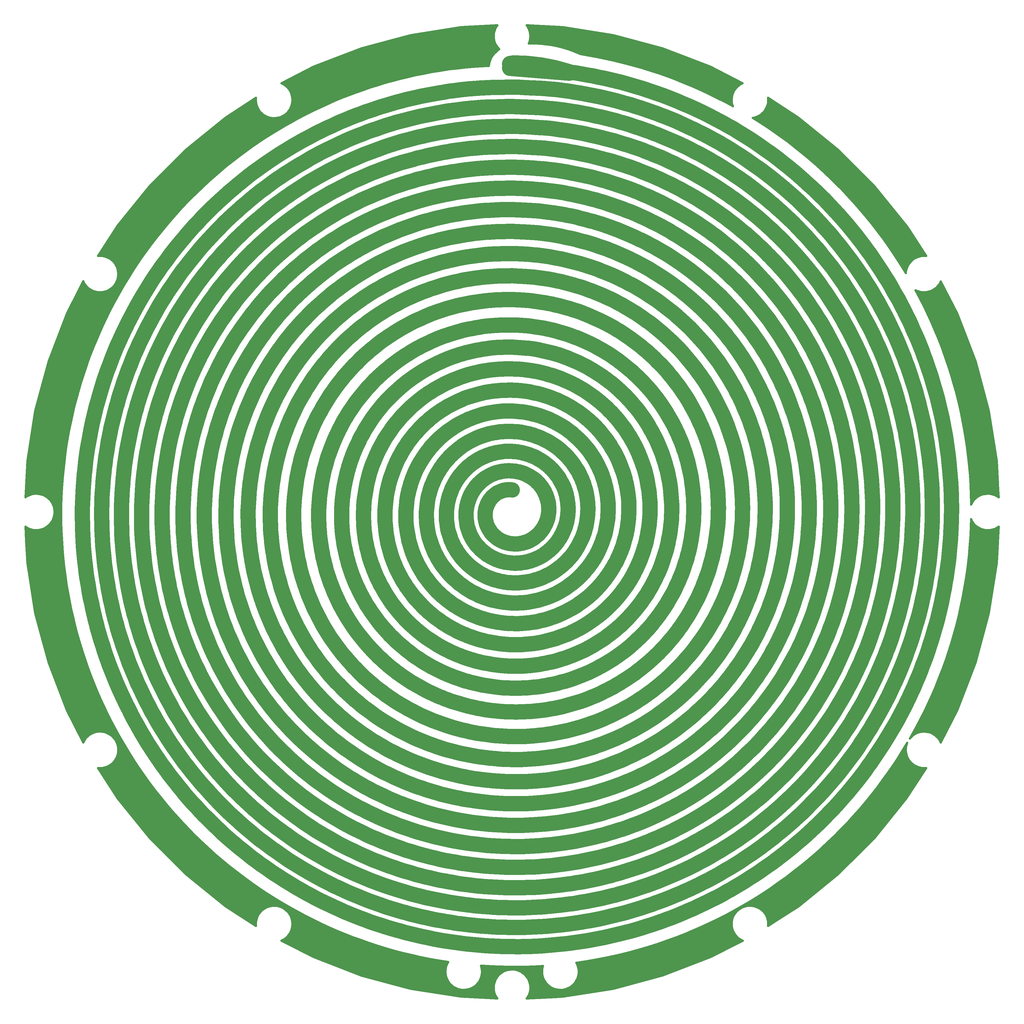
<source format=gbr>
G04 DipTrace 2.3.1.0*
%INTop_58742_rev6_Blackpoint.gbr*%
%MOIN*%
%ADD15C,0.2*%
%ADD16C,0.025*%
%ADD17C,0.1535*%
%ADD30C,0.0*%
%ADD32C,0.189*%
%ADD33C,0.06*%
%FSLAX44Y44*%
G04*
G70*
G90*
G75*
G01*
%LNTop*%
%LPD*%
X64714Y120589D2*
D15*
X65151Y120651D1*
G02X71964Y119589I79J-21864D01*
G01*
D33*
X65589Y120651D3*
X69964Y120339D3*
X68214Y120464D3*
X69089D3*
X66464Y120589D3*
X67276D3*
X64714D3*
X61061Y65095D3*
X61333Y66147D3*
X61892Y67030D3*
X62657Y67728D3*
X63546Y68191D3*
X64494Y68360D3*
X65397Y68139D3*
X60243Y125213D2*
D16*
X63013D1*
X66914D2*
X69681D1*
X57618Y124964D2*
X62880D1*
X67047D2*
X72310D1*
X56047Y124716D2*
X62782D1*
X67145D2*
X73880D1*
X54477Y124467D2*
X62720D1*
X67207D2*
X75450D1*
X52907Y124218D2*
X62681D1*
X67246D2*
X77021D1*
X51774Y123970D2*
X62673D1*
X67254D2*
X78150D1*
X50848Y123721D2*
X62693D1*
X67235D2*
X79079D1*
X49918Y123472D2*
X62739D1*
X67188D2*
X80009D1*
X48993Y123224D2*
X62818D1*
X67110D2*
X80935D1*
X48063Y122975D2*
X62927D1*
X69465D2*
X81864D1*
X47137Y122726D2*
X63079D1*
X70793D2*
X82790D1*
X46235Y122477D2*
X63278D1*
X71715D2*
X83693D1*
X45586Y122229D2*
X63114D1*
X72461D2*
X84341D1*
X44938Y121980D2*
X62853D1*
X73094D2*
X84989D1*
X44289Y121731D2*
X62630D1*
X73825D2*
X85638D1*
X43641Y121483D2*
X62454D1*
X75239D2*
X86286D1*
X42993Y121234D2*
X62318D1*
X76481D2*
X86935D1*
X42348Y120985D2*
X62212D1*
X77606D2*
X87579D1*
X41700Y120737D2*
X62134D1*
X78641D2*
X88228D1*
X41051Y120488D2*
X62083D1*
X79602D2*
X88876D1*
X40403Y120239D2*
X60443D1*
X80496D2*
X89525D1*
X39910Y119991D2*
X57868D1*
X81340D2*
X90017D1*
X39422Y119742D2*
X56103D1*
X82137D2*
X90505D1*
X38934Y119493D2*
X54642D1*
X82903D2*
X90993D1*
X38446Y119245D2*
X53360D1*
X83629D2*
X91482D1*
X37957Y118996D2*
X52224D1*
X84321D2*
X91970D1*
X37469Y118747D2*
X51185D1*
X84993D2*
X92458D1*
X36981Y118498D2*
X50224D1*
X85641D2*
X92946D1*
X36493Y118250D2*
X49325D1*
X86258D2*
X93435D1*
X36703Y118001D2*
X48482D1*
X86860D2*
X93224D1*
X37016Y117752D2*
X47685D1*
X87450D2*
X92911D1*
X37243Y117504D2*
X46923D1*
X88012D2*
X92685D1*
X37414Y117255D2*
X46204D1*
X88563D2*
X92513D1*
X37539Y117006D2*
X45513D1*
X89102D2*
X92388D1*
X37629Y116758D2*
X44845D1*
X89621D2*
X92298D1*
X37692Y116509D2*
X44204D1*
X90133D2*
X92235D1*
X33051Y116260D2*
X33152D1*
X37719D2*
X43591D1*
X90625D2*
X92208D1*
X96778D2*
X96877D1*
X32668Y116012D2*
X33150D1*
X37723D2*
X42989D1*
X91118D2*
X92204D1*
X96778D2*
X97259D1*
X32285Y115763D2*
X33173D1*
X37700D2*
X42407D1*
X91586D2*
X92228D1*
X96754D2*
X97642D1*
X31903Y115514D2*
X33224D1*
X37649D2*
X41853D1*
X92051D2*
X92278D1*
X96703D2*
X98025D1*
X31520Y115265D2*
X33310D1*
X37563D2*
X41306D1*
X96618D2*
X98407D1*
X31137Y115017D2*
X33427D1*
X37446D2*
X40775D1*
X96500D2*
X98790D1*
X30754Y114768D2*
X33583D1*
X37289D2*
X40259D1*
X96344D2*
X99173D1*
X30371Y114519D2*
X33794D1*
X37078D2*
X39751D1*
X96133D2*
X99556D1*
X29989Y114271D2*
X34083D1*
X36785D2*
X39267D1*
X95844D2*
X99939D1*
X29606Y114022D2*
X34525D1*
X36348D2*
X38786D1*
X95403D2*
X100321D1*
X29262Y113773D2*
X38318D1*
X95035D2*
X100665D1*
X28957Y113525D2*
X37860D1*
X95438D2*
X100970D1*
X28649Y113276D2*
X37415D1*
X95821D2*
X101278D1*
X28340Y113027D2*
X36974D1*
X96203D2*
X101587D1*
X28035Y112779D2*
X36548D1*
X96578D2*
X101892D1*
X27727Y112530D2*
X36126D1*
X96950D2*
X102200D1*
X27422Y112281D2*
X35716D1*
X97309D2*
X102505D1*
X27114Y112033D2*
X35310D1*
X97664D2*
X102814D1*
X26805Y111784D2*
X34915D1*
X98020D2*
X103122D1*
X26500Y111535D2*
X34525D1*
X98364D2*
X103427D1*
X26192Y111286D2*
X34142D1*
X98703D2*
X103735D1*
X25883Y111038D2*
X33767D1*
X99035D2*
X104040D1*
X25578Y110789D2*
X33400D1*
X99368D2*
X104349D1*
X25270Y110540D2*
X33032D1*
X99692D2*
X104657D1*
X24965Y110292D2*
X32677D1*
X100012D2*
X104962D1*
X24657Y110043D2*
X32325D1*
X100332D2*
X105271D1*
X24379Y109794D2*
X31982D1*
X100641D2*
X105548D1*
X24129Y109546D2*
X31642D1*
X100950D2*
X105798D1*
X23883Y109297D2*
X31306D1*
X101250D2*
X106044D1*
X23633Y109048D2*
X30978D1*
X101547D2*
X106294D1*
X23383Y108800D2*
X30653D1*
X101844D2*
X106544D1*
X23137Y108551D2*
X30337D1*
X102133D2*
X106790D1*
X22887Y108302D2*
X30017D1*
X102418D2*
X107040D1*
X22637Y108054D2*
X29708D1*
X102703D2*
X107290D1*
X22391Y107805D2*
X29403D1*
X102981D2*
X107536D1*
X22141Y107556D2*
X29103D1*
X103258D2*
X107786D1*
X21891Y107307D2*
X28806D1*
X103528D2*
X108036D1*
X21645Y107059D2*
X28513D1*
X103797D2*
X108282D1*
X21395Y106810D2*
X28224D1*
X104063D2*
X108532D1*
X21145Y106561D2*
X27939D1*
X104325D2*
X108782D1*
X20899Y106313D2*
X27657D1*
X104582D2*
X109028D1*
X20649Y106064D2*
X27380D1*
X104840D2*
X109278D1*
X20399Y105815D2*
X27107D1*
X105090D2*
X109528D1*
X20153Y105567D2*
X26837D1*
X105340D2*
X109775D1*
X19926Y105318D2*
X26571D1*
X105586D2*
X110001D1*
X19727Y105069D2*
X26306D1*
X105825D2*
X110200D1*
X19524Y104821D2*
X26048D1*
X106067D2*
X110403D1*
X19325Y104572D2*
X25790D1*
X106305D2*
X110603D1*
X19121Y104323D2*
X25536D1*
X106539D2*
X110806D1*
X18922Y104075D2*
X25290D1*
X106770D2*
X111005D1*
X18719Y103826D2*
X25044D1*
X107000D2*
X111208D1*
X18516Y103577D2*
X24798D1*
X107223D2*
X111411D1*
X18317Y103328D2*
X24560D1*
X107450D2*
X111610D1*
X18114Y103080D2*
X24321D1*
X107668D2*
X111814D1*
X17914Y102831D2*
X24087D1*
X107887D2*
X112013D1*
X17711Y102582D2*
X23857D1*
X108102D2*
X112216D1*
X17512Y102334D2*
X23622D1*
X108317D2*
X112415D1*
X17309Y102085D2*
X23400D1*
X108528D2*
X112618D1*
X17110Y101836D2*
X23177D1*
X108735D2*
X112818D1*
X16907Y101588D2*
X22954D1*
X108942D2*
X113021D1*
X16703Y101339D2*
X22735D1*
X109145D2*
X113224D1*
X16504Y101090D2*
X22521D1*
X109348D2*
X113423D1*
X16301Y100842D2*
X22306D1*
X109547D2*
X113626D1*
X16102Y100593D2*
X22099D1*
X109743D2*
X113825D1*
X15930Y100344D2*
X21888D1*
X109938D2*
X113997D1*
X15766Y100096D2*
X21681D1*
X110129D2*
X114161D1*
X15606Y99847D2*
X21482D1*
X110321D2*
X114321D1*
X15446Y99598D2*
X21278D1*
X110508D2*
X114482D1*
X15282Y99349D2*
X21079D1*
X110696D2*
X114646D1*
X15121Y99101D2*
X20884D1*
X110875D2*
X114806D1*
X14957Y98852D2*
X20693D1*
X111059D2*
X114966D1*
X14797Y98603D2*
X20497D1*
X111239D2*
X115130D1*
X14637Y98355D2*
X20310D1*
X111414D2*
X115290D1*
X14473Y98106D2*
X20122D1*
X111590D2*
X115454D1*
X14313Y97857D2*
X19935D1*
X111766D2*
X115614D1*
X14153Y97609D2*
X19755D1*
X111938D2*
X115775D1*
X13989Y97360D2*
X19575D1*
X112106D2*
X115939D1*
X13828Y97111D2*
X19392D1*
X112274D2*
X116099D1*
X13668Y96863D2*
X19216D1*
X112442D2*
X116259D1*
X14633Y96614D2*
X19044D1*
X112606D2*
X115294D1*
X15118Y96365D2*
X18868D1*
X112766D2*
X114810D1*
X15422Y96117D2*
X18696D1*
X112930D2*
X114505D1*
X15645Y95868D2*
X18532D1*
X113086D2*
X114282D1*
X15809Y95619D2*
X18364D1*
X113243D2*
X114118D1*
X15934Y95370D2*
X18196D1*
X113399D2*
X113993D1*
X16020Y95122D2*
X18036D1*
X113555D2*
X113907D1*
X16078Y94873D2*
X17876D1*
X113703D2*
X113849D1*
X16106Y94624D2*
X17716D1*
X16106Y94376D2*
X17560D1*
X16082Y94127D2*
X17403D1*
X16028Y93878D2*
X17247D1*
X15942Y93630D2*
X17099D1*
X11664Y93381D2*
X11821D1*
X15821D2*
X16946D1*
X118106D2*
X118263D1*
X11535Y93132D2*
X11982D1*
X15657D2*
X16798D1*
X117946D2*
X118392D1*
X11410Y92884D2*
X12200D1*
X15442D2*
X16650D1*
X117727D2*
X118517D1*
X11282Y92635D2*
X12497D1*
X15145D2*
X16509D1*
X117430D2*
X118646D1*
X11157Y92386D2*
X12958D1*
X14680D2*
X16364D1*
X115125D2*
X115244D1*
X116969D2*
X118771D1*
X11028Y92138D2*
X16224D1*
X115258D2*
X118900D1*
X10903Y91889D2*
X16083D1*
X115391D2*
X119025D1*
X10774Y91640D2*
X15946D1*
X115524D2*
X119153D1*
X10649Y91391D2*
X15810D1*
X115649D2*
X119278D1*
X10524Y91143D2*
X15673D1*
X115778D2*
X119403D1*
X10395Y90894D2*
X15540D1*
X115907D2*
X119532D1*
X10270Y90645D2*
X15407D1*
X116028D2*
X119657D1*
X10141Y90397D2*
X15278D1*
X116149D2*
X119786D1*
X10016Y90148D2*
X15150D1*
X116274D2*
X119911D1*
X9887Y89899D2*
X15025D1*
X116391D2*
X120040D1*
X9762Y89651D2*
X14900D1*
X116508D2*
X120165D1*
X9657Y89402D2*
X14775D1*
X116625D2*
X120271D1*
X9559Y89153D2*
X14653D1*
X116743D2*
X120364D1*
X9465Y88905D2*
X14532D1*
X116856D2*
X120462D1*
X9371Y88656D2*
X14411D1*
X116965D2*
X120556D1*
X9274Y88407D2*
X14294D1*
X117078D2*
X120653D1*
X9180Y88159D2*
X14181D1*
X117188D2*
X120747D1*
X9082Y87910D2*
X14064D1*
X117297D2*
X120845D1*
X8989Y87661D2*
X13950D1*
X117403D2*
X120939D1*
X8891Y87412D2*
X13841D1*
X117508D2*
X121036D1*
X8797Y87164D2*
X13728D1*
X117614D2*
X121130D1*
X8703Y86915D2*
X13618D1*
X117715D2*
X121224D1*
X8606Y86666D2*
X13513D1*
X117817D2*
X121321D1*
X8512Y86418D2*
X13407D1*
X117914D2*
X121415D1*
X8414Y86169D2*
X13302D1*
X118016D2*
X121513D1*
X8321Y85920D2*
X13196D1*
X118110D2*
X121607D1*
X8223Y85672D2*
X13099D1*
X118207D2*
X121704D1*
X8129Y85423D2*
X12997D1*
X118301D2*
X121798D1*
X8032Y85174D2*
X12896D1*
X118395D2*
X121896D1*
X7938Y84926D2*
X12798D1*
X118485D2*
X121989D1*
X7844Y84677D2*
X12704D1*
X118578D2*
X122083D1*
X7746Y84428D2*
X12610D1*
X118668D2*
X122181D1*
X7653Y84180D2*
X12513D1*
X118754D2*
X122275D1*
X7555Y83931D2*
X12423D1*
X118840D2*
X122372D1*
X7461Y83682D2*
X12333D1*
X118926D2*
X122466D1*
X7391Y83433D2*
X12243D1*
X119012D2*
X122536D1*
X7325Y83185D2*
X12153D1*
X119094D2*
X122603D1*
X7258Y82936D2*
X12068D1*
X119172D2*
X122669D1*
X7192Y82687D2*
X11982D1*
X119254D2*
X122735D1*
X7125Y82439D2*
X11900D1*
X119336D2*
X122802D1*
X7059Y82190D2*
X11814D1*
X119410D2*
X122868D1*
X6993Y81941D2*
X11735D1*
X119489D2*
X122935D1*
X6926Y81693D2*
X11653D1*
X119563D2*
X123001D1*
X6860Y81444D2*
X11575D1*
X119637D2*
X123068D1*
X6793Y81195D2*
X11497D1*
X119711D2*
X123134D1*
X6723Y80947D2*
X11419D1*
X119782D2*
X123200D1*
X6657Y80698D2*
X11345D1*
X119852D2*
X123271D1*
X6590Y80449D2*
X11271D1*
X119922D2*
X123337D1*
X6524Y80201D2*
X11196D1*
X119989D2*
X123403D1*
X6457Y79952D2*
X11126D1*
X120055D2*
X123470D1*
X6391Y79703D2*
X11056D1*
X120121D2*
X123536D1*
X6325Y79454D2*
X10985D1*
X120188D2*
X123603D1*
X6258Y79206D2*
X10919D1*
X120246D2*
X123669D1*
X6192Y78957D2*
X10853D1*
X120309D2*
X123735D1*
X6125Y78708D2*
X10786D1*
X120371D2*
X123802D1*
X6059Y78460D2*
X10724D1*
X120430D2*
X123868D1*
X5993Y78211D2*
X10661D1*
X120489D2*
X123935D1*
X5926Y77962D2*
X10599D1*
X120547D2*
X124001D1*
X5860Y77714D2*
X10540D1*
X120606D2*
X124068D1*
X5801Y77465D2*
X10478D1*
X120657D2*
X124126D1*
X5762Y77216D2*
X10423D1*
X120711D2*
X124165D1*
X5723Y76968D2*
X10364D1*
X120766D2*
X124204D1*
X5684Y76719D2*
X10310D1*
X120817D2*
X124243D1*
X5641Y76470D2*
X10255D1*
X120868D2*
X124282D1*
X5602Y76222D2*
X10200D1*
X120914D2*
X124325D1*
X5563Y75973D2*
X10150D1*
X120965D2*
X124364D1*
X5524Y75724D2*
X10099D1*
X121012D2*
X124403D1*
X5485Y75475D2*
X10048D1*
X121055D2*
X124443D1*
X5446Y75227D2*
X10001D1*
X121098D2*
X124482D1*
X5407Y74978D2*
X9954D1*
X121145D2*
X124521D1*
X5368Y74729D2*
X9903D1*
X121188D2*
X124560D1*
X5328Y74481D2*
X9860D1*
X121227D2*
X124599D1*
X5289Y74232D2*
X9818D1*
X121266D2*
X124638D1*
X5250Y73983D2*
X9775D1*
X121305D2*
X124677D1*
X5211Y73735D2*
X9732D1*
X121344D2*
X124716D1*
X5168Y73486D2*
X9693D1*
X121379D2*
X124755D1*
X5129Y73237D2*
X9653D1*
X121414D2*
X124798D1*
X5090Y72989D2*
X9614D1*
X121450D2*
X124837D1*
X5051Y72740D2*
X9579D1*
X121485D2*
X124876D1*
X5012Y72491D2*
X9544D1*
X121516D2*
X124915D1*
X4973Y72243D2*
X9509D1*
X121547D2*
X124954D1*
X4934Y71994D2*
X9474D1*
X121578D2*
X124993D1*
X4895Y71745D2*
X9443D1*
X121606D2*
X125032D1*
X4856Y71496D2*
X9411D1*
X121633D2*
X125071D1*
X4821Y71248D2*
X9380D1*
X121660D2*
X125107D1*
X4805Y70999D2*
X9349D1*
X121688D2*
X125118D1*
X4793Y70750D2*
X9321D1*
X121711D2*
X125134D1*
X4782Y70502D2*
X9298D1*
X121735D2*
X125146D1*
X4766Y70253D2*
X9271D1*
X121754D2*
X125161D1*
X4754Y70004D2*
X9247D1*
X121778D2*
X125173D1*
X4743Y69756D2*
X9224D1*
X121797D2*
X125185D1*
X4727Y69507D2*
X9200D1*
X121817D2*
X125200D1*
X4715Y69258D2*
X9181D1*
X121832D2*
X125212D1*
X4703Y69010D2*
X9157D1*
X121852D2*
X125224D1*
X4688Y68761D2*
X9142D1*
X121868D2*
X125239D1*
X4676Y68512D2*
X9122D1*
X121883D2*
X125251D1*
X4664Y68264D2*
X9107D1*
X121895D2*
X125263D1*
X4649Y68015D2*
X9091D1*
X121907D2*
X125278D1*
X4637Y67766D2*
X9075D1*
X121918D2*
X125290D1*
X4625Y67517D2*
X9064D1*
X121930D2*
X125302D1*
X4610Y67269D2*
X9052D1*
X121938D2*
X125318D1*
X4598Y67020D2*
X4935D1*
X6883D2*
X9036D1*
X121946D2*
X123044D1*
X124993D2*
X125329D1*
X7297Y66771D2*
X9028D1*
X121953D2*
X122630D1*
X7575Y66523D2*
X9021D1*
X121957D2*
X122353D1*
X7782Y66274D2*
X9013D1*
X121965D2*
X122146D1*
X7934Y66025D2*
X9005D1*
X8047Y65777D2*
X9001D1*
X8125Y65528D2*
X8997D1*
X8176Y65279D2*
X8993D1*
X8196Y65031D2*
X8989D1*
X8192Y64782D2*
X8989D1*
X8157Y64533D2*
X8989D1*
X8094Y64285D2*
X8989D1*
X8000Y64036D2*
X8989D1*
X7868Y63787D2*
X8993D1*
X121953D2*
X122058D1*
X7696Y63538D2*
X9001D1*
X121946D2*
X122232D1*
X7457Y63290D2*
X9005D1*
X121938D2*
X122470D1*
X4590Y63041D2*
X4688D1*
X7129D2*
X9009D1*
X121930D2*
X122798D1*
X125243D2*
X125336D1*
X4606Y62792D2*
X5239D1*
X6578D2*
X9017D1*
X121918D2*
X123349D1*
X124688D2*
X125321D1*
X4618Y62544D2*
X9028D1*
X121907D2*
X125310D1*
X4629Y62295D2*
X9036D1*
X121895D2*
X125298D1*
X4645Y62046D2*
X9048D1*
X121879D2*
X125282D1*
X4657Y61798D2*
X9060D1*
X121868D2*
X125271D1*
X4668Y61549D2*
X9075D1*
X121848D2*
X125259D1*
X4684Y61300D2*
X9087D1*
X121832D2*
X125243D1*
X4696Y61052D2*
X9103D1*
X121817D2*
X125232D1*
X4707Y60803D2*
X9118D1*
X121797D2*
X125220D1*
X4723Y60554D2*
X9138D1*
X121774D2*
X125204D1*
X4735Y60306D2*
X9153D1*
X121754D2*
X125193D1*
X4746Y60057D2*
X9173D1*
X121731D2*
X125181D1*
X4762Y59808D2*
X9196D1*
X121707D2*
X125165D1*
X4774Y59559D2*
X9220D1*
X121684D2*
X125153D1*
X4785Y59311D2*
X9243D1*
X121657D2*
X125142D1*
X4801Y59062D2*
X9267D1*
X121633D2*
X125126D1*
X4813Y58813D2*
X9290D1*
X121602D2*
X125114D1*
X4832Y58565D2*
X9318D1*
X121575D2*
X125095D1*
X4871Y58316D2*
X9345D1*
X121543D2*
X125052D1*
X4914Y58067D2*
X9376D1*
X121512D2*
X125013D1*
X4953Y57819D2*
X9403D1*
X121481D2*
X124974D1*
X4993Y57570D2*
X9435D1*
X121446D2*
X124935D1*
X5032Y57321D2*
X9466D1*
X121410D2*
X124896D1*
X5071Y57073D2*
X9501D1*
X121375D2*
X124857D1*
X5110Y56824D2*
X9536D1*
X121340D2*
X124818D1*
X5149Y56575D2*
X9571D1*
X121301D2*
X124778D1*
X5188Y56327D2*
X9607D1*
X121262D2*
X124739D1*
X5227Y56078D2*
X9646D1*
X121223D2*
X124700D1*
X5266Y55829D2*
X9685D1*
X121180D2*
X124661D1*
X5305Y55580D2*
X9724D1*
X121137D2*
X124622D1*
X5344Y55332D2*
X9767D1*
X121094D2*
X124579D1*
X5387Y55083D2*
X9810D1*
X121051D2*
X124540D1*
X5426Y54834D2*
X9853D1*
X121004D2*
X124501D1*
X5465Y54586D2*
X9900D1*
X120957D2*
X124462D1*
X5504Y54337D2*
X9943D1*
X120910D2*
X124423D1*
X5543Y54088D2*
X9989D1*
X120860D2*
X124384D1*
X5582Y53840D2*
X10040D1*
X120809D2*
X124345D1*
X5621Y53591D2*
X10087D1*
X120758D2*
X124306D1*
X5660Y53342D2*
X10138D1*
X120703D2*
X124267D1*
X5700Y53094D2*
X10193D1*
X120653D2*
X124228D1*
X5739Y52845D2*
X10243D1*
X120594D2*
X124189D1*
X5778Y52596D2*
X10298D1*
X120539D2*
X124150D1*
X5825Y52348D2*
X10353D1*
X120481D2*
X124103D1*
X5891Y52099D2*
X10411D1*
X120426D2*
X124036D1*
X5957Y51850D2*
X10470D1*
X120364D2*
X123970D1*
X6024Y51601D2*
X10525D1*
X120301D2*
X123903D1*
X6090Y51353D2*
X10587D1*
X120243D2*
X123837D1*
X6157Y51104D2*
X10650D1*
X120180D2*
X123771D1*
X6223Y50855D2*
X10712D1*
X120114D2*
X123704D1*
X6289Y50607D2*
X10775D1*
X120047D2*
X123638D1*
X6356Y50358D2*
X10837D1*
X119981D2*
X123571D1*
X6422Y50109D2*
X10907D1*
X119914D2*
X123505D1*
X6489Y49861D2*
X10974D1*
X119840D2*
X123439D1*
X6555Y49612D2*
X11040D1*
X119770D2*
X123372D1*
X6621Y49363D2*
X11110D1*
X119700D2*
X123306D1*
X6688Y49115D2*
X11185D1*
X119629D2*
X123239D1*
X6754Y48866D2*
X11255D1*
X119551D2*
X123173D1*
X6821Y48617D2*
X11325D1*
X119477D2*
X123107D1*
X6887Y48369D2*
X11403D1*
X119399D2*
X123036D1*
X6957Y48120D2*
X11482D1*
X119321D2*
X122970D1*
X7024Y47871D2*
X11556D1*
X119243D2*
X122903D1*
X7090Y47622D2*
X11634D1*
X119160D2*
X122837D1*
X7157Y47374D2*
X11716D1*
X119082D2*
X122771D1*
X7223Y47125D2*
X11798D1*
X118996D2*
X122704D1*
X7289Y46876D2*
X11880D1*
X118910D2*
X122638D1*
X7356Y46628D2*
X11962D1*
X118828D2*
X122571D1*
X7422Y46379D2*
X12048D1*
X118743D2*
X122505D1*
X7504Y46130D2*
X12134D1*
X118653D2*
X122423D1*
X7602Y45882D2*
X12220D1*
X118563D2*
X122325D1*
X7696Y45633D2*
X12310D1*
X118473D2*
X122232D1*
X7789Y45384D2*
X12403D1*
X118379D2*
X122138D1*
X7887Y45136D2*
X12493D1*
X118285D2*
X122040D1*
X7981Y44887D2*
X12583D1*
X118192D2*
X121946D1*
X8078Y44638D2*
X12681D1*
X118094D2*
X121849D1*
X8172Y44390D2*
X12778D1*
X117996D2*
X121755D1*
X8270Y44141D2*
X12872D1*
X117899D2*
X121657D1*
X8364Y43892D2*
X12970D1*
X117797D2*
X121564D1*
X8461Y43643D2*
X13071D1*
X117696D2*
X121466D1*
X8555Y43395D2*
X13173D1*
X117594D2*
X121372D1*
X8649Y43146D2*
X13275D1*
X117489D2*
X121278D1*
X8746Y42897D2*
X13380D1*
X117383D2*
X121181D1*
X8840Y42649D2*
X13485D1*
X117278D2*
X121087D1*
X8938Y42400D2*
X13591D1*
X117168D2*
X120989D1*
X9032Y42151D2*
X13700D1*
X117059D2*
X120896D1*
X9129Y41903D2*
X13810D1*
X116946D2*
X120798D1*
X9223Y41654D2*
X13923D1*
X116832D2*
X120704D1*
X9317Y41405D2*
X14032D1*
X116719D2*
X120610D1*
X9414Y41157D2*
X14146D1*
X116602D2*
X120513D1*
X9508Y40908D2*
X14263D1*
X116489D2*
X120419D1*
X9606Y40659D2*
X14380D1*
X116368D2*
X120321D1*
X9700Y40411D2*
X14497D1*
X116246D2*
X120228D1*
X9821Y40162D2*
X14618D1*
X116125D2*
X120107D1*
X9946Y39913D2*
X14739D1*
X116004D2*
X119982D1*
X10075Y39664D2*
X14864D1*
X115879D2*
X119853D1*
X10200Y39416D2*
X14985D1*
X115750D2*
X119728D1*
X10328Y39167D2*
X15114D1*
X115625D2*
X119599D1*
X10453Y38918D2*
X15243D1*
X115496D2*
X119474D1*
X10582Y38670D2*
X15368D1*
X115364D2*
X119345D1*
X10707Y38421D2*
X15501D1*
X115231D2*
X119220D1*
X10832Y38172D2*
X15634D1*
X115098D2*
X119095D1*
X10961Y37924D2*
X15767D1*
X114961D2*
X118966D1*
X11086Y37675D2*
X13454D1*
X14188D2*
X15903D1*
X114825D2*
X115739D1*
X116473D2*
X118841D1*
X11215Y37426D2*
X12716D1*
X14926D2*
X16040D1*
X114688D2*
X115001D1*
X117211D2*
X118712D1*
X11340Y37178D2*
X12349D1*
X15293D2*
X16181D1*
X114547D2*
X114633D1*
X117578D2*
X118587D1*
X11469Y36929D2*
X12091D1*
X15547D2*
X16318D1*
X117836D2*
X118458D1*
X11594Y36680D2*
X11903D1*
X15739D2*
X16462D1*
X118024D2*
X118333D1*
X15879Y36432D2*
X16607D1*
X15985Y36183D2*
X16751D1*
X16055Y35934D2*
X16900D1*
X16098Y35685D2*
X17052D1*
X113668D2*
X113829D1*
X16110Y35437D2*
X17200D1*
X113516D2*
X113818D1*
X16098Y35188D2*
X17353D1*
X113360D2*
X113829D1*
X16055Y34939D2*
X17509D1*
X113203D2*
X113872D1*
X15985Y34691D2*
X17665D1*
X113047D2*
X113943D1*
X15879Y34442D2*
X17821D1*
X112887D2*
X114048D1*
X15739Y34193D2*
X17982D1*
X112727D2*
X114189D1*
X15551Y33945D2*
X18146D1*
X112563D2*
X114376D1*
X15293Y33696D2*
X18306D1*
X112395D2*
X114634D1*
X14930Y33447D2*
X18474D1*
X112231D2*
X114997D1*
X14196Y33199D2*
X18642D1*
X112063D2*
X115732D1*
X13743Y32950D2*
X18810D1*
X111891D2*
X116185D1*
X13903Y32701D2*
X18982D1*
X111715D2*
X116025D1*
X14067Y32453D2*
X19157D1*
X111543D2*
X115860D1*
X14227Y32204D2*
X19329D1*
X111368D2*
X115700D1*
X14387Y31955D2*
X19505D1*
X111188D2*
X115540D1*
X14551Y31706D2*
X19689D1*
X111004D2*
X115376D1*
X14711Y31458D2*
X19868D1*
X110825D2*
X115216D1*
X14871Y31209D2*
X20052D1*
X110637D2*
X115056D1*
X15035Y30960D2*
X20239D1*
X110450D2*
X114892D1*
X15196Y30712D2*
X20427D1*
X110262D2*
X114732D1*
X15356Y30463D2*
X20614D1*
X110071D2*
X114571D1*
X15520Y30214D2*
X20810D1*
X109875D2*
X114407D1*
X15680Y29966D2*
X21005D1*
X109684D2*
X114247D1*
X15840Y29717D2*
X21200D1*
X109481D2*
X114087D1*
X16004Y29468D2*
X21400D1*
X109282D2*
X113923D1*
X16196Y29220D2*
X21603D1*
X109082D2*
X113732D1*
X16395Y28971D2*
X21802D1*
X108871D2*
X113532D1*
X16598Y28722D2*
X22009D1*
X108664D2*
X113329D1*
X16797Y28474D2*
X22220D1*
X108457D2*
X113130D1*
X17000Y28225D2*
X22431D1*
X108243D2*
X112927D1*
X17200Y27976D2*
X22646D1*
X108028D2*
X112728D1*
X17403Y27727D2*
X22860D1*
X107813D2*
X112525D1*
X17602Y27479D2*
X23079D1*
X107590D2*
X112325D1*
X17805Y27230D2*
X23302D1*
X107368D2*
X112122D1*
X18008Y26981D2*
X23525D1*
X107145D2*
X111919D1*
X18207Y26733D2*
X23751D1*
X106914D2*
X111720D1*
X18410Y26484D2*
X23982D1*
X106684D2*
X111517D1*
X18610Y26235D2*
X24216D1*
X106453D2*
X111318D1*
X18813Y25987D2*
X24446D1*
X106215D2*
X111114D1*
X19012Y25738D2*
X24689D1*
X105973D2*
X110915D1*
X19215Y25489D2*
X24927D1*
X105735D2*
X110712D1*
X19414Y25241D2*
X25169D1*
X105485D2*
X110513D1*
X19618Y24992D2*
X25419D1*
X105239D2*
X110310D1*
X19821Y24743D2*
X25669D1*
X104989D2*
X110107D1*
X20020Y24495D2*
X25923D1*
X104731D2*
X109907D1*
X20266Y24246D2*
X26181D1*
X104477D2*
X109661D1*
X20516Y23997D2*
X26439D1*
X104215D2*
X109411D1*
X20762Y23748D2*
X26700D1*
X103950D2*
X109161D1*
X21012Y23500D2*
X26970D1*
X103684D2*
X108915D1*
X21262Y23251D2*
X27235D1*
X103410D2*
X108665D1*
X21508Y23002D2*
X27513D1*
X103133D2*
X108415D1*
X21758Y22754D2*
X27790D1*
X102860D2*
X108169D1*
X22008Y22505D2*
X28071D1*
X102575D2*
X107919D1*
X22254Y22256D2*
X28357D1*
X102289D2*
X107669D1*
X22504Y22008D2*
X28646D1*
X101996D2*
X107423D1*
X22754Y21759D2*
X28939D1*
X101703D2*
X107173D1*
X23000Y21510D2*
X29235D1*
X101407D2*
X106927D1*
X23250Y21262D2*
X29532D1*
X101102D2*
X106677D1*
X23500Y21013D2*
X29841D1*
X100797D2*
X106427D1*
X23746Y20764D2*
X30150D1*
X100485D2*
X106181D1*
X23996Y20515D2*
X30466D1*
X100168D2*
X105931D1*
X24246Y20267D2*
X30786D1*
X99852D2*
X105681D1*
X24493Y20018D2*
X31107D1*
X99524D2*
X105435D1*
X24797Y19769D2*
X31439D1*
X99196D2*
X105130D1*
X25106Y19521D2*
X31771D1*
X98860D2*
X104821D1*
X25410Y19272D2*
X32110D1*
X98520D2*
X104513D1*
X25719Y19023D2*
X32454D1*
X98176D2*
X104208D1*
X26028Y18775D2*
X32806D1*
X97821D2*
X103900D1*
X26332Y18526D2*
X33161D1*
X97469D2*
X103595D1*
X26641Y18277D2*
X33525D1*
X97102D2*
X103286D1*
X26950Y18029D2*
X33892D1*
X96735D2*
X102978D1*
X27254Y17780D2*
X34263D1*
X96356D2*
X102673D1*
X27563Y17531D2*
X34650D1*
X95973D2*
X102364D1*
X27868Y17283D2*
X35032D1*
X95586D2*
X102060D1*
X28176Y17034D2*
X35431D1*
X95188D2*
X101751D1*
X28485Y16785D2*
X35829D1*
X94785D2*
X101443D1*
X28789Y16536D2*
X36243D1*
X94375D2*
X101138D1*
X29098Y16288D2*
X36661D1*
X93957D2*
X100829D1*
X29407Y16039D2*
X34958D1*
X35914D2*
X37091D1*
X93528D2*
X94013D1*
X94969D2*
X100521D1*
X29782Y15790D2*
X34294D1*
X36578D2*
X37521D1*
X93094D2*
X93349D1*
X95633D2*
X100146D1*
X30164Y15542D2*
X33939D1*
X36934D2*
X37970D1*
X92645D2*
X92993D1*
X95989D2*
X99763D1*
X30547Y15293D2*
X33689D1*
X37180D2*
X38419D1*
X92192D2*
X92747D1*
X96239D2*
X99380D1*
X30930Y15044D2*
X33505D1*
X37368D2*
X38888D1*
X91723D2*
X92560D1*
X96422D2*
X98997D1*
X31313Y14796D2*
X33368D1*
X37504D2*
X39360D1*
X91246D2*
X92423D1*
X96559D2*
X98614D1*
X31696Y14547D2*
X33267D1*
X37606D2*
X39849D1*
X90762D2*
X92321D1*
X96660D2*
X98232D1*
X32078Y14298D2*
X33196D1*
X37676D2*
X40349D1*
X90258D2*
X92251D1*
X96731D2*
X97849D1*
X32461Y14050D2*
X33157D1*
X37715D2*
X40860D1*
X89750D2*
X92212D1*
X96770D2*
X97466D1*
X32844Y13801D2*
X33146D1*
X37727D2*
X41384D1*
X89223D2*
X92200D1*
X96782D2*
X97083D1*
X37711Y13552D2*
X41923D1*
X88684D2*
X92216D1*
X37664Y13304D2*
X42482D1*
X88125D2*
X92263D1*
X37594Y13055D2*
X43048D1*
X87551D2*
X92333D1*
X37485Y12806D2*
X43638D1*
X86965D2*
X92443D1*
X37340Y12557D2*
X44251D1*
X86352D2*
X92587D1*
X37149Y12309D2*
X44880D1*
X85719D2*
X92778D1*
X36887Y12060D2*
X45528D1*
X85067D2*
X93040D1*
X36508Y11811D2*
X46212D1*
X84391D2*
X93419D1*
X36719Y11563D2*
X46919D1*
X83676D2*
X93208D1*
X37207Y11314D2*
X47657D1*
X82938D2*
X92720D1*
X37696Y11065D2*
X48431D1*
X82160D2*
X92232D1*
X38184Y10817D2*
X49247D1*
X81344D2*
X91743D1*
X38672Y10568D2*
X50114D1*
X80481D2*
X91255D1*
X39157Y10319D2*
X51040D1*
X79559D2*
X90767D1*
X39645Y10071D2*
X52028D1*
X78567D2*
X90282D1*
X40133Y9822D2*
X53103D1*
X77485D2*
X89794D1*
X40700Y9573D2*
X54294D1*
X76293D2*
X89224D1*
X41348Y9325D2*
X55638D1*
X74957D2*
X88579D1*
X41996Y9076D2*
X57001D1*
X73383D2*
X87931D1*
X42645Y8827D2*
X56872D1*
X73059D2*
X87282D1*
X43293Y8578D2*
X56778D1*
X61149D2*
X62228D1*
X68352D2*
X68775D1*
X73153D2*
X86634D1*
X43942Y8330D2*
X56716D1*
X61211D2*
X68712D1*
X73215D2*
X85985D1*
X44590Y8081D2*
X56681D1*
X61246D2*
X64298D1*
X65629D2*
X68681D1*
X73246D2*
X85337D1*
X45235Y7832D2*
X56673D1*
X61254D2*
X63743D1*
X66184D2*
X68677D1*
X73250D2*
X84689D1*
X45883Y7584D2*
X56696D1*
X61231D2*
X63415D1*
X66512D2*
X68696D1*
X73231D2*
X84044D1*
X46637Y7335D2*
X56747D1*
X61180D2*
X63181D1*
X66746D2*
X68747D1*
X73180D2*
X83290D1*
X47563Y7086D2*
X56825D1*
X61102D2*
X63005D1*
X66922D2*
X68829D1*
X73098D2*
X82364D1*
X48493Y6838D2*
X56939D1*
X60989D2*
X62872D1*
X67055D2*
X68943D1*
X72985D2*
X81435D1*
X49418Y6589D2*
X57095D1*
X60832D2*
X62778D1*
X67149D2*
X69099D1*
X72828D2*
X80509D1*
X50348Y6340D2*
X57298D1*
X60629D2*
X62716D1*
X67211D2*
X69306D1*
X72621D2*
X79579D1*
X51278Y6092D2*
X57579D1*
X60348D2*
X62681D1*
X67246D2*
X69587D1*
X72340D2*
X78650D1*
X52203Y5843D2*
X57997D1*
X59930D2*
X62673D1*
X67254D2*
X70009D1*
X71918D2*
X77724D1*
X53633Y5594D2*
X62696D1*
X67231D2*
X76294D1*
X55200Y5346D2*
X62743D1*
X67184D2*
X74724D1*
X56770Y5097D2*
X62825D1*
X67102D2*
X73153D1*
X58340Y4848D2*
X62939D1*
X66989D2*
X71583D1*
X62434Y4599D2*
X63091D1*
X66836D2*
X67489D1*
X8170Y64839D2*
X8143Y64590D1*
X8088Y64347D1*
X8007Y64110D1*
X7900Y63884D1*
X7769Y63672D1*
X7615Y63474D1*
X7441Y63296D1*
X7248Y63137D1*
X7038Y63001D1*
X6815Y62888D1*
X6581Y62801D1*
X6339Y62740D1*
X6091Y62706D1*
X5841Y62700D1*
X5592Y62721D1*
X5347Y62769D1*
X5109Y62844D1*
X4880Y62945D1*
X4664Y63071D1*
X4559Y63145D1*
X4649Y61475D1*
X4797Y58636D1*
X5788Y52382D1*
X7428Y46265D1*
X9697Y40354D1*
X11745Y36336D1*
X11834Y36524D1*
X11965Y36736D1*
X12120Y36932D1*
X12295Y37110D1*
X12489Y37268D1*
X12699Y37404D1*
X12922Y37515D1*
X13157Y37602D1*
X13399Y37662D1*
X13647Y37694D1*
X13897Y37700D1*
X14146Y37678D1*
X14391Y37628D1*
X14629Y37552D1*
X14857Y37450D1*
X15072Y37324D1*
X15273Y37174D1*
X15455Y37004D1*
X15618Y36814D1*
X15759Y36608D1*
X15876Y36387D1*
X15968Y36155D1*
X16034Y35914D1*
X16074Y35667D1*
X16085Y35436D1*
X16072Y35187D1*
X16030Y34940D1*
X15962Y34700D1*
X15868Y34468D1*
X15749Y34249D1*
X15607Y34043D1*
X15442Y33855D1*
X15258Y33686D1*
X15057Y33538D1*
X14840Y33414D1*
X14611Y33314D1*
X14373Y33239D1*
X14127Y33192D1*
X13878Y33172D1*
X13628Y33179D1*
X13562Y33187D1*
X16022Y29401D1*
X20007Y24480D1*
X24485Y20002D1*
X29407Y16018D1*
X33189Y13562D1*
X33174Y13705D1*
X33175Y13955D1*
X33204Y14203D1*
X33259Y14446D1*
X33341Y14682D1*
X33449Y14908D1*
X33581Y15120D1*
X33736Y15317D1*
X33911Y15495D1*
X34104Y15653D1*
X34314Y15788D1*
X34538Y15900D1*
X34772Y15986D1*
X35015Y16046D1*
X35263Y16079D1*
X35512Y16084D1*
X35761Y16062D1*
X36006Y16012D1*
X36244Y15936D1*
X36472Y15834D1*
X36688Y15708D1*
X36888Y15559D1*
X37071Y15388D1*
X37234Y15198D1*
X37374Y14992D1*
X37492Y14771D1*
X37584Y14539D1*
X37650Y14298D1*
X37689Y14051D1*
X37701Y13820D1*
X37687Y13571D1*
X37646Y13324D1*
X37578Y13084D1*
X37484Y12853D1*
X37365Y12633D1*
X37222Y12428D1*
X37058Y12239D1*
X36874Y12070D1*
X36672Y11923D1*
X36456Y11798D1*
X36339Y11743D1*
X40360Y9694D1*
X46272Y7425D1*
X52389Y5787D1*
X58643Y4797D1*
X63147Y4561D1*
X63030Y4729D1*
X62912Y4949D1*
X62819Y5181D1*
X62752Y5422D1*
X62711Y5668D1*
X62699Y5918D1*
X62713Y6167D1*
X62756Y6414D1*
X62825Y6654D1*
X62920Y6885D1*
X63040Y7104D1*
X63183Y7309D1*
X63348Y7496D1*
X63533Y7664D1*
X63735Y7811D1*
X63952Y7935D1*
X64181Y8034D1*
X64420Y8107D1*
X64666Y8154D1*
X64915Y8173D1*
X65165Y8165D1*
X65412Y8129D1*
X65654Y8066D1*
X65887Y7977D1*
X66110Y7862D1*
X66318Y7724D1*
X66510Y7564D1*
X66682Y7384D1*
X66834Y7185D1*
X66964Y6971D1*
X67069Y6745D1*
X67148Y6508D1*
X67201Y6263D1*
X67226Y6015D1*
X67225Y5784D1*
X67198Y5535D1*
X67143Y5291D1*
X67062Y5055D1*
X66955Y4829D1*
X66824Y4616D1*
X66785Y4563D1*
X70325Y4747D1*
X71291Y4797D1*
X77545Y5788D1*
X83662Y7428D1*
X89574Y9697D1*
X93591Y11745D1*
X93463Y11802D1*
X93247Y11928D1*
X93046Y12076D1*
X92863Y12246D1*
X92699Y12435D1*
X92558Y12641D1*
X92439Y12861D1*
X92346Y13093D1*
X92279Y13334D1*
X92239Y13580D1*
X92226Y13830D1*
X92241Y14079D1*
X92283Y14325D1*
X92352Y14566D1*
X92447Y14797D1*
X92567Y15016D1*
X92711Y15220D1*
X92876Y15408D1*
X93060Y15576D1*
X93263Y15723D1*
X93480Y15847D1*
X93709Y15946D1*
X93948Y16019D1*
X94193Y16066D1*
X94443Y16085D1*
X94692Y16076D1*
X94940Y16041D1*
X95181Y15978D1*
X95415Y15888D1*
X95637Y15774D1*
X95845Y15636D1*
X96037Y15476D1*
X96210Y15295D1*
X96362Y15097D1*
X96491Y14883D1*
X96596Y14657D1*
X96675Y14420D1*
X96728Y14175D1*
X96754Y13927D1*
X96753Y13695D1*
X96742Y13567D1*
X97723Y14201D1*
X100526Y16022D1*
X105447Y20007D1*
X109925Y24485D1*
X113910Y29407D1*
X116365Y33189D1*
X116165Y33172D1*
X115915Y33179D1*
X115668Y33214D1*
X115425Y33276D1*
X115192Y33364D1*
X114969Y33478D1*
X114760Y33615D1*
X114568Y33774D1*
X114394Y33954D1*
X114241Y34152D1*
X114111Y34365D1*
X114005Y34591D1*
X113925Y34828D1*
X113871Y35072D1*
X113845Y35320D1*
X113846Y35570D1*
X113874Y35819D1*
X113930Y36062D1*
X114017Y36309D1*
X113390Y35276D1*
X112804Y34353D1*
X112201Y33441D1*
X111581Y32542D1*
X111022Y31763D1*
X110370Y30886D1*
X109644Y29949D1*
X108796Y28908D1*
X108096Y28083D1*
X107373Y27264D1*
X106635Y26459D1*
X105882Y25667D1*
X105011Y24789D1*
X104090Y23903D1*
X103194Y23079D1*
X102376Y22355D1*
X101545Y21646D1*
X100808Y21042D1*
X99951Y20364D1*
X99008Y19648D1*
X97920Y18862D1*
X97035Y18249D1*
X96125Y17645D1*
X95310Y17125D1*
X94380Y16555D1*
X93438Y16002D1*
X92501Y15475D1*
X91458Y14916D1*
X90260Y14311D1*
X89276Y13838D1*
X88414Y13443D1*
X87414Y13006D1*
X86405Y12589D1*
X85389Y12190D1*
X84235Y11765D1*
X83029Y11352D1*
X81870Y10984D1*
X80824Y10673D1*
X79773Y10383D1*
X78735Y10119D1*
X77585Y9848D1*
X76272Y9574D1*
X75200Y9372D1*
X74269Y9215D1*
X73191Y9052D1*
X72940Y9016D1*
X73069Y8745D1*
X73148Y8508D1*
X73201Y8263D1*
X73226Y8015D1*
X73225Y7784D1*
X73198Y7535D1*
X73143Y7291D1*
X73062Y7055D1*
X72955Y6829D1*
X72824Y6616D1*
X72670Y6419D1*
X72496Y6240D1*
X72303Y6082D1*
X72093Y5945D1*
X71870Y5833D1*
X71636Y5746D1*
X71394Y5685D1*
X71146Y5651D1*
X70896Y5645D1*
X70648Y5666D1*
X70402Y5714D1*
X70164Y5789D1*
X69936Y5890D1*
X69719Y6016D1*
X69519Y6164D1*
X69335Y6334D1*
X69172Y6523D1*
X69030Y6729D1*
X68912Y6949D1*
X68819Y7181D1*
X68752Y7422D1*
X68711Y7668D1*
X68699Y7918D1*
X68713Y8167D1*
X68756Y8414D1*
X68809Y8605D1*
X67696Y8547D1*
X66481Y8509D1*
X65391Y8497D1*
X64450Y8503D1*
X63360Y8530D1*
X62396Y8571D1*
X61308Y8637D1*
X61101Y8651D1*
X61178Y8381D1*
X61217Y8135D1*
X61229Y7904D1*
X61215Y7654D1*
X61174Y7408D1*
X61106Y7167D1*
X61011Y6936D1*
X60892Y6716D1*
X60750Y6511D1*
X60586Y6323D1*
X60402Y6154D1*
X60200Y6006D1*
X59983Y5881D1*
X59754Y5781D1*
X59516Y5707D1*
X59271Y5660D1*
X59021Y5639D1*
X58772Y5647D1*
X58524Y5682D1*
X58282Y5744D1*
X58048Y5832D1*
X57826Y5945D1*
X57617Y6082D1*
X57425Y6242D1*
X57251Y6421D1*
X57098Y6619D1*
X56968Y6832D1*
X56862Y7059D1*
X56782Y7295D1*
X56728Y7540D1*
X56702Y7788D1*
X56703Y8038D1*
X56731Y8286D1*
X56787Y8530D1*
X56869Y8766D1*
X56977Y8991D1*
X57042Y9102D1*
X55958Y9273D1*
X54789Y9482D1*
X53598Y9722D1*
X52656Y9930D1*
X51596Y10184D1*
X50542Y10458D1*
X49520Y10745D1*
X48391Y11085D1*
X47118Y11503D1*
X46091Y11864D1*
X45215Y12190D1*
X44200Y12587D1*
X43309Y12956D1*
X42310Y13390D1*
X41320Y13843D1*
X40366Y14301D1*
X39314Y14832D1*
X38134Y15465D1*
X37185Y15998D1*
X36381Y16469D1*
X35452Y17037D1*
X34534Y17622D1*
X33627Y18224D1*
X32628Y18917D1*
X31605Y19663D1*
X30640Y20400D1*
X29788Y21077D1*
X28949Y21770D1*
X28150Y22457D1*
X27273Y23241D1*
X26297Y24157D1*
X25519Y24918D1*
X24868Y25577D1*
X24117Y26365D1*
X23466Y27075D1*
X22745Y27890D1*
X22039Y28718D1*
X21374Y29530D1*
X20646Y30454D1*
X19845Y31525D1*
X19211Y32409D1*
X18686Y33169D1*
X18084Y34075D1*
X17566Y34886D1*
X17062Y35707D1*
X16572Y36535D1*
X16117Y37337D1*
X15596Y38291D1*
X15151Y39145D1*
X14720Y40005D1*
X14305Y40873D1*
X13921Y41710D1*
X13486Y42706D1*
X13117Y43595D1*
X12718Y44606D1*
X12339Y45625D1*
X11994Y46610D1*
X11626Y47725D1*
X11240Y49005D1*
X10946Y50051D1*
X10715Y50939D1*
X10459Y51995D1*
X10250Y52934D1*
X10033Y53999D1*
X9837Y55067D1*
X9688Y55971D1*
X9530Y57046D1*
X9382Y58210D1*
X9246Y59539D1*
X9170Y60450D1*
X9093Y61659D1*
X9050Y62619D1*
X9021Y63705D1*
X9013Y64791D1*
X9023Y65703D1*
X9054Y66789D1*
X9111Y67960D1*
X9208Y69292D1*
X9291Y70199D1*
X9424Y71403D1*
X9549Y72355D1*
X9690Y73306D1*
X9847Y74253D1*
X9987Y75025D1*
X10199Y76090D1*
X10432Y77150D1*
X10655Y78085D1*
X10894Y79015D1*
X11135Y79890D1*
X11441Y80931D1*
X11729Y81847D1*
X12032Y82759D1*
X12351Y83664D1*
X12622Y84397D1*
X13016Y85408D1*
X13429Y86411D1*
X13811Y87292D1*
X14208Y88166D1*
X14541Y88872D1*
X15021Y89844D1*
X15520Y90808D1*
X15977Y91652D1*
X16448Y92488D1*
X16840Y93160D1*
X17403Y94087D1*
X17984Y95003D1*
X18513Y95804D1*
X19055Y96595D1*
X19504Y97229D1*
X20145Y98103D1*
X20804Y98965D1*
X21400Y99717D1*
X22009Y100458D1*
X22510Y101049D1*
X23225Y101864D1*
X23956Y102665D1*
X24615Y103361D1*
X25286Y104046D1*
X25926Y104678D1*
X26710Y105425D1*
X27417Y106074D1*
X28134Y106710D1*
X28862Y107334D1*
X29456Y107827D1*
X30301Y108505D1*
X31160Y109167D1*
X31930Y109738D1*
X32709Y110296D1*
X33445Y110804D1*
X34348Y111404D1*
X35156Y111920D1*
X35972Y112422D1*
X36797Y112910D1*
X37466Y113291D1*
X38416Y113812D1*
X39376Y114314D1*
X40233Y114743D1*
X41096Y115156D1*
X41901Y115526D1*
X42894Y115960D1*
X43779Y116327D1*
X44671Y116680D1*
X45569Y117018D1*
X46430Y117325D1*
X47456Y117670D1*
X48368Y117958D1*
X49282Y118230D1*
X50199Y118485D1*
X51054Y118709D1*
X52060Y118952D1*
X53002Y119162D1*
X53955Y119358D1*
X55042Y119561D1*
X55960Y119716D1*
X57145Y119893D1*
X58184Y120026D1*
X59287Y120144D1*
X60524Y120243D1*
X61725Y120308D1*
X62088Y120324D1*
X62128Y120594D1*
X62183Y120823D1*
X62259Y121047D1*
X62354Y121262D1*
X62469Y121468D1*
X62601Y121663D1*
X62750Y121846D1*
X63061Y122158D1*
X63241Y122309D1*
X63372Y122403D1*
X63172Y122633D1*
X63030Y122839D1*
X62912Y123059D1*
X62819Y123291D1*
X62752Y123532D1*
X62711Y123778D1*
X62699Y124028D1*
X62713Y124277D1*
X62756Y124524D1*
X62825Y124764D1*
X62920Y124995D1*
X63040Y125214D1*
X63144Y125365D1*
X58636Y125130D1*
X52382Y124139D1*
X46265Y122500D1*
X40354Y120230D1*
X36336Y118182D1*
X36472Y118121D1*
X36688Y117994D1*
X36888Y117845D1*
X37071Y117675D1*
X37234Y117485D1*
X37374Y117278D1*
X37492Y117058D1*
X37584Y116826D1*
X37650Y116585D1*
X37689Y116338D1*
X37701Y116107D1*
X37687Y115857D1*
X37646Y115611D1*
X37578Y115370D1*
X37484Y115139D1*
X37365Y114919D1*
X37222Y114714D1*
X37058Y114526D1*
X36874Y114357D1*
X36672Y114209D1*
X36456Y114084D1*
X36227Y113984D1*
X35988Y113910D1*
X35743Y113863D1*
X35494Y113843D1*
X35244Y113850D1*
X34997Y113885D1*
X34755Y113947D1*
X34521Y114035D1*
X34298Y114148D1*
X34089Y114286D1*
X33897Y114445D1*
X33723Y114625D1*
X33570Y114822D1*
X33440Y115036D1*
X33335Y115262D1*
X33254Y115499D1*
X33201Y115743D1*
X33174Y115991D1*
X33175Y116241D1*
X33186Y116362D1*
X29401Y113906D1*
X24480Y109920D1*
X20002Y105442D1*
X16018Y100521D1*
X13562Y96738D1*
X13772Y96756D1*
X14022Y96747D1*
X14269Y96711D1*
X14511Y96648D1*
X14744Y96559D1*
X14966Y96445D1*
X15175Y96307D1*
X15366Y96147D1*
X15539Y95966D1*
X15691Y95768D1*
X15820Y95554D1*
X15925Y95327D1*
X16005Y95090D1*
X16057Y94846D1*
X16083Y94598D1*
X16082Y94366D1*
X16054Y94118D1*
X16000Y93874D1*
X15918Y93638D1*
X15812Y93412D1*
X15681Y93199D1*
X15527Y93002D1*
X15353Y92823D1*
X15160Y92664D1*
X14950Y92528D1*
X14727Y92416D1*
X14493Y92328D1*
X14251Y92267D1*
X14003Y92234D1*
X13753Y92227D1*
X13504Y92248D1*
X13259Y92297D1*
X13021Y92372D1*
X12792Y92473D1*
X12576Y92598D1*
X12375Y92747D1*
X12192Y92917D1*
X12028Y93106D1*
X11887Y93312D1*
X11769Y93532D1*
X11742Y93593D1*
X11382Y92880D1*
X9694Y89567D1*
X7425Y83655D1*
X5787Y77538D1*
X4797Y71284D1*
X4561Y66781D1*
X4680Y66866D1*
X4897Y66990D1*
X5126Y67089D1*
X5365Y67163D1*
X5611Y67209D1*
X5860Y67228D1*
X6110Y67220D1*
X6357Y67184D1*
X6599Y67121D1*
X6832Y67032D1*
X7054Y66917D1*
X7263Y66779D1*
X7454Y66619D1*
X7627Y66439D1*
X7779Y66240D1*
X7909Y66027D1*
X8014Y65800D1*
X8093Y65563D1*
X8146Y65319D1*
X8171Y65070D1*
X8170Y64839D1*
X125367Y63144D2*
X125149Y63001D1*
X124925Y62888D1*
X124691Y62801D1*
X124449Y62740D1*
X124201Y62706D1*
X123952Y62700D1*
X123703Y62721D1*
X123458Y62769D1*
X123219Y62844D1*
X122991Y62945D1*
X122775Y63071D1*
X122574Y63219D1*
X122390Y63389D1*
X122227Y63578D1*
X122085Y63784D1*
X121967Y64004D1*
X121934Y64079D1*
X121909Y63207D1*
X121859Y62114D1*
X121782Y60928D1*
X121662Y59590D1*
X121526Y58379D1*
X121400Y57418D1*
X121239Y56336D1*
X121057Y55257D1*
X120878Y54308D1*
X120657Y53236D1*
X120395Y52077D1*
X120066Y50775D1*
X119812Y49844D1*
X119469Y48675D1*
X119140Y47632D1*
X118791Y46595D1*
X118397Y45496D1*
X117955Y44345D1*
X117494Y43218D1*
X117060Y42214D1*
X116607Y41219D1*
X116193Y40351D1*
X115705Y39373D1*
X115198Y38404D1*
X114628Y37364D1*
X114326Y36836D1*
X114491Y37024D1*
X114676Y37192D1*
X114878Y37339D1*
X115095Y37463D1*
X115325Y37562D1*
X115564Y37635D1*
X115809Y37681D1*
X116058Y37701D1*
X116308Y37692D1*
X116555Y37656D1*
X116797Y37593D1*
X117031Y37504D1*
X117253Y37390D1*
X117461Y37252D1*
X117653Y37092D1*
X117826Y36911D1*
X117978Y36713D1*
X118107Y36499D1*
X118183Y36340D1*
X119510Y38941D1*
X120233Y40360D1*
X122502Y46272D1*
X124140Y52389D1*
X125131Y58643D1*
X125366Y63147D1*
X121945Y65872D2*
X122032Y66051D1*
X122164Y66263D1*
X122318Y66460D1*
X122493Y66638D1*
X122687Y66796D1*
X122897Y66931D1*
X123121Y67043D1*
X123355Y67129D1*
X123598Y67189D1*
X123845Y67222D1*
X124095Y67227D1*
X124344Y67205D1*
X124589Y67156D1*
X124827Y67080D1*
X125055Y66978D1*
X125271Y66851D1*
X125363Y66786D1*
X125318Y67703D1*
X125130Y71291D1*
X124139Y77545D1*
X122500Y83662D1*
X120230Y89574D1*
X118182Y93591D1*
X118098Y93412D1*
X117967Y93199D1*
X117814Y93002D1*
X117639Y92823D1*
X117446Y92664D1*
X117237Y92528D1*
X117014Y92416D1*
X116779Y92328D1*
X116537Y92267D1*
X116290Y92234D1*
X116040Y92227D1*
X115791Y92248D1*
X115546Y92297D1*
X115307Y92372D1*
X115048Y92490D1*
X115588Y91465D1*
X116136Y90374D1*
X116608Y89386D1*
X117013Y88497D1*
X117449Y87492D1*
X117866Y86478D1*
X118298Y85368D1*
X118757Y84098D1*
X119147Y82942D1*
X119476Y81897D1*
X119785Y80846D1*
X120094Y79717D1*
X120395Y78510D1*
X120664Y77320D1*
X120885Y76248D1*
X121085Y75171D1*
X121245Y74212D1*
X121406Y73129D1*
X121547Y72043D1*
X121676Y70861D1*
X121791Y69520D1*
X121868Y68303D1*
X121915Y67209D1*
X121942Y66115D1*
X121946Y65876D1*
X96753Y115982D2*
X96725Y115734D1*
X96670Y115490D1*
X96589Y115253D1*
X96482Y115028D1*
X96351Y114815D1*
X96198Y114618D1*
X96023Y114439D1*
X95830Y114280D1*
X95621Y114144D1*
X95398Y114031D1*
X95164Y113944D1*
X94921Y113883D1*
X94856Y113872D1*
X95755Y113302D1*
X96671Y112699D1*
X97576Y112078D1*
X98278Y111578D1*
X99160Y110927D1*
X100030Y110259D1*
X100888Y109574D1*
X101791Y108824D1*
X102737Y108001D1*
X103642Y107180D1*
X104439Y106426D1*
X105222Y105658D1*
X105824Y105047D1*
X106579Y104252D1*
X107320Y103443D1*
X108045Y102621D1*
X108804Y101726D1*
X109591Y100754D1*
X110339Y99788D1*
X110993Y98908D1*
X111630Y98016D1*
X112185Y97208D1*
X112789Y96294D1*
X113376Y95368D1*
X113846Y94595D1*
X113857Y94750D1*
X113899Y94996D1*
X113968Y95236D1*
X114063Y95467D1*
X114183Y95687D1*
X114326Y95891D1*
X114491Y96079D1*
X114676Y96247D1*
X114878Y96394D1*
X115095Y96518D1*
X115325Y96617D1*
X115564Y96690D1*
X115809Y96737D1*
X116058Y96756D1*
X116308Y96747D1*
X116366Y96740D1*
X114092Y100239D1*
X113906Y100526D1*
X109920Y105447D1*
X105442Y109925D1*
X100521Y113910D1*
X96739Y116365D1*
X96754Y116213D1*
X96753Y115982D1*
X92367Y115324D2*
X92309Y115499D1*
X92256Y115743D1*
X92229Y115991D1*
X92230Y116241D1*
X92259Y116489D1*
X92314Y116733D1*
X92397Y116969D1*
X92504Y117194D1*
X92636Y117407D1*
X92791Y117603D1*
X92966Y117781D1*
X93160Y117939D1*
X93369Y118075D1*
X93589Y118185D1*
X89567Y120233D1*
X83655Y122502D1*
X77538Y124140D1*
X71284Y125131D1*
X66781Y125366D1*
X66902Y125190D1*
X67019Y124970D1*
X67112Y124738D1*
X67178Y124497D1*
X67217Y124250D1*
X67229Y124019D1*
X67215Y123769D1*
X67174Y123523D1*
X67106Y123282D1*
X67038Y123112D1*
X67359Y123118D1*
X67948Y123108D1*
X68536Y123074D1*
X69122Y123016D1*
X69705Y122935D1*
X70285Y122831D1*
X70860Y122704D1*
X71429Y122555D1*
X71993Y122382D1*
X72548Y122188D1*
X73047Y121990D1*
X73270Y121877D1*
X73406Y121793D1*
X74292Y121649D1*
X75451Y121436D1*
X76551Y121214D1*
X77637Y120973D1*
X78711Y120713D1*
X79841Y120418D1*
X81058Y120069D1*
X82222Y119707D1*
X83262Y119361D1*
X84297Y118995D1*
X85109Y118693D1*
X86132Y118291D1*
X87147Y117870D1*
X88153Y117431D1*
X89221Y116939D1*
X90352Y116387D1*
X91439Y115827D1*
X92366Y115327D1*
X65809Y120018D2*
D17*
X64964Y120044D1*
X66674Y119987D2*
X65809Y120018D1*
X67398Y119957D2*
X66674Y119987D1*
X68041Y119925D2*
X67398Y119957D1*
X68630Y119890D2*
X68041Y119925D1*
X69179Y119852D2*
X68630Y119890D1*
X69696Y119810D2*
X69179Y119852D1*
X64714Y120089D2*
D15*
X72089Y119464D1*
X71885Y119410D2*
D30*
X71064Y119513D1*
X70211Y119605D1*
X69748Y119647D1*
X68925Y119711D1*
X68020Y119767D1*
X66987Y119815D1*
X65717Y119861D1*
X64964Y119885D1*
X65554Y88165D2*
D32*
X64964Y88192D1*
X66106Y88135D2*
X65554Y88165D1*
X66571Y88102D2*
X66106Y88135D1*
X66985Y88065D2*
X66571Y88102D1*
X67260Y88036D2*
X66985Y88065D1*
X67651Y87987D2*
X67260Y88036D1*
X68097Y87922D2*
X67651Y87987D1*
X68558Y87844D2*
X68097Y87922D1*
X68984Y87764D2*
X68558Y87844D1*
X69119Y87737D2*
X68984Y87764D1*
X69586Y87637D2*
X69119Y87737D1*
X70047Y87529D2*
X69586Y87637D1*
X70500Y87413D2*
X70047Y87529D1*
X70946Y87290D2*
X70500Y87413D1*
X71090Y87247D2*
X70946Y87290D1*
X71535Y87111D2*
X71090Y87247D1*
X71977Y86966D2*
X71535Y87111D1*
X72418Y86811D2*
X71977Y86966D1*
X72856Y86647D2*
X72418Y86811D1*
X72991Y86595D2*
X72856Y86647D1*
X73424Y86419D2*
X72991Y86595D1*
X73854Y86235D2*
X73424Y86419D1*
X74279Y86043D2*
X73854Y86235D1*
X74699Y85842D2*
X74279Y86043D1*
X74829Y85778D2*
X74699Y85842D1*
X75244Y85566D2*
X74829Y85778D1*
X75655Y85346D2*
X75244Y85566D1*
X76061Y85118D2*
X75655Y85346D1*
X76463Y84881D2*
X76061Y85118D1*
X76585Y84807D2*
X76463Y84881D1*
X76980Y84560D2*
X76585Y84807D1*
X77370Y84305D2*
X76980Y84560D1*
X77754Y84042D2*
X77370Y84305D1*
X78133Y83772D2*
X77754Y84042D1*
X78246Y83689D2*
X78133Y83772D1*
X78618Y83408D2*
X78246Y83689D1*
X78984Y83120D2*
X78618Y83408D1*
X79344Y82825D2*
X78984Y83120D1*
X79698Y82523D2*
X79344Y82825D1*
X79802Y82432D2*
X79698Y82523D1*
X80148Y82120D2*
X79802Y82432D1*
X80487Y81802D2*
X80148Y82120D1*
X80819Y81477D2*
X80487Y81802D1*
X81145Y81145D2*
X80819Y81477D1*
X81240Y81046D2*
X81145Y81145D1*
X81556Y80706D2*
X81240Y81046D1*
X81866Y80359D2*
X81556Y80706D1*
X82169Y80007D2*
X81866Y80359D1*
X82464Y79648D2*
X82169Y80007D1*
X82549Y79543D2*
X82464Y79648D1*
X82835Y79177D2*
X82549Y79543D1*
X83113Y78805D2*
X82835Y79177D1*
X83384Y78428D2*
X83113Y78805D1*
X83646Y78045D2*
X83384Y78428D1*
X83720Y77934D2*
X83646Y78045D1*
X83973Y77545D2*
X83720Y77934D1*
X84218Y77151D2*
X83973Y77545D1*
X84454Y76752D2*
X84218Y77151D1*
X84682Y76348D2*
X84454Y76752D1*
X84745Y76233D2*
X84682Y76348D1*
X84963Y75823D2*
X84745Y76233D1*
X85172Y75409D2*
X84963Y75823D1*
X85373Y74992D2*
X85172Y75409D1*
X85565Y74570D2*
X85373Y74992D1*
X85617Y74451D2*
X85565Y74570D1*
X85798Y74025D2*
X85617Y74451D1*
X85970Y73595D2*
X85798Y74025D1*
X86133Y73161D2*
X85970Y73595D1*
X86288Y72725D2*
X86133Y73161D1*
X86329Y72604D2*
X86288Y72725D1*
X86472Y72163D2*
X86329Y72604D1*
X86606Y71720D2*
X86472Y72163D1*
X86730Y71275D2*
X86606Y71720D1*
X86846Y70827D2*
X86730Y71275D1*
X86876Y70704D2*
X86846Y70827D1*
X86980Y70254D2*
X86876Y70704D1*
X87074Y69801D2*
X86980Y70254D1*
X87160Y69347D2*
X87074Y69801D1*
X87236Y68891D2*
X87160Y69347D1*
X87255Y68768D2*
X87236Y68891D1*
X87319Y68310D2*
X87255Y68768D1*
X87374Y67851D2*
X87319Y68310D1*
X87419Y67392D2*
X87374Y67851D1*
X87455Y66931D2*
X87419Y67392D1*
X87463Y66809D2*
X87455Y66931D1*
X87487Y66348D2*
X87463Y66809D1*
X87502Y65886D2*
X87487Y66348D1*
X87507Y65425D2*
X87502Y65886D1*
X87503Y64964D2*
X87507Y65425D1*
X87500Y64843D2*
X87503Y64964D1*
X87484Y64382D2*
X87500Y64843D1*
X87459Y63921D2*
X87484Y64382D1*
X87424Y63461D2*
X87459Y63921D1*
X87379Y63003D2*
X87424Y63461D1*
X87366Y62884D2*
X87379Y63003D1*
X87310Y62427D2*
X87366Y62884D1*
X87244Y61970D2*
X87310Y62427D1*
X87169Y61516D2*
X87244Y61970D1*
X87085Y61063D2*
X87169Y61516D1*
X87062Y60948D2*
X87085Y61063D1*
X86966Y60497D2*
X87062Y60948D1*
X86861Y60049D2*
X86966Y60497D1*
X86747Y59603D2*
X86861Y60049D1*
X86624Y59160D2*
X86747Y59603D1*
X86592Y59049D2*
X86624Y59160D1*
X86457Y58609D2*
X86592Y59049D1*
X86314Y58172D2*
X86457Y58609D1*
X86161Y57738D2*
X86314Y58172D1*
X86000Y57307D2*
X86161Y57738D1*
X85959Y57201D2*
X86000Y57307D1*
X85786Y56775D2*
X85959Y57201D1*
X85605Y56352D2*
X85786Y56775D1*
X85416Y55933D2*
X85605Y56352D1*
X85218Y55519D2*
X85416Y55933D1*
X85168Y55418D2*
X85218Y55519D1*
X84960Y55009D2*
X85168Y55418D1*
X84743Y54604D2*
X84960Y55009D1*
X84518Y54204D2*
X84743Y54604D1*
X84284Y53809D2*
X84518Y54204D1*
X84227Y53714D2*
X84284Y53809D1*
X83984Y53325D2*
X84227Y53714D1*
X83733Y52941D2*
X83984Y53325D1*
X83474Y52562D2*
X83733Y52941D1*
X83207Y52189D2*
X83474Y52562D1*
X83143Y52102D2*
X83207Y52189D1*
X82867Y51735D2*
X83143Y52102D1*
X82584Y51375D2*
X82867Y51735D1*
X82293Y51021D2*
X82584Y51375D1*
X81995Y50672D2*
X82293Y51021D1*
X81925Y50592D2*
X81995Y50672D1*
X81618Y50252D2*
X81925Y50592D1*
X81305Y49918D2*
X81618Y50252D1*
X80984Y49590D2*
X81305Y49918D1*
X80658Y49269D2*
X80984Y49590D1*
X80582Y49197D2*
X80658Y49269D1*
X80247Y48885D2*
X80582Y49197D1*
X79906Y48579D2*
X80247Y48885D1*
X79559Y48281D2*
X79906Y48579D1*
X79206Y47991D2*
X79559Y48281D1*
X79125Y47926D2*
X79206Y47991D1*
X78765Y47644D2*
X79125Y47926D1*
X78399Y47370D2*
X78765Y47644D1*
X78027Y47104D2*
X78399Y47370D1*
X77650Y46845D2*
X78027Y47104D1*
X77566Y46789D2*
X77650Y46845D1*
X77183Y46540D2*
X77566Y46789D1*
X76794Y46299D2*
X77183Y46540D1*
X76401Y46066D2*
X76794Y46299D1*
X76004Y45842D2*
X76401Y46066D1*
X75916Y45794D2*
X76004Y45842D1*
X75513Y45579D2*
X75916Y45794D1*
X75106Y45373D2*
X75513Y45579D1*
X74694Y45176D2*
X75106Y45373D1*
X74279Y44987D2*
X74694Y45176D1*
X74189Y44948D2*
X74279Y44987D1*
X73769Y44769D2*
X74189Y44948D1*
X73346Y44600D2*
X73769Y44769D1*
X72919Y44439D2*
X73346Y44600D1*
X72489Y44287D2*
X72919Y44439D1*
X72398Y44256D2*
X72489Y44287D1*
X71965Y44115D2*
X72398Y44256D1*
X71528Y43983D2*
X71965Y44115D1*
X71090Y43860D2*
X71528Y43983D1*
X70649Y43747D2*
X71090Y43860D1*
X70557Y43724D2*
X70649Y43747D1*
X70113Y43622D2*
X70557Y43724D1*
X69667Y43529D2*
X70113Y43622D1*
X69220Y43444D2*
X69667Y43529D1*
X68771Y43370D2*
X69220Y43444D1*
X68680Y43356D2*
X68771Y43370D1*
X68229Y43292D2*
X68680Y43356D1*
X67777Y43238D2*
X68229Y43292D1*
X67325Y43193D2*
X67777Y43238D1*
X66871Y43158D2*
X67325Y43193D1*
X66781Y43152D2*
X66871Y43158D1*
X66327Y43128D2*
X66781Y43152D1*
X65872Y43114D2*
X66327Y43128D1*
X65418Y43109D2*
X65872Y43114D1*
X64964Y43113D2*
X65418Y43109D1*
X64874Y43115D2*
X64964Y43113D1*
X64420Y43131D2*
X64874Y43115D1*
X63967Y43156D2*
X64420Y43131D1*
X63514Y43191D2*
X63967Y43156D1*
X63063Y43235D2*
X63514Y43191D1*
X62976Y43244D2*
X63063Y43235D1*
X62525Y43299D2*
X62976Y43244D1*
X62076Y43364D2*
X62525Y43299D1*
X61628Y43438D2*
X62076Y43364D1*
X61183Y43521D2*
X61628Y43438D1*
X61099Y43537D2*
X61183Y43521D1*
X60655Y43631D2*
X61099Y43537D1*
X60214Y43735D2*
X60655Y43631D1*
X59774Y43847D2*
X60214Y43735D1*
X59338Y43969D2*
X59774Y43847D1*
X59257Y43992D2*
X59338Y43969D1*
X58824Y44124D2*
X59257Y43992D1*
X58394Y44266D2*
X58824Y44124D1*
X57966Y44416D2*
X58394Y44266D1*
X57543Y44575D2*
X57966Y44416D1*
X57466Y44605D2*
X57543Y44575D1*
X57046Y44774D2*
X57466Y44605D1*
X56630Y44952D2*
X57046Y44774D1*
X56218Y45139D2*
X56630Y44952D1*
X55810Y45334D2*
X56218Y45139D1*
X55738Y45370D2*
X55810Y45334D1*
X55335Y45575D2*
X55738Y45370D1*
X54936Y45788D2*
X55335Y45575D1*
X54542Y46010D2*
X54936Y45788D1*
X54153Y46240D2*
X54542Y46010D1*
X54086Y46280D2*
X54153Y46240D1*
X53703Y46520D2*
X54086Y46280D1*
X53324Y46767D2*
X53703Y46520D1*
X52952Y47022D2*
X53324Y46767D1*
X52584Y47284D2*
X52952Y47022D1*
X52522Y47330D2*
X52584Y47284D1*
X52162Y47601D2*
X52522Y47330D1*
X51807Y47880D2*
X52162Y47601D1*
X51458Y48167D2*
X51807Y47880D1*
X51115Y48460D2*
X51458Y48167D1*
X51059Y48509D2*
X51115Y48460D1*
X50723Y48811D2*
X51059Y48509D1*
X50394Y49120D2*
X50723Y48811D1*
X50072Y49435D2*
X50394Y49120D1*
X49757Y49757D2*
X50072Y49435D1*
X49706Y49810D2*
X49757Y49757D1*
X49398Y50139D2*
X49706Y49810D1*
X49098Y50475D2*
X49398Y50139D1*
X48804Y50817D2*
X49098Y50475D1*
X48518Y51165D2*
X48804Y50817D1*
X48474Y51221D2*
X48518Y51165D1*
X48196Y51575D2*
X48474Y51221D1*
X47926Y51935D2*
X48196Y51575D1*
X47664Y52301D2*
X47926Y51935D1*
X47410Y52672D2*
X47664Y52301D1*
X47371Y52731D2*
X47410Y52672D1*
X47126Y53108D2*
X47371Y52731D1*
X46888Y53490D2*
X47126Y53108D1*
X46659Y53877D2*
X46888Y53490D1*
X46438Y54268D2*
X46659Y53877D1*
X46406Y54328D2*
X46438Y54268D1*
X46194Y54725D2*
X46406Y54328D1*
X45991Y55126D2*
X46194Y54725D1*
X45797Y55531D2*
X45991Y55126D1*
X45611Y55940D2*
X45797Y55531D1*
X45585Y56001D2*
X45611Y55940D1*
X45409Y56414D2*
X45585Y56001D1*
X45242Y56831D2*
X45409Y56414D1*
X45084Y57251D2*
X45242Y56831D1*
X44935Y57674D2*
X45084Y57251D1*
X44914Y57735D2*
X44935Y57674D1*
X44775Y58162D2*
X44914Y57735D1*
X44645Y58591D2*
X44775Y58162D1*
X44524Y59023D2*
X44645Y58591D1*
X44412Y59457D2*
X44524Y59023D1*
X44397Y59518D2*
X44412Y59457D1*
X44296Y59955D2*
X44397Y59518D1*
X44204Y60394D2*
X44296Y59955D1*
X44122Y60834D2*
X44204Y60394D1*
X44048Y61276D2*
X44122Y60834D1*
X44039Y61336D2*
X44048Y61276D1*
X43976Y61780D2*
X44039Y61336D1*
X43923Y62224D2*
X43976Y61780D1*
X43879Y62670D2*
X43923Y62224D1*
X43845Y63116D2*
X43879Y62670D1*
X43841Y63176D2*
X43845Y63116D1*
X43817Y63622D2*
X43841Y63176D1*
X43803Y64070D2*
X43817Y63622D1*
X43798Y64517D2*
X43803Y64070D1*
X43802Y64964D2*
X43798Y64517D1*
X43803Y65022D2*
X43802Y64964D1*
X43819Y65468D2*
X43803Y65022D1*
X43843Y65915D2*
X43819Y65468D1*
X43877Y66360D2*
X43843Y65915D1*
X43921Y66805D2*
X43877Y66360D1*
X43927Y66861D2*
X43921Y66805D1*
X43981Y67304D2*
X43927Y66861D1*
X44044Y67746D2*
X43981Y67304D1*
X44117Y68186D2*
X44044Y67746D1*
X44199Y68625D2*
X44117Y68186D1*
X44210Y68679D2*
X44199Y68625D1*
X44302Y69115D2*
X44210Y68679D1*
X44404Y69549D2*
X44302Y69115D1*
X44514Y69982D2*
X44404Y69549D1*
X44634Y70411D2*
X44514Y69982D1*
X44649Y70462D2*
X44634Y70411D1*
X44779Y70888D2*
X44649Y70462D1*
X44918Y71312D2*
X44779Y70888D1*
X45066Y71732D2*
X44918Y71312D1*
X45222Y72149D2*
X45066Y71732D1*
X45241Y72197D2*
X45222Y72149D1*
X45407Y72610D2*
X45241Y72197D1*
X45582Y73019D2*
X45407Y72610D1*
X45766Y73425D2*
X45582Y73019D1*
X45958Y73826D2*
X45766Y73425D1*
X45980Y73870D2*
X45958Y73826D1*
X46182Y74267D2*
X45980Y73870D1*
X46392Y74659D2*
X46182Y74267D1*
X46610Y75047D2*
X46392Y74659D1*
X46836Y75430D2*
X46610Y75047D1*
X46861Y75470D2*
X46836Y75430D1*
X47096Y75848D2*
X46861Y75470D1*
X47339Y76220D2*
X47096Y75848D1*
X47590Y76586D2*
X47339Y76220D1*
X47849Y76948D2*
X47590Y76586D1*
X47876Y76985D2*
X47849Y76948D1*
X48143Y77340D2*
X47876Y76985D1*
X48417Y77689D2*
X48143Y77340D1*
X48699Y78032D2*
X48417Y77689D1*
X48988Y78369D2*
X48699Y78032D1*
X49017Y78402D2*
X48988Y78369D1*
X49313Y78733D2*
X49017Y78402D1*
X49617Y79056D2*
X49313Y78733D1*
X49927Y79373D2*
X49617Y79056D1*
X50244Y79683D2*
X49927Y79373D1*
X50275Y79713D2*
X50244Y79683D1*
X50599Y80016D2*
X50275Y79713D1*
X50929Y80311D2*
X50599Y80016D1*
X51265Y80600D2*
X50929Y80311D1*
X51607Y80881D2*
X51265Y80600D1*
X51639Y80907D2*
X51607Y80881D1*
X51988Y81180D2*
X51639Y80907D1*
X52342Y81445D2*
X51988Y81180D1*
X52702Y81703D2*
X52342Y81445D1*
X53067Y81953D2*
X52702Y81703D1*
X53100Y81975D2*
X53067Y81953D1*
X53471Y82216D2*
X53100Y81975D1*
X53847Y82450D2*
X53471Y82216D1*
X54227Y82675D2*
X53847Y82450D1*
X54613Y82892D2*
X54227Y82675D1*
X54646Y82910D2*
X54613Y82892D1*
X55036Y83119D2*
X54646Y82910D1*
X55430Y83318D2*
X55036Y83119D1*
X55829Y83509D2*
X55430Y83318D1*
X56231Y83691D2*
X55829Y83509D1*
X56261Y83705D2*
X56231Y83691D1*
X56668Y83878D2*
X56261Y83705D1*
X57078Y84043D2*
X56668Y83878D1*
X57492Y84198D2*
X57078Y84043D1*
X57909Y84345D2*
X57492Y84198D1*
X57950Y84359D2*
X57909Y84345D1*
X58369Y84496D2*
X57950Y84359D1*
X58790Y84623D2*
X58369Y84496D1*
X59212Y84741D2*
X58790Y84623D1*
X59635Y84849D2*
X59212Y84741D1*
X60064Y84949D2*
X59635Y84849D1*
X60501Y85041D2*
X60064Y84949D1*
X60945Y85125D2*
X60501Y85041D1*
X61395Y85200D2*
X60945Y85125D1*
X61543Y85223D2*
X61395Y85200D1*
X61971Y85282D2*
X61543Y85223D1*
X62385Y85331D2*
X61971Y85282D1*
X62786Y85369D2*
X62385Y85331D1*
X63176Y85396D2*
X62786Y85369D1*
X63232Y85399D2*
X63176Y85396D1*
X63625Y85417D2*
X63232Y85399D1*
X64058Y85428D2*
X63625Y85417D1*
X64570Y85434D2*
X64058Y85428D1*
X64964Y85436D2*
X64570Y85434D1*
X65383Y85416D2*
X64964Y85436D1*
X65916Y85387D2*
X65383Y85416D1*
X66356Y85356D2*
X65916Y85387D1*
X66745Y85321D2*
X66356Y85356D1*
X66901Y85304D2*
X66745Y85321D1*
X67253Y85261D2*
X66901Y85304D1*
X67670Y85201D2*
X67253Y85261D1*
X68058Y85136D2*
X67670Y85201D1*
X68506Y85051D2*
X68058Y85136D1*
X68516Y85049D2*
X68506Y85051D1*
X68956Y84956D2*
X68516Y85049D1*
X69389Y84855D2*
X68956Y84956D1*
X69815Y84746D2*
X69389Y84855D1*
X70233Y84630D2*
X69815Y84746D1*
X70258Y84623D2*
X70233Y84630D1*
X70675Y84496D2*
X70258Y84623D1*
X71090Y84360D2*
X70675Y84496D1*
X71503Y84215D2*
X71090Y84360D1*
X71914Y84060D2*
X71503Y84215D1*
X71933Y84053D2*
X71914Y84060D1*
X72340Y83890D2*
X71933Y84053D1*
X72743Y83718D2*
X72340Y83890D1*
X73142Y83537D2*
X72743Y83718D1*
X73536Y83348D2*
X73142Y83537D1*
X73554Y83340D2*
X73536Y83348D1*
X73944Y83142D2*
X73554Y83340D1*
X74330Y82935D2*
X73944Y83142D1*
X74711Y82721D2*
X74330Y82935D1*
X75087Y82498D2*
X74711Y82721D1*
X75102Y82489D2*
X75087Y82498D1*
X75473Y82258D2*
X75102Y82489D1*
X75840Y82020D2*
X75473Y82258D1*
X76200Y81773D2*
X75840Y82020D1*
X76556Y81519D2*
X76200Y81773D1*
X76568Y81509D2*
X76556Y81519D1*
X76918Y81247D2*
X76568Y81509D1*
X77261Y80978D2*
X76918Y81247D1*
X77599Y80701D2*
X77261Y80978D1*
X77930Y80417D2*
X77599Y80701D1*
X77941Y80407D2*
X77930Y80417D1*
X78266Y80116D2*
X77941Y80407D1*
X78584Y79818D2*
X78266Y80116D1*
X78896Y79513D2*
X78584Y79818D1*
X79201Y79201D2*
X78896Y79513D1*
X79210Y79192D2*
X79201Y79201D1*
X79508Y78874D2*
X79210Y79192D1*
X79799Y78549D2*
X79508Y78874D1*
X80083Y78219D2*
X79799Y78549D1*
X80359Y77882D2*
X80083Y78219D1*
X80366Y77874D2*
X80359Y77882D1*
X80635Y77531D2*
X80366Y77874D1*
X80896Y77183D2*
X80635Y77531D1*
X81150Y76829D2*
X80896Y77183D1*
X81396Y76470D2*
X81150Y76829D1*
X81401Y76462D2*
X81396Y76470D1*
X81639Y76097D2*
X81401Y76462D1*
X81869Y75728D2*
X81639Y76097D1*
X82090Y75354D2*
X81869Y75728D1*
X82304Y74975D2*
X82090Y75354D1*
X82307Y74968D2*
X82304Y74975D1*
X82512Y74585D2*
X82307Y74968D1*
X82709Y74197D2*
X82512Y74585D1*
X82897Y73805D2*
X82709Y74197D1*
X83076Y73410D2*
X82897Y73805D1*
X83079Y73404D2*
X83076Y73410D1*
X83249Y73005D2*
X83079Y73404D1*
X83411Y72602D2*
X83249Y73005D1*
X83564Y72195D2*
X83411Y72602D1*
X83708Y71786D2*
X83564Y72195D1*
X83710Y71782D2*
X83708Y71786D1*
X83845Y71370D2*
X83710Y71782D1*
X83971Y70954D2*
X83845Y71370D1*
X84087Y70537D2*
X83971Y70954D1*
X84195Y70117D2*
X84087Y70537D1*
X84294Y69692D2*
X84195Y70117D1*
X84384Y69268D2*
X84294Y69692D1*
X84464Y68842D2*
X84384Y69268D1*
X84534Y68414D2*
X84464Y68842D1*
X84596Y67985D2*
X84534Y68414D1*
X84648Y67555D2*
X84596Y67985D1*
X84690Y67124D2*
X84648Y67555D1*
X84723Y66692D2*
X84690Y67124D1*
X84747Y66261D2*
X84723Y66692D1*
X84761Y65828D2*
X84747Y66261D1*
X84766Y65396D2*
X84761Y65828D1*
Y64964D2*
X84766Y65396D1*
X84747Y64534D2*
X84761Y64964D1*
X84724Y64102D2*
X84747Y64534D1*
X84691Y63671D2*
X84724Y64102D1*
X84648Y63241D2*
X84691Y63671D1*
X84597Y62817D2*
X84648Y63241D1*
X84536Y62389D2*
X84597Y62817D1*
X84466Y61963D2*
X84536Y62389D1*
X84387Y61539D2*
X84466Y61963D1*
X84299Y61122D2*
X84387Y61539D1*
X84201Y60702D2*
X84299Y61122D1*
X84094Y60284D2*
X84201Y60702D1*
X83978Y59869D2*
X84094Y60284D1*
X83855Y59463D2*
X83978Y59869D1*
X83721Y59053D2*
X83855Y59463D1*
X83578Y58647D2*
X83721Y59053D1*
X83426Y58244D2*
X83578Y58647D1*
X83269Y57852D2*
X83426Y58244D1*
X83100Y57456D2*
X83269Y57852D1*
X82922Y57064D2*
X83100Y57456D1*
X82736Y56676D2*
X82922Y57064D1*
X82547Y56302D2*
X82736Y56676D1*
X82344Y55922D2*
X82547Y56302D1*
X82133Y55547D2*
X82344Y55922D1*
X81914Y55177D2*
X82133Y55547D1*
X81693Y54823D2*
X81914Y55177D1*
X81459Y54462D2*
X81693Y54823D1*
X81216Y54108D2*
X81459Y54462D1*
X80966Y53759D2*
X81216Y54108D1*
X80716Y53426D2*
X80966Y53759D1*
X80451Y53088D2*
X80716Y53426D1*
X80179Y52756D2*
X80451Y53088D1*
X79900Y52431D2*
X80179Y52756D1*
X79623Y52123D2*
X79900Y52431D1*
X79330Y51810D2*
X79623Y52123D1*
X79030Y51503D2*
X79330Y51810D1*
X78724Y51203D2*
X79030Y51503D1*
X78424Y50922D2*
X78724Y51203D1*
X78104Y50636D2*
X78424Y50922D1*
X77779Y50357D2*
X78104Y50636D1*
X77448Y50085D2*
X77779Y50357D1*
X77126Y49832D2*
X77448Y50085D1*
X76783Y49575D2*
X77126Y49832D1*
X76436Y49326D2*
X76783Y49575D1*
X76082Y49084D2*
X76436Y49326D1*
X75741Y48862D2*
X76082Y49084D1*
X75378Y48636D2*
X75741Y48862D1*
X75010Y48418D2*
X75378Y48636D1*
X74637Y48208D2*
X75010Y48418D1*
X74280Y48017D2*
X74637Y48208D1*
X73899Y47824D2*
X74280Y48017D1*
X73513Y47639D2*
X73899Y47824D1*
X73124Y47463D2*
X73513Y47639D1*
X72753Y47304D2*
X73124Y47463D1*
X72357Y47145D2*
X72753Y47304D1*
X71958Y46995D2*
X72357Y47145D1*
X71555Y46853D2*
X71958Y46995D1*
X71174Y46728D2*
X71555Y46853D1*
X70765Y46604D2*
X71174Y46728D1*
X70355Y46490D2*
X70765Y46604D1*
X69942Y46384D2*
X70355Y46490D1*
X69553Y46293D2*
X69942Y46384D1*
X69136Y46205D2*
X69553Y46293D1*
X68717Y46127D2*
X69136Y46205D1*
X68297Y46058D2*
X68717Y46127D1*
X67904Y46001D2*
X68297Y46058D1*
X67481Y45950D2*
X67904Y46001D1*
X67058Y45909D2*
X67481Y45950D1*
X66634Y45876D2*
X67058Y45909D1*
X66239Y45855D2*
X66634Y45876D1*
X65814Y45841D2*
X66239Y45855D1*
X65388Y45836D2*
X65814Y45841D1*
X64964D2*
X65388Y45836D1*
X64570Y45854D2*
X64964Y45841D1*
X64146Y45877D2*
X64570Y45854D1*
X63723Y45909D2*
X64146Y45877D1*
X63300Y45951D2*
X63723Y45909D1*
X62912Y45998D2*
X63300Y45951D1*
X62491Y46058D2*
X62912Y45998D1*
X62073Y46127D2*
X62491Y46058D1*
X61656Y46205D2*
X62073Y46127D1*
X61275Y46286D2*
X61656Y46205D1*
X60862Y46382D2*
X61275Y46286D1*
X60451Y46487D2*
X60862Y46382D1*
X60043Y46601D2*
X60451Y46487D1*
X59673Y46714D2*
X60043Y46601D1*
X59270Y46845D2*
X59673Y46714D1*
X58871Y46986D2*
X59270Y46845D1*
X58475Y47135D2*
X58871Y46986D1*
X58117Y47279D2*
X58475Y47135D1*
X57728Y47445D2*
X58117Y47279D1*
X57342Y47619D2*
X57728Y47445D1*
X56961Y47803D2*
X57342Y47619D1*
X56619Y47976D2*
X56961Y47803D1*
X56246Y48175D2*
X56619Y47976D1*
X55878Y48382D2*
X56246Y48175D1*
X55515Y48598D2*
X55878Y48382D1*
X55191Y48799D2*
X55515Y48598D1*
X54837Y49030D2*
X55191Y48799D1*
X54489Y49268D2*
X54837Y49030D1*
X54146Y49514D2*
X54489Y49268D1*
X53842Y49742D2*
X54146Y49514D1*
X53510Y50002D2*
X53842Y49742D1*
X53184Y50270D2*
X53510Y50002D1*
X52865Y50545D2*
X53184Y50270D1*
X52584Y50797D2*
X52865Y50545D1*
X52276Y51085D2*
X52584Y50797D1*
X51975Y51379D2*
X52276Y51085D1*
X51681Y51681D2*
X51975Y51379D1*
X51424Y51955D2*
X51681Y51681D1*
X51143Y52268D2*
X51424Y51955D1*
X50869Y52587D2*
X51143Y52268D1*
X50602Y52913D2*
X50869Y52587D1*
X50372Y53207D2*
X50602Y52913D1*
X50119Y53543D2*
X50372Y53207D1*
X49874Y53885D2*
X50119Y53543D1*
X49637Y54232D2*
X49874Y53885D1*
X49434Y54543D2*
X49637Y54232D1*
X49212Y54900D2*
X49434Y54543D1*
X48998Y55261D2*
X49212Y54900D1*
X48793Y55627D2*
X48998Y55261D1*
X48619Y55953D2*
X48793Y55627D1*
X48429Y56327D2*
X48619Y55953D1*
X48247Y56706D2*
X48429Y56327D1*
X48074Y57088D2*
X48247Y56706D1*
X47930Y57426D2*
X48074Y57088D1*
X47774Y57815D2*
X47930Y57426D1*
X47626Y58207D2*
X47774Y57815D1*
X47488Y58603D2*
X47626Y58207D1*
X47374Y58950D2*
X47488Y58603D1*
X47252Y59351D2*
X47374Y58950D1*
X47139Y59754D2*
X47252Y59351D1*
X47036Y60160D2*
X47139Y59754D1*
X46953Y60514D2*
X47036Y60160D1*
X46867Y60923D2*
X46953Y60514D1*
X46790Y61335D2*
X46867Y60923D1*
X46722Y61747D2*
X46790Y61335D1*
X46671Y62105D2*
X46722Y61747D1*
X46621Y62520D2*
X46671Y62105D1*
X46580Y62936D2*
X46621Y62520D1*
X46549Y63353D2*
X46580Y62936D1*
X46529Y63711D2*
X46549Y63353D1*
X46515Y64129D2*
X46529Y63711D1*
X46511Y64546D2*
X46515Y64129D1*
X46516Y64964D2*
X46511Y64546D1*
X46528Y65321D2*
X46516Y64964D1*
X46550Y65737D2*
X46528Y65321D1*
X46582Y66153D2*
X46550Y65737D1*
X46623Y66568D2*
X46582Y66153D1*
X46666Y66921D2*
X46623Y66568D1*
X46725Y67334D2*
X46666Y66921D1*
X46793Y67745D2*
X46725Y67334D1*
X46870Y68154D2*
X46793Y67745D1*
X46943Y68500D2*
X46870Y68154D1*
X47037Y68905D2*
X46943Y68500D1*
X47141Y69309D2*
X47037Y68905D1*
X47253Y69709D2*
X47141Y69309D1*
X47355Y70045D2*
X47253Y69709D1*
X47484Y70441D2*
X47355Y70045D1*
X47623Y70833D2*
X47484Y70441D1*
X47769Y71222D2*
X47623Y70833D1*
X47900Y71546D2*
X47769Y71222D1*
X48063Y71928D2*
X47900Y71546D1*
X48234Y72307D2*
X48063Y71928D1*
X48414Y72681D2*
X48234Y72307D1*
X48571Y72990D2*
X48414Y72681D1*
X48767Y73357D2*
X48571Y72990D1*
X48971Y73718D2*
X48767Y73357D1*
X49182Y74075D2*
X48971Y73718D1*
X49365Y74368D2*
X49182Y74075D1*
X49591Y74716D2*
X49365Y74368D1*
X49825Y75058D2*
X49591Y74716D1*
X50067Y75394D2*
X49825Y75058D1*
X50273Y75669D2*
X50067Y75394D1*
X50529Y75995D2*
X50273Y75669D1*
X50792Y76315D2*
X50529Y75995D1*
X51062Y76629D2*
X50792Y76315D1*
X51290Y76883D2*
X51062Y76629D1*
X51572Y77185D2*
X51290Y76883D1*
X51862Y77481D2*
X51572Y77185D1*
X52158Y77769D2*
X51862Y77481D1*
X52406Y78001D2*
X52158Y77769D1*
X52713Y78278D2*
X52406Y78001D1*
X53027Y78547D2*
X52713Y78278D1*
X53347Y78808D2*
X53027Y78547D1*
X53612Y79016D2*
X53347Y78808D1*
X53942Y79264D2*
X53612Y79016D1*
X54278Y79505D2*
X53942Y79264D1*
X54619Y79737D2*
X54278Y79505D1*
X54900Y79920D2*
X54619Y79737D1*
X55250Y80138D2*
X54900Y79920D1*
X55605Y80348D2*
X55250Y80138D1*
X55965Y80550D2*
X55605Y80348D1*
X56259Y80707D2*
X55965Y80550D1*
X56627Y80894D2*
X56259Y80707D1*
X56998Y81072D2*
X56627Y80894D1*
X57373Y81241D2*
X56998Y81072D1*
X57676Y81370D2*
X57373Y81241D1*
X58059Y81524D2*
X57676Y81370D1*
X58444Y81669D2*
X58059Y81524D1*
X58834Y81806D2*
X58444Y81669D1*
X59154Y81910D2*
X58834Y81806D1*
X59546Y82029D2*
X59154Y81910D1*
X59940Y82139D2*
X59546Y82029D1*
X60335Y82239D2*
X59940Y82139D1*
X60624Y82307D2*
X60335Y82239D1*
X61031Y82393D2*
X60624Y82307D1*
X61444Y82471D2*
X61031Y82393D1*
X61864Y82540D2*
X61444Y82471D1*
X61883Y82543D2*
X61864Y82540D1*
X62286Y82600D2*
X61883Y82543D1*
X62673Y82646D2*
X62286Y82600D1*
X63048Y82681D2*
X62673Y82646D1*
X63411Y82706D2*
X63048Y82681D1*
X63704Y82720D2*
X63411Y82706D1*
X64097Y82730D2*
X63704Y82720D1*
X64570Y82736D2*
X64097Y82730D1*
X64964Y82736D2*
X64570D1*
X65218Y82724D2*
X64964Y82736D1*
X65733Y82695D2*
X65218Y82724D1*
X66148Y82666D2*
X65733Y82695D1*
X66509Y82632D2*
X66148Y82666D1*
X66884Y82588D2*
X66509Y82632D1*
X67271Y82532D2*
X66884Y82588D1*
X67620Y82474D2*
X67271Y82532D1*
X68037Y82394D2*
X67620Y82474D1*
X68345Y82329D2*
X68037Y82394D1*
X68749Y82235D2*
X68345Y82329D1*
X69146Y82134D2*
X68749Y82235D1*
X69535Y82024D2*
X69146Y82134D1*
X69838Y81933D2*
X69535Y82024D1*
X70225Y81807D2*
X69838Y81933D1*
X70610Y81671D2*
X70225Y81807D1*
X70992Y81527D2*
X70610Y81671D1*
X71283Y81410D2*
X70992Y81527D1*
X71659Y81250D2*
X71283Y81410D1*
X72030Y81081D2*
X71659Y81250D1*
X72397Y80905D2*
X72030Y81081D1*
X72675Y80764D2*
X72397Y80905D1*
X73035Y80572D2*
X72675Y80764D1*
X73390Y80372D2*
X73035Y80572D1*
X73740Y80165D2*
X73390Y80372D1*
X74003Y80001D2*
X73740Y80165D1*
X74344Y79779D2*
X74003Y80001D1*
X74680Y79549D2*
X74344Y79779D1*
X75010Y79312D2*
X74680Y79549D1*
X75257Y79127D2*
X75010Y79312D1*
X75577Y78876D2*
X75257Y79127D1*
X75891Y78618D2*
X75577Y78876D1*
X76199Y78353D2*
X75891Y78618D1*
X76427Y78149D2*
X76199Y78353D1*
X76724Y77872D2*
X76427Y78149D1*
X77014Y77588D2*
X76724Y77872D1*
X77297Y77297D2*
X77014Y77588D1*
X77505Y77075D2*
X77297Y77297D1*
X77776Y76773D2*
X77505Y77075D1*
X78040Y76465D2*
X77776Y76773D1*
X78297Y76152D2*
X78040Y76465D1*
X78484Y75914D2*
X78297Y76152D1*
X78727Y75590D2*
X78484Y75914D1*
X78963Y75261D2*
X78727Y75590D1*
X79191Y74926D2*
X78963Y75261D1*
X79356Y74674D2*
X79191Y74926D1*
X79570Y74331D2*
X79356Y74674D1*
X79776Y73983D2*
X79570Y74331D1*
X79974Y73630D2*
X79776Y73983D1*
X80114Y73366D2*
X79974Y73630D1*
X80298Y73006D2*
X80114Y73366D1*
X80473Y72641D2*
X80298Y73006D1*
X80639Y72273D2*
X80473Y72641D1*
X80755Y72000D2*
X80639Y72273D1*
X80906Y71626D2*
X80755Y72000D1*
X81048Y71247D2*
X80906Y71626D1*
X81182Y70866D2*
X81048Y71247D1*
X81273Y70586D2*
X81182Y70866D1*
X81391Y70200D2*
X81273Y70586D1*
X81499Y69812D2*
X81391Y70200D1*
X81599Y69421D2*
X81499Y69812D1*
X81665Y69136D2*
X81599Y69421D1*
X81749Y68741D2*
X81665Y69136D1*
X81823Y68345D2*
X81749Y68741D1*
X81888Y67948D2*
X81823Y68345D1*
X81929Y67660D2*
X81888Y67948D1*
X81978Y67260D2*
X81929Y67660D1*
X82017Y66859D2*
X81978Y67260D1*
X82047Y66458D2*
X82017Y66859D1*
X82063Y66170D2*
X82047Y66458D1*
X82076Y65768D2*
X82063Y66170D1*
X82081Y65365D2*
X82076Y65768D1*
Y64964D2*
X82081Y65365D1*
X82066Y64677D2*
X82076Y64964D1*
X82045Y64275D2*
X82066Y64677D1*
X82014Y63875D2*
X82045Y64275D1*
X81974Y63475D2*
X82014Y63875D1*
X81940Y63192D2*
X81974Y63475D1*
X81883Y62795D2*
X81940Y63192D1*
X81818Y62399D2*
X81883Y62795D1*
X81743Y62005D2*
X81818Y62399D1*
X81685Y61728D2*
X81743Y62005D1*
X81594Y61337D2*
X81685Y61728D1*
X81495Y60949D2*
X81594Y61337D1*
X81386Y60563D2*
X81495Y60949D1*
X81304Y60294D2*
X81386Y60563D1*
X81180Y59913D2*
X81304Y60294D1*
X81047Y59535D2*
X81180Y59913D1*
X80906Y59161D2*
X81047Y59535D1*
X80801Y58902D2*
X80906Y59161D1*
X80645Y58534D2*
X80801Y58902D1*
X80480Y58169D2*
X80645Y58534D1*
X80306Y57809D2*
X80480Y58169D1*
X80180Y57562D2*
X80306Y57809D1*
X79992Y57209D2*
X80180Y57562D1*
X79796Y56861D2*
X79992Y57209D1*
X79592Y56518D2*
X79796Y56861D1*
X79447Y56284D2*
X79592Y56518D1*
X79229Y55949D2*
X79447Y56284D1*
X79003Y55620D2*
X79229Y55949D1*
X78770Y55296D2*
X79003Y55620D1*
X78606Y55077D2*
X78770Y55296D1*
X78360Y54763D2*
X78606Y55077D1*
X78107Y54455D2*
X78360Y54763D1*
X77847Y54153D2*
X78107Y54455D1*
X77666Y53951D2*
X77847Y54153D1*
X77394Y53660D2*
X77666Y53951D1*
X77115Y53375D2*
X77394Y53660D1*
X76830Y53097D2*
X77115Y53375D1*
X76633Y52913D2*
X76830Y53097D1*
X76337Y52647D2*
X76633Y52913D1*
X76035Y52388D2*
X76337Y52647D1*
X75727Y52136D2*
X76035Y52388D1*
X75516Y51971D2*
X75727Y52136D1*
X75198Y51732D2*
X75516Y51971D1*
X74875Y51501D2*
X75198Y51732D1*
X74547Y51277D2*
X74875Y51501D1*
X74324Y51132D2*
X74547Y51277D1*
X73987Y50922D2*
X74324Y51132D1*
X73645Y50720D2*
X73987Y50922D1*
X73299Y50526D2*
X73645Y50720D1*
X73066Y50401D2*
X73299Y50526D1*
X72713Y50221D2*
X73066Y50401D1*
X72355Y50050D2*
X72713Y50221D1*
X71994Y49888D2*
X72355Y50050D1*
X71752Y49785D2*
X71994Y49888D1*
X71385Y49636D2*
X71752Y49785D1*
X71014Y49497D2*
X71385Y49636D1*
X70640Y49367D2*
X71014Y49497D1*
X70393Y49286D2*
X70640Y49367D1*
X70014Y49170D2*
X70393Y49286D1*
X69633Y49064D2*
X70014Y49170D1*
X69250Y48967D2*
X69633Y49064D1*
X68998Y48908D2*
X69250Y48967D1*
X68611Y48826D2*
X68998Y48908D1*
X68223Y48753D2*
X68611Y48826D1*
X67833Y48690D2*
X68223Y48753D1*
X67579Y48654D2*
X67833Y48690D1*
X67187Y48606D2*
X67579Y48654D1*
X66794Y48568D2*
X67187Y48606D1*
X66401Y48539D2*
X66794Y48568D1*
X66146Y48525D2*
X66401Y48539D1*
X65752Y48511D2*
X66146Y48525D1*
X65358Y48507D2*
X65752Y48511D1*
X64964Y48513D2*
X65358Y48507D1*
X64711Y48521D2*
X64964Y48513D1*
X64317Y48542D2*
X64711Y48521D1*
X63925Y48572D2*
X64317Y48542D1*
X63533Y48612D2*
X63925Y48572D1*
X63284Y48642D2*
X63533Y48612D1*
X62894Y48697D2*
X63284Y48642D1*
X62506Y48761D2*
X62894Y48697D1*
X62120Y48835D2*
X62506Y48761D1*
X61876Y48886D2*
X62120Y48835D1*
X61493Y48975D2*
X61876Y48886D1*
X61112Y49073D2*
X61493Y48975D1*
X60734Y49180D2*
X61112Y49073D1*
X60498Y49251D2*
X60734Y49180D1*
X60124Y49373D2*
X60498Y49251D1*
X59754Y49503D2*
X60124Y49373D1*
X59387Y49643D2*
X59754Y49503D1*
X59160Y49734D2*
X59387Y49643D1*
X58799Y49888D2*
X59160Y49734D1*
X58442Y50050D2*
X58799Y49888D1*
X58089Y50220D2*
X58442Y50050D1*
X57872Y50330D2*
X58089Y50220D1*
X57526Y50515D2*
X57872Y50330D1*
X57184Y50707D2*
X57526Y50515D1*
X56848Y50907D2*
X57184Y50707D1*
X56643Y51035D2*
X56848Y50907D1*
X56315Y51248D2*
X56643Y51035D1*
X55992Y51470D2*
X56315Y51248D1*
X55675Y51698D2*
X55992Y51470D1*
X55483Y51842D2*
X55675Y51698D1*
X55175Y52083D2*
X55483Y51842D1*
X54874Y52331D2*
X55175Y52083D1*
X54578Y52586D2*
X54874Y52331D1*
X54401Y52745D2*
X54578Y52586D1*
X54115Y53012D2*
X54401Y52745D1*
X53837Y53285D2*
X54115Y53012D1*
X53565Y53565D2*
X53837Y53285D1*
X53403Y53737D2*
X53565Y53565D1*
X53143Y54027D2*
X53403Y53737D1*
X52889Y54323D2*
X53143Y54027D1*
X52643Y54625D2*
X52889Y54323D1*
X52498Y54809D2*
X52643Y54625D1*
X52264Y55121D2*
X52498Y54809D1*
X52037Y55437D2*
X52264Y55121D1*
X51819Y55759D2*
X52037Y55437D1*
X51692Y55954D2*
X51819Y55759D1*
X51486Y56284D2*
X51692Y55954D1*
X51288Y56619D2*
X51486Y56284D1*
X51098Y56958D2*
X51288Y56619D1*
X50990Y57162D2*
X51098Y56958D1*
X50813Y57508D2*
X50990Y57162D1*
X50646Y57859D2*
X50813Y57508D1*
X50486Y58213D2*
X50646Y57859D1*
X50397Y58423D2*
X50486Y58213D1*
X50252Y58783D2*
X50397Y58423D1*
X50115Y59147D2*
X50252Y58783D1*
X49988Y59513D2*
X50115Y59147D1*
X49917Y59728D2*
X49988Y59513D1*
X49804Y60099D2*
X49917Y59728D1*
X49700Y60473D2*
X49804Y60099D1*
X49605Y60848D2*
X49700Y60473D1*
X49554Y61067D2*
X49605Y60848D1*
X49474Y61446D2*
X49554Y61067D1*
X49403Y61827D2*
X49474Y61446D1*
X49341Y62209D2*
X49403Y61827D1*
X49310Y62430D2*
X49341Y62209D1*
X49263Y62814D2*
X49310Y62430D1*
X49225Y63199D2*
X49263Y62814D1*
X49197Y63584D2*
X49225Y63199D1*
X49185Y63805D2*
X49197Y63584D1*
X49172Y64191D2*
X49185Y63805D1*
X49168Y64578D2*
X49172Y64191D1*
X49173Y64964D2*
X49168Y64578D1*
X49181Y65183D2*
X49173Y64964D1*
X49201Y65568D2*
X49181Y65183D1*
X49231Y65953D2*
X49201Y65568D1*
X49270Y66337D2*
X49231Y65953D1*
X49296Y66552D2*
X49270Y66337D1*
X49350Y66934D2*
X49296Y66552D1*
X49413Y67315D2*
X49350Y66934D1*
X49486Y67693D2*
X49413Y67315D1*
X49530Y67904D2*
X49486Y67693D1*
X49617Y68279D2*
X49530Y67904D1*
X49713Y68652D2*
X49617Y68279D1*
X49818Y69022D2*
X49713Y68652D1*
X49880Y69226D2*
X49818Y69022D1*
X49999Y69592D2*
X49880Y69226D1*
X50127Y69955D2*
X49999Y69592D1*
X50264Y70314D2*
X50127Y69955D1*
X50343Y70510D2*
X50264Y70314D1*
X50493Y70864D2*
X50343Y70510D1*
X50652Y71214D2*
X50493Y70864D1*
X50819Y71559D2*
X50652Y71214D1*
X50914Y71747D2*
X50819Y71559D1*
X51095Y72085D2*
X50914Y71747D1*
X51283Y72419D2*
X51095Y72085D1*
X51480Y72749D2*
X51283Y72419D1*
X51590Y72925D2*
X51480Y72749D1*
X51799Y73247D2*
X51590Y72925D1*
X52015Y73563D2*
X51799Y73247D1*
X52240Y73873D2*
X52015Y73563D1*
X52364Y74038D2*
X52240Y73873D1*
X52599Y74340D2*
X52364Y74038D1*
X52842Y74635D2*
X52599Y74340D1*
X53093Y74925D2*
X52842Y74635D1*
X53229Y75077D2*
X53093Y74925D1*
X53490Y75356D2*
X53229Y75077D1*
X53758Y75629D2*
X53490Y75356D1*
X54032Y75895D2*
X53758Y75629D1*
X54180Y76034D2*
X54032Y75895D1*
X54464Y76289D2*
X54180Y76034D1*
X54754Y76538D2*
X54464Y76289D1*
X55050Y76778D2*
X54754Y76538D1*
X55208Y76902D2*
X55050Y76778D1*
X55513Y77132D2*
X55208Y76902D1*
X55823Y77354D2*
X55513Y77132D1*
X56138Y77567D2*
X55823Y77354D1*
X56305Y77676D2*
X56138Y77567D1*
X56628Y77878D2*
X56305Y77676D1*
X56956Y78071D2*
X56628Y77878D1*
X57289Y78257D2*
X56956Y78071D1*
X57463Y78350D2*
X57289Y78257D1*
X57802Y78522D2*
X57463Y78350D1*
X58145Y78686D2*
X57802Y78522D1*
X58492Y78842D2*
X58145Y78686D1*
X58670Y78918D2*
X58492Y78842D1*
X59023Y79060D2*
X58670Y78918D1*
X59379Y79194D2*
X59023Y79060D1*
X59739Y79319D2*
X59379Y79194D1*
X59929Y79381D2*
X59739Y79319D1*
X60291Y79491D2*
X59929Y79381D1*
X60655Y79592D2*
X60291Y79491D1*
X61019Y79684D2*
X60655Y79592D1*
X61180Y79721D2*
X61019Y79684D1*
X61555Y79801D2*
X61180Y79721D1*
X61936Y79873D2*
X61555Y79801D1*
X62324Y79935D2*
X61936Y79873D1*
X62600Y79974D2*
X62324Y79935D1*
X62960Y80017D2*
X62600Y79974D1*
X63307Y80050D2*
X62960Y80017D1*
X63642Y80072D2*
X63307Y80050D1*
X63822Y80080D2*
X63642Y80072D1*
X64176Y80090D2*
X63822Y80080D1*
X64570Y80093D2*
X64176Y80090D1*
X64964Y80093D2*
X64570D1*
X65060Y80088D2*
X64964Y80093D1*
X65558Y80060D2*
X65060Y80088D1*
X65945Y80031D2*
X65558Y80060D1*
X66279Y80000D2*
X65945Y80031D1*
X66515Y79972D2*
X66279Y80000D1*
X66827Y79928D2*
X66515Y79972D1*
X67194Y79867D2*
X66827Y79928D1*
X67578Y79792D2*
X67194Y79867D1*
X67753Y79755D2*
X67578Y79792D1*
X68126Y79669D2*
X67753Y79755D1*
X68493Y79575D2*
X68126Y79669D1*
X68851Y79473D2*
X68493Y79575D1*
X69025Y79421D2*
X68851Y79473D1*
X69382Y79305D2*
X69025Y79421D1*
X69737Y79180D2*
X69382Y79305D1*
X70089Y79045D2*
X69737Y79180D1*
X70255Y78979D2*
X70089Y79045D1*
X70601Y78832D2*
X70255Y78979D1*
X70944Y78676D2*
X70601Y78832D1*
X71282Y78513D2*
X70944Y78676D1*
X71440Y78432D2*
X71282Y78513D1*
X71771Y78256D2*
X71440Y78432D1*
X72098Y78072D2*
X71771Y78256D1*
X72420Y77879D2*
X72098Y78072D1*
X72569Y77787D2*
X72420Y77879D1*
X72884Y77582D2*
X72569Y77787D1*
X73194Y77370D2*
X72884Y77582D1*
X73497Y77151D2*
X73194Y77370D1*
X73636Y77046D2*
X73497Y77151D1*
X73931Y76816D2*
X73636Y77046D1*
X74221Y76578D2*
X73931Y76816D1*
X74504Y76333D2*
X74221Y76578D1*
X74632Y76218D2*
X74504Y76333D1*
X74906Y75963D2*
X74632Y76218D1*
X75173Y75701D2*
X74906Y75963D1*
X75433Y75433D2*
X75173Y75701D1*
X75549Y75309D2*
X75433Y75433D1*
X75799Y75031D2*
X75549Y75309D1*
X76043Y74747D2*
X75799Y75031D1*
X76278Y74458D2*
X76043Y74747D1*
X76382Y74325D2*
X76278Y74458D1*
X76607Y74027D2*
X76382Y74325D1*
X76824Y73723D2*
X76607Y74027D1*
X77033Y73415D2*
X76824Y73723D1*
X77124Y73275D2*
X77033Y73415D1*
X77322Y72959D2*
X77124Y73275D1*
X77511Y72638D2*
X77322Y72959D1*
X77693Y72313D2*
X77511Y72638D1*
X77770Y72167D2*
X77693Y72313D1*
X77939Y71835D2*
X77770Y72167D1*
X78100Y71500D2*
X77939Y71835D1*
X78252Y71160D2*
X78100Y71500D1*
X78316Y71010D2*
X78252Y71160D1*
X78456Y70665D2*
X78316Y71010D1*
X78586Y70317D2*
X78456Y70665D1*
X78708Y69966D2*
X78586Y70317D1*
X78758Y69813D2*
X78708Y69966D1*
X78867Y69458D2*
X78758Y69813D1*
X78966Y69100D2*
X78867Y69458D1*
X79057Y68740D2*
X78966Y69100D1*
X79093Y68584D2*
X79057Y68740D1*
X79170Y68222D2*
X79093Y68584D1*
X79238Y67857D2*
X79170Y68222D1*
X79297Y67491D2*
X79238Y67857D1*
X79319Y67335D2*
X79297Y67491D1*
X79364Y66967D2*
X79319Y67335D1*
X79400Y66598D2*
X79364Y66967D1*
X79427Y66229D2*
X79400Y66598D1*
X79435Y66073D2*
X79427Y66229D1*
X79448Y65703D2*
X79435Y66073D1*
X79452Y65333D2*
X79448Y65703D1*
X79446Y64964D2*
X79452Y65333D1*
X79441Y64809D2*
X79446Y64964D1*
X79422Y64440D2*
X79441Y64809D1*
X79393Y64072D2*
X79422Y64440D1*
X79355Y63705D2*
X79393Y64072D1*
X79337Y63553D2*
X79355Y63705D1*
X79286Y63187D2*
X79337Y63553D1*
X79225Y62823D2*
X79286Y63187D1*
X79155Y62461D2*
X79225Y62823D1*
X79124Y62314D2*
X79155Y62461D1*
X79041Y61954D2*
X79124Y62314D1*
X78950Y61597D2*
X79041Y61954D1*
X78849Y61243D2*
X78950Y61597D1*
X78805Y61101D2*
X78849Y61243D1*
X78692Y60750D2*
X78805Y61101D1*
X78569Y60403D2*
X78692Y60750D1*
X78438Y60059D2*
X78569Y60403D1*
X78383Y59923D2*
X78438Y60059D1*
X78239Y59584D2*
X78383Y59923D1*
X78087Y59249D2*
X78239Y59584D1*
X77926Y58919D2*
X78087Y59249D1*
X77861Y58789D2*
X77926Y58919D1*
X77688Y58465D2*
X77861Y58789D1*
X77508Y58145D2*
X77688Y58465D1*
X77319Y57830D2*
X77508Y58145D1*
X77243Y57708D2*
X77319Y57830D1*
X77043Y57400D2*
X77243Y57708D1*
X76836Y57098D2*
X77043Y57400D1*
X76621Y56801D2*
X76836Y57098D1*
X76536Y56688D2*
X76621Y56801D1*
X76310Y56399D2*
X76536Y56688D1*
X76077Y56116D2*
X76310Y56399D1*
X75838Y55839D2*
X76077Y56116D1*
X75744Y55735D2*
X75838Y55839D1*
X75494Y55467D2*
X75744Y55735D1*
X75238Y55206D2*
X75494Y55467D1*
X74976Y54952D2*
X75238Y55206D1*
X74874Y54857D2*
X74976Y54952D1*
X74603Y54612D2*
X74874Y54857D1*
X74325Y54375D2*
X74603Y54612D1*
X74042Y54145D2*
X74325Y54375D1*
X73934Y54060D2*
X74042Y54145D1*
X73643Y53840D2*
X73934Y54060D1*
X73346Y53628D2*
X73643Y53840D1*
X73044Y53424D2*
X73346Y53628D1*
X72931Y53350D2*
X73044Y53424D1*
X72621Y53157D2*
X72931Y53350D1*
X72308Y52972D2*
X72621Y53157D1*
X71989Y52795D2*
X72308Y52972D1*
X71872Y52732D2*
X71989Y52795D1*
X71547Y52567D2*
X71872Y52732D1*
X71219Y52410D2*
X71547Y52567D1*
X70887Y52261D2*
X71219Y52410D1*
X70766Y52210D2*
X70887Y52261D1*
X70429Y52073D2*
X70766Y52210D1*
X70088Y51946D2*
X70429Y52073D1*
X69745Y51827D2*
X70088Y51946D1*
X69621Y51787D2*
X69745Y51827D1*
X69274Y51681D2*
X69621Y51787D1*
X68924Y51583D2*
X69274Y51681D1*
X68572Y51495D2*
X68924Y51583D1*
X68448Y51466D2*
X68572Y51495D1*
X68093Y51391D2*
X68448Y51466D1*
X67736Y51324D2*
X68093Y51391D1*
X67379Y51267D2*
X67736Y51324D1*
X67254Y51250D2*
X67379Y51267D1*
X66894Y51205D2*
X67254Y51250D1*
X66534Y51170D2*
X66894Y51205D1*
X66173Y51145D2*
X66534Y51170D1*
X66048Y51138D2*
X66173Y51145D1*
X65687Y51125D2*
X66048Y51138D1*
X65325Y51122D2*
X65687Y51125D1*
X64964Y51128D2*
X65325Y51122D1*
X64841Y51132D2*
X64964Y51128D1*
X64480Y51151D2*
X64841Y51132D1*
X64120Y51179D2*
X64480Y51151D1*
X63761Y51216D2*
X64120Y51179D1*
X63641Y51231D2*
X63761Y51216D1*
X63283Y51281D2*
X63641Y51231D1*
X62927Y51340D2*
X63283Y51281D1*
X62574Y51409D2*
X62927Y51340D1*
X62457Y51434D2*
X62574Y51409D1*
X62105Y51514D2*
X62457Y51434D1*
X61757Y51604D2*
X62105Y51514D1*
X61411Y51703D2*
X61757Y51604D1*
X61298Y51738D2*
X61411Y51703D1*
X60956Y51849D2*
X61298Y51738D1*
X60616Y51969D2*
X60956Y51849D1*
X60281Y52097D2*
X60616Y51969D1*
X60173Y52141D2*
X60281Y52097D1*
X59842Y52281D2*
X60173Y52141D1*
X59515Y52430D2*
X59842Y52281D1*
X59192Y52587D2*
X59515Y52430D1*
X59090Y52639D2*
X59192Y52587D1*
X58773Y52807D2*
X59090Y52639D1*
X58461Y52984D2*
X58773Y52807D1*
X58154Y53168D2*
X58461Y52984D1*
X58058Y53228D2*
X58154Y53168D1*
X57757Y53423D2*
X58058Y53228D1*
X57462Y53626D2*
X57757Y53423D1*
X57172Y53836D2*
X57462Y53626D1*
X57083Y53903D2*
X57172Y53836D1*
X56801Y54123D2*
X57083Y53903D1*
X56525Y54350D2*
X56801Y54123D1*
X56255Y54585D2*
X56525Y54350D1*
X56174Y54658D2*
X56255Y54585D1*
X55912Y54902D2*
X56174Y54658D1*
X55657Y55152D2*
X55912Y54902D1*
X55409Y55409D2*
X55657Y55152D1*
X55336Y55488D2*
X55409Y55409D1*
X55096Y55753D2*
X55336Y55488D1*
X54865Y56024D2*
X55096Y55753D1*
X54640Y56301D2*
X54865Y56024D1*
X54575Y56384D2*
X54640Y56301D1*
X54360Y56669D2*
X54575Y56384D1*
X54153Y56959D2*
X54360Y56669D1*
X53954Y57254D2*
X54153Y56959D1*
X53897Y57342D2*
X53954Y57254D1*
X53708Y57644D2*
X53897Y57342D1*
X53527Y57950D2*
X53708Y57644D1*
X53355Y58261D2*
X53527Y57950D1*
X53307Y58352D2*
X53355Y58261D1*
X53145Y58668D2*
X53307Y58352D1*
X52992Y58989D2*
X53145Y58668D1*
X52848Y59314D2*
X52992Y58989D1*
X52808Y59406D2*
X52848Y59314D1*
X52675Y59736D2*
X52808Y59406D1*
X52550Y60068D2*
X52675Y59736D1*
X52435Y60404D2*
X52550Y60068D1*
X52404Y60498D2*
X52435Y60404D1*
X52300Y60837D2*
X52404Y60498D1*
X52206Y61178D2*
X52300Y60837D1*
X52120Y61522D2*
X52206Y61178D1*
X52098Y61617D2*
X52120Y61522D1*
X52024Y61963D2*
X52098Y61617D1*
X51960Y62311D2*
X52024Y61963D1*
X51904Y62661D2*
X51960Y62311D1*
X51891Y62756D2*
X51904Y62661D1*
X51848Y63107D2*
X51891Y62756D1*
X51814Y63459D2*
X51848Y63107D1*
X51789Y63811D2*
X51814Y63459D1*
X51784Y63905D2*
X51789Y63811D1*
X51772Y64258D2*
X51784Y63905D1*
X51768Y64611D2*
X51772Y64258D1*
X51775Y64964D2*
X51768Y64611D1*
X51778Y65056D2*
X51775Y64964D1*
X51796Y65408D2*
X51778Y65056D1*
X51824Y65760D2*
X51796Y65408D1*
X51861Y66110D2*
X51824Y65760D1*
X51872Y66200D2*
X51861Y66110D1*
X51920Y66549D2*
X51872Y66200D1*
X51978Y66896D2*
X51920Y66549D1*
X52046Y67241D2*
X51978Y66896D1*
X52064Y67328D2*
X52046Y67241D1*
X52143Y67671D2*
X52064Y67328D1*
X52231Y68012D2*
X52143Y67671D1*
X52328Y68349D2*
X52231Y68012D1*
X52354Y68433D2*
X52328Y68349D1*
X52462Y68767D2*
X52354Y68433D1*
X52579Y69098D2*
X52462Y68767D1*
X52705Y69425D2*
X52579Y69098D1*
X52737Y69505D2*
X52705Y69425D1*
X52874Y69828D2*
X52737Y69505D1*
X53019Y70147D2*
X52874Y69828D1*
X53173Y70462D2*
X53019Y70147D1*
X53211Y70536D2*
X53173Y70462D1*
X53375Y70846D2*
X53211Y70536D1*
X53548Y71151D2*
X53375Y70846D1*
X53728Y71450D2*
X53548Y71151D1*
X53772Y71520D2*
X53728Y71450D1*
X53962Y71814D2*
X53772Y71520D1*
X54160Y72102D2*
X53962Y71814D1*
X54366Y72384D2*
X54160Y72102D1*
X54414Y72448D2*
X54366Y72384D1*
X54629Y72724D2*
X54414Y72448D1*
X54851Y72993D2*
X54629Y72724D1*
X55080Y73257D2*
X54851Y72993D1*
X55133Y73315D2*
X55080Y73257D1*
X55371Y73570D2*
X55133Y73315D1*
X55615Y73819D2*
X55371Y73570D1*
X55866Y74061D2*
X55615Y73819D1*
X55923Y74114D2*
X55866Y74061D1*
X56181Y74347D2*
X55923Y74114D1*
X56446Y74573D2*
X56181Y74347D1*
X56717Y74792D2*
X56446Y74573D1*
X56776Y74838D2*
X56717Y74792D1*
X57054Y75048D2*
X56776Y74838D1*
X57337Y75250D2*
X57054Y75048D1*
X57625Y75444D2*
X57337Y75250D1*
X57687Y75484D2*
X57625Y75444D1*
X57982Y75668D2*
X57687Y75484D1*
X58281Y75844D2*
X57982Y75668D1*
X58585Y76012D2*
X58281Y75844D1*
X58649Y76046D2*
X58585Y76012D1*
X58958Y76204D2*
X58649Y76046D1*
X59271Y76353D2*
X58958Y76204D1*
X59587Y76494D2*
X59271Y76353D1*
X59651Y76520D2*
X59587Y76494D1*
X59972Y76651D2*
X59651Y76520D1*
X60297Y76772D2*
X59972Y76651D1*
X60625Y76884D2*
X60297Y76772D1*
X60696Y76907D2*
X60625Y76884D1*
X61026Y77009D2*
X60696Y76907D1*
X61357Y77100D2*
X61026Y77009D1*
X61690Y77183D2*
X61357Y77100D1*
X61774Y77202D2*
X61690Y77183D1*
X62114Y77274D2*
X61774Y77202D1*
X62462Y77337D2*
X62114Y77274D1*
X62773Y77386D2*
X62462Y77337D1*
X62915Y77406D2*
X62773Y77386D1*
X63245Y77445D2*
X62915Y77406D1*
X63562Y77475D2*
X63245Y77445D1*
X63867Y77494D2*
X63562Y77475D1*
X63940Y77497D2*
X63867Y77494D1*
X64215Y77505D2*
X63940Y77497D1*
X64570Y77508D2*
X64215Y77505D1*
X64964Y77506D2*
X64570Y77508D1*
X65392Y77480D2*
X64964Y77506D1*
X65750Y77453D2*
X65392Y77480D1*
X66054Y77423D2*
X65750Y77453D1*
X66213Y77404D2*
X66054Y77423D1*
X66486Y77365D2*
X66213Y77404D1*
X66820Y77308D2*
X66486Y77365D1*
X67129Y77246D2*
X66820Y77308D1*
X67182Y77235D2*
X67129Y77246D1*
X67523Y77156D2*
X67182Y77235D1*
X67856Y77070D2*
X67523Y77156D1*
X68182Y76977D2*
X67856Y77070D1*
X68238Y76960D2*
X68182Y76977D1*
X68563Y76855D2*
X68238Y76960D1*
X68885Y76741D2*
X68563Y76855D1*
X69205Y76617D2*
X68885Y76741D1*
X69256Y76597D2*
X69205Y76617D1*
X69572Y76463D2*
X69256Y76597D1*
X69883Y76321D2*
X69572Y76463D1*
X70190Y76171D2*
X69883Y76321D1*
X70238Y76147D2*
X70190Y76171D1*
X70540Y75987D2*
X70238Y76147D1*
X70837Y75819D2*
X70540Y75987D1*
X71129Y75643D2*
X70837Y75819D1*
X71174Y75615D2*
X71129Y75643D1*
X71460Y75430D2*
X71174Y75615D1*
X71741Y75237D2*
X71460Y75430D1*
X72016Y75036D2*
X71741Y75237D1*
X72057Y75005D2*
X72016Y75036D1*
X72326Y74796D2*
X72057Y75005D1*
X72588Y74580D2*
X72326Y74796D1*
X72845Y74356D2*
X72588Y74580D1*
X72881Y74323D2*
X72845Y74356D1*
X73131Y74092D2*
X72881Y74323D1*
X73373Y73853D2*
X73131Y74092D1*
X73609Y73609D2*
X73373Y73853D1*
X73641Y73574D2*
X73609Y73609D1*
X73869Y73322D2*
X73641Y73574D1*
X74089Y73064D2*
X73869Y73322D1*
X74302Y72800D2*
X74089Y73064D1*
X74331Y72763D2*
X74302Y72800D1*
X74535Y72493D2*
X74331Y72763D1*
X74732Y72217D2*
X74535Y72493D1*
X74921Y71936D2*
X74732Y72217D1*
X74945Y71898D2*
X74921Y71936D1*
X75125Y71612D2*
X74945Y71898D1*
X75297Y71320D2*
X75125Y71612D1*
X75460Y71024D2*
X75297Y71320D1*
X75480Y70986D2*
X75460Y71024D1*
X75634Y70685D2*
X75480Y70986D1*
X75780Y70380D2*
X75634Y70685D1*
X75917Y70071D2*
X75780Y70380D1*
X75933Y70033D2*
X75917Y70071D1*
X76060Y69720D2*
X75933Y70033D1*
X76178Y69404D2*
X76060Y69720D1*
X76287Y69085D2*
X76178Y69404D1*
X76299Y69047D2*
X76287Y69085D1*
X76398Y68725D2*
X76299Y69047D1*
X76488Y68400D2*
X76398Y68725D1*
X76569Y68073D2*
X76488Y68400D1*
X76578Y68036D2*
X76569Y68073D1*
X76648Y67707D2*
X76578Y68036D1*
X76709Y67376D2*
X76648Y67707D1*
X76761Y67044D2*
X76709Y67376D1*
X76766Y67008D2*
X76761Y67044D1*
X76808Y66674D2*
X76766Y67008D1*
X76840Y66340D2*
X76808Y66674D1*
X76863Y66005D2*
X76840Y66340D1*
X76865Y65970D2*
X76863Y66005D1*
X76877Y65634D2*
X76865Y65970D1*
X76880Y65299D2*
X76877Y65634D1*
X76873Y64964D2*
X76880Y65299D1*
X76872Y64930D2*
X76873Y64964D1*
X76855Y64596D2*
X76872Y64930D1*
X76829Y64262D2*
X76855Y64596D1*
X76793Y63929D2*
X76829Y64262D1*
X76789Y63897D2*
X76793Y63929D1*
X76743Y63566D2*
X76789Y63897D1*
X76687Y63236D2*
X76743Y63566D1*
X76623Y62908D2*
X76687Y63236D1*
X76617Y62878D2*
X76623Y62908D1*
X76542Y62552D2*
X76617Y62878D1*
X76458Y62229D2*
X76542Y62552D1*
X76365Y61909D2*
X76458Y62229D1*
X76357Y61881D2*
X76365Y61909D1*
X76254Y61564D2*
X76357Y61881D1*
X76143Y61249D2*
X76254Y61564D1*
X76023Y60938D2*
X76143Y61249D1*
X76013Y60913D2*
X76023Y60938D1*
X75883Y60606D2*
X76013Y60913D1*
X75745Y60303D2*
X75883Y60606D1*
X75598Y60005D2*
X75745Y60303D1*
X75586Y59982D2*
X75598Y60005D1*
X75431Y59688D2*
X75586Y59982D1*
X75267Y59399D2*
X75431Y59688D1*
X75095Y59114D2*
X75267Y59399D1*
X75082Y59094D2*
X75095Y59114D1*
X74902Y58815D2*
X75082Y59094D1*
X74713Y58542D2*
X74902Y58815D1*
X74518Y58274D2*
X74713Y58542D1*
X74504Y58256D2*
X74518Y58274D1*
X74300Y57994D2*
X74504Y58256D1*
X74089Y57739D2*
X74300Y57994D1*
X73871Y57489D2*
X74089Y57739D1*
X73857Y57474D2*
X73871Y57489D1*
X73632Y57231D2*
X73857Y57474D1*
X73400Y56995D2*
X73632Y57231D1*
X73161Y56766D2*
X73400Y56995D1*
X73147Y56753D2*
X73161Y56766D1*
X72902Y56531D2*
X73147Y56753D1*
X72650Y56317D2*
X72902Y56531D1*
X72393Y56110D2*
X72650Y56317D1*
X72379Y56099D2*
X72393Y56110D1*
X72116Y55900D2*
X72379Y56099D1*
X71847Y55708D2*
X72116Y55900D1*
X71573Y55525D2*
X71847Y55708D1*
X71559Y55516D2*
X71573Y55525D1*
X71280Y55341D2*
X71559Y55516D1*
X70996Y55174D2*
X71280Y55341D1*
X70707Y55015D2*
X70996Y55174D1*
X70695Y55008D2*
X70707Y55015D1*
X70402Y54858D2*
X70695Y55008D1*
X70104Y54717D2*
X70402Y54858D1*
X69804Y54584D2*
X70104Y54717D1*
X69792Y54579D2*
X69804Y54584D1*
X69487Y54455D2*
X69792Y54579D1*
X69179Y54341D2*
X69487Y54455D1*
X68869Y54235D2*
X69179Y54341D1*
X68858Y54231D2*
X68869Y54235D1*
X68544Y54135D2*
X68858Y54231D1*
X68228Y54047D2*
X68544Y54135D1*
X67910Y53969D2*
X68228Y54047D1*
X67900Y53967D2*
X67910Y53969D1*
X67579Y53898D2*
X67900Y53967D1*
X67257Y53839D2*
X67579Y53898D1*
X66934Y53789D2*
X67257Y53839D1*
X66926Y53788D2*
X66934Y53789D1*
X66601Y53747D2*
X66926Y53788D1*
X66276Y53716D2*
X66601Y53747D1*
X65950Y53695D2*
X66276Y53716D1*
X65943Y53694D2*
X65950Y53695D1*
X65616Y53682D2*
X65943Y53694D1*
X65290Y53680D2*
X65616Y53682D1*
X64964Y53687D2*
X65290Y53680D1*
X64958Y53687D2*
X64964D1*
X64633Y53704D2*
X64958Y53687D1*
X64308Y53730D2*
X64633Y53704D1*
X63984Y53765D2*
X64308Y53730D1*
X63980Y53765D2*
X63984D1*
X63658Y53810D2*
X63980Y53765D1*
X63337Y53864D2*
X63658Y53810D1*
X63018Y53927D2*
X63337Y53864D1*
X62699Y54001D2*
X63018Y53927D1*
X62384Y54082D2*
X62699Y54001D1*
X62072Y54173D2*
X62384Y54082D1*
X61763Y54273D2*
X62072Y54173D1*
X61457Y54382D2*
X61763Y54273D1*
X61155Y54499D2*
X61457Y54382D1*
X60857Y54625D2*
X61155Y54499D1*
X60562Y54760D2*
X60857Y54625D1*
X60272Y54903D2*
X60562Y54760D1*
X59988Y55053D2*
X60272Y54903D1*
X59707Y55213D2*
X59988Y55053D1*
X59431Y55380D2*
X59707Y55213D1*
X59163Y55554D2*
X59431Y55380D1*
X58897Y55737D2*
X59163Y55554D1*
X58637Y55928D2*
X58897Y55737D1*
X58386Y56123D2*
X58637Y55928D1*
X58138Y56328D2*
X58386Y56123D1*
X57896Y56541D2*
X58138Y56328D1*
X57665Y56755D2*
X57896Y56541D1*
X57436Y56981D2*
X57665Y56755D1*
X57213Y57213D2*
X57436Y56981D1*
X57004Y57446D2*
X57213Y57213D1*
X56795Y57691D2*
X57004Y57446D1*
X56594Y57941D2*
X56795Y57691D1*
X56407Y58189D2*
X56594Y57941D1*
X56221Y58451D2*
X56407Y58189D1*
X56043Y58717D2*
X56221Y58451D1*
X55879Y58979D2*
X56043Y58717D1*
X55717Y59256D2*
X55879Y58979D1*
X55563Y59536D2*
X55717Y59256D1*
X55423Y59810D2*
X55563Y59536D1*
X55286Y60098D2*
X55423Y59810D1*
X55158Y60391D2*
X55286Y60098D1*
X55043Y60674D2*
X55158Y60391D1*
X54932Y60973D2*
X55043Y60674D1*
X54829Y61275D2*
X54932Y60973D1*
X54741Y61565D2*
X54829Y61275D1*
X54656Y61872D2*
X54741Y61565D1*
X54580Y62181D2*
X54656Y61872D1*
X54518Y62476D2*
X54580Y62181D1*
X54460Y62789D2*
X54518Y62476D1*
X54412Y63103D2*
X54460Y62789D1*
X54375Y63400D2*
X54412Y63103D1*
X54346Y63716D2*
X54375Y63400D1*
X54325Y64033D2*
X54346Y63716D1*
X54315Y64330D2*
X54325Y64033D1*
X54312Y64647D2*
X54315Y64330D1*
X54320Y64964D2*
X54312Y64647D1*
X54335Y65258D2*
X54320Y64964D1*
X54360Y65574D2*
X54335Y65258D1*
X54395Y65888D2*
X54360Y65574D1*
X54436Y66178D2*
X54395Y65888D1*
X54489Y66490D2*
X54436Y66178D1*
X54551Y66800D2*
X54489Y66490D1*
X54616Y67083D2*
X54551Y66800D1*
X54696Y67389D2*
X54616Y67083D1*
X54784Y67691D2*
X54696Y67389D1*
X54873Y67966D2*
X54784Y67691D1*
X54979Y68263D2*
X54873Y67966D1*
X55094Y68556D2*
X54979Y68263D1*
X55206Y68820D2*
X55094Y68556D1*
X55337Y69106D2*
X55206Y68820D1*
X55476Y69388D2*
X55337Y69106D1*
X55610Y69639D2*
X55476Y69388D1*
X55765Y69912D2*
X55610Y69639D1*
X55928Y70180D2*
X55765Y69912D1*
X56082Y70417D2*
X55928Y70180D1*
X56260Y70675D2*
X56082Y70417D1*
X56446Y70928D2*
X56260Y70675D1*
X56619Y71149D2*
X56446Y70928D1*
X56819Y71390D2*
X56619Y71149D1*
X57025Y71625D2*
X56819Y71390D1*
X57215Y71829D2*
X57025Y71625D1*
X57435Y72051D2*
X57215Y71829D1*
X57661Y72266D2*
X57435Y72051D1*
X57867Y72452D2*
X57661Y72266D1*
X58104Y72654D2*
X57867Y72452D1*
X58348Y72848D2*
X58104Y72654D1*
X58567Y73013D2*
X58348Y72848D1*
X58821Y73194D2*
X58567Y73013D1*
X59080Y73366D2*
X58821Y73194D1*
X59312Y73510D2*
X59080Y73366D1*
X59580Y73668D2*
X59312Y73510D1*
X59853Y73816D2*
X59580Y73668D1*
X60094Y73939D2*
X59853Y73816D1*
X60375Y74072D2*
X60094Y73939D1*
X60658Y74196D2*
X60375Y74072D1*
X60907Y74296D2*
X60658Y74196D1*
X61197Y74404D2*
X60907Y74296D1*
X61491Y74503D2*
X61197Y74404D1*
X61751Y74582D2*
X61491Y74503D1*
X62048Y74664D2*
X61751Y74582D1*
X62345Y74736D2*
X62048Y74664D1*
X62364Y74740D2*
X62345Y74736D1*
X62669Y74803D2*
X62364Y74740D1*
X62940Y74851D2*
X62669Y74803D1*
X63213Y74892D2*
X62940Y74851D1*
X63232Y74895D2*
X63213Y74892D1*
X63530Y74931D2*
X63232Y74895D1*
X63815Y74956D2*
X63530Y74931D1*
X64088Y74972D2*
X63815Y74956D1*
X64294Y74978D2*
X64088Y74972D1*
X64570Y74979D2*
X64294Y74978D1*
X64964Y74975D2*
X64570Y74979D1*
X65235Y74957D2*
X64964Y74975D1*
X65562Y74931D2*
X65235Y74957D1*
X65833Y74903D2*
X65562Y74931D1*
X65889Y74896D2*
X65833Y74903D1*
X66123Y74862D2*
X65889Y74896D1*
X66420Y74811D2*
X66123Y74862D1*
X66690Y74755D2*
X66420Y74811D1*
X66939Y74697D2*
X66690Y74755D1*
X67237Y74620D2*
X66939Y74697D1*
X67528Y74534D2*
X67237Y74620D1*
X67768Y74456D2*
X67528Y74534D1*
X68056Y74354D2*
X67768Y74456D1*
X68341Y74242D2*
X68056Y74354D1*
X68572Y74144D2*
X68341Y74242D1*
X68849Y74017D2*
X68572Y74144D1*
X69122Y73881D2*
X68849Y74017D1*
X69342Y73764D2*
X69122Y73881D1*
X69607Y73614D2*
X69342Y73764D1*
X69866Y73455D2*
X69607Y73614D1*
X70073Y73320D2*
X69866Y73455D1*
X70324Y73148D2*
X70073Y73320D1*
X70568Y72967D2*
X70324Y73148D1*
X70761Y72816D2*
X70568Y72967D1*
X70995Y72623D2*
X70761Y72816D1*
X71222Y72422D2*
X70995Y72623D1*
X71400Y72256D2*
X71222Y72422D1*
X71615Y72043D2*
X71400Y72256D1*
X71824Y71824D2*
X71615Y72043D1*
X71985Y71644D2*
X71824Y71824D1*
X72181Y71414D2*
X71985Y71644D1*
X72369Y71178D2*
X72181Y71414D1*
X72513Y70986D2*
X72369Y71178D1*
X72688Y70740D2*
X72513Y70986D1*
X72855Y70489D2*
X72688Y70740D1*
X72980Y70287D2*
X72855Y70489D1*
X73133Y70027D2*
X72980Y70287D1*
X73276Y69763D2*
X73133Y70027D1*
X73383Y69553D2*
X73276Y69763D1*
X73512Y69281D2*
X73383Y69553D1*
X73632Y69006D2*
X73512Y69281D1*
X73719Y68789D2*
X73632Y69006D1*
X73824Y68507D2*
X73719Y68789D1*
X73919Y68223D2*
X73824Y68507D1*
X73986Y68001D2*
X73919Y68223D1*
X74066Y67712D2*
X73986Y68001D1*
X74136Y67421D2*
X74066Y67712D1*
X74183Y67196D2*
X74136Y67421D1*
X74237Y66902D2*
X74183Y67196D1*
X74281Y66607D2*
X74237Y66902D1*
X74309Y66380D2*
X74281Y66607D1*
X74336Y66083D2*
X74309Y66380D1*
X74355Y65785D2*
X74336Y66083D1*
X74362Y65559D2*
X74355Y65785D1*
X74364Y65261D2*
X74362Y65559D1*
X74356Y64964D2*
X74364Y65261D1*
X74344Y64740D2*
X74356Y64964D1*
X74320Y64443D2*
X74344Y64740D1*
X74286Y64148D2*
X74320Y64443D1*
X74255Y63928D2*
X74286Y64148D1*
X74205Y63635D2*
X74255Y63928D1*
X74146Y63345D2*
X74205Y63635D1*
X74096Y63130D2*
X74146Y63345D1*
X74021Y62843D2*
X74096Y63130D1*
X73937Y62559D2*
X74021Y62843D1*
X73869Y62352D2*
X73937Y62559D1*
X73769Y62073D2*
X73869Y62352D1*
X73661Y61798D2*
X73769Y62073D1*
X73576Y61599D2*
X73661Y61798D1*
X73452Y61331D2*
X73576Y61599D1*
X73320Y61067D2*
X73452Y61331D1*
X73219Y60877D2*
X73320Y61067D1*
X73073Y60621D2*
X73219Y60877D1*
X72919Y60370D2*
X73073Y60621D1*
X72803Y60192D2*
X72919Y60370D1*
X72635Y59950D2*
X72803Y60192D1*
X72460Y59714D2*
X72635Y59950D1*
X72330Y59548D2*
X72460Y59714D1*
X72143Y59322D2*
X72330Y59548D1*
X71948Y59103D2*
X72143Y59322D1*
X71805Y58950D2*
X71948Y59103D1*
X71599Y58742D2*
X71805Y58950D1*
X71386Y58541D2*
X71599Y58742D1*
X71232Y58403D2*
X71386Y58541D1*
X71009Y58213D2*
X71232Y58403D1*
X70780Y58032D2*
X71009Y58213D1*
X70616Y57909D2*
X70780Y58032D1*
X70378Y57740D2*
X70616Y57909D1*
X70134Y57579D2*
X70378Y57740D1*
X69961Y57472D2*
X70134Y57579D1*
X69710Y57325D2*
X69961Y57472D1*
X69454Y57187D2*
X69710Y57325D1*
X69274Y57096D2*
X69454Y57187D1*
X69011Y56971D2*
X69274Y57096D1*
X68744Y56856D2*
X69011Y56971D1*
X68559Y56782D2*
X68744Y56856D1*
X68287Y56681D2*
X68559Y56782D1*
X68011Y56590D2*
X68287Y56681D1*
X67822Y56532D2*
X68011Y56590D1*
X67543Y56456D2*
X67822Y56532D1*
X67261Y56389D2*
X67543Y56456D1*
X67069Y56349D2*
X67261Y56389D1*
X66785Y56297D2*
X67069Y56349D1*
X66499Y56255D2*
X66785Y56297D1*
X66306Y56232D2*
X66499Y56255D1*
X66019Y56206D2*
X66306Y56232D1*
X65731Y56189D2*
X66019Y56206D1*
X65539Y56183D2*
X65731Y56189D1*
X65251Y56182D2*
X65539Y56183D1*
X64964Y56190D2*
X65251Y56182D1*
X64774Y56200D2*
X64964Y56190D1*
X64487Y56224D2*
X64774Y56200D1*
X64202Y56257D2*
X64487Y56224D1*
X64015Y56284D2*
X64202Y56257D1*
X63733Y56333D2*
X64015Y56284D1*
X63452Y56391D2*
X63733Y56333D1*
X63270Y56433D2*
X63452Y56391D1*
X62993Y56506D2*
X63270Y56433D1*
X62719Y56588D2*
X62993Y56506D1*
X62544Y56646D2*
X62719Y56588D1*
X62275Y56743D2*
X62544Y56646D1*
X62010Y56848D2*
X62275Y56743D1*
X61842Y56920D2*
X62010Y56848D1*
X61583Y57040D2*
X61842Y56920D1*
X61328Y57168D2*
X61583Y57040D1*
X61169Y57253D2*
X61328Y57168D1*
X60922Y57395D2*
X61169Y57253D1*
X60680Y57544D2*
X60922Y57395D1*
X60530Y57642D2*
X60680Y57544D1*
X60297Y57804D2*
X60530Y57642D1*
X60069Y57974D2*
X60297Y57804D1*
X59930Y58083D2*
X60069Y57974D1*
X59712Y58265D2*
X59930Y58083D1*
X59501Y58453D2*
X59712Y58265D1*
X59373Y58573D2*
X59501Y58453D1*
X59172Y58773D2*
X59373Y58573D1*
X58978Y58978D2*
X59172Y58773D1*
X58863Y59108D2*
X58978Y58978D1*
X58680Y59323D2*
X58863Y59108D1*
X58506Y59545D2*
X58680Y59323D1*
X58403Y59682D2*
X58506Y59545D1*
X58241Y59913D2*
X58403Y59682D1*
X58086Y60148D2*
X58241Y59913D1*
X57997Y60293D2*
X58086Y60148D1*
X57855Y60536D2*
X57997Y60293D1*
X57722Y60783D2*
X57855Y60536D1*
X57647Y60933D2*
X57722Y60783D1*
X57527Y61187D2*
X57647Y60933D1*
X57417Y61444D2*
X57527Y61187D1*
X57355Y61599D2*
X57417Y61444D1*
X57259Y61862D2*
X57355Y61599D1*
X57171Y62127D2*
X57259Y61862D1*
X57124Y62285D2*
X57171Y62127D1*
X57051Y62555D2*
X57124Y62285D1*
X56987Y62826D2*
X57051Y62555D1*
X56954Y62985D2*
X56987Y62826D1*
X56904Y63260D2*
X56954Y62985D1*
X56865Y63536D2*
X56904Y63260D1*
X56846Y63695D2*
X56865Y63536D1*
X56821Y63972D2*
X56846Y63695D1*
X56805Y64250D2*
X56821Y63972D1*
X56800Y64409D2*
X56805Y64250D1*
X56800Y64686D2*
Y64409D1*
X56808Y64964D2*
X56800Y64686D1*
X56817Y65120D2*
X56808Y64964D1*
X56841Y65397D2*
X56817Y65120D1*
X56874Y65671D2*
X56841Y65397D1*
X56896Y65825D2*
X56874Y65671D1*
X56943Y66098D2*
X56896Y65825D1*
X57000Y66368D2*
X56943Y66098D1*
X57035Y66517D2*
X57000Y66368D1*
X57106Y66784D2*
X57035Y66517D1*
X57186Y67048D2*
X57106Y66784D1*
X57234Y67192D2*
X57186Y67048D1*
X57327Y67451D2*
X57234Y67192D1*
X57429Y67706D2*
X57327Y67451D1*
X57489Y67843D2*
X57429Y67706D1*
X57604Y68093D2*
X57489Y67843D1*
X57728Y68338D2*
X57604Y68093D1*
X57799Y68468D2*
X57728Y68338D1*
X57935Y68706D2*
X57799Y68468D1*
X58080Y68938D2*
X57935Y68706D1*
X58160Y69060D2*
X58080Y68938D1*
X58316Y69285D2*
X58160Y69060D1*
X58480Y69503D2*
X58316Y69285D1*
X58570Y69617D2*
X58480Y69503D1*
X58745Y69826D2*
X58570Y69617D1*
X58927Y70029D2*
X58745Y69826D1*
X59025Y70133D2*
X58927Y70029D1*
X59217Y70326D2*
X59025Y70133D1*
X59416Y70512D2*
X59217Y70326D1*
X59521Y70605D2*
X59416Y70512D1*
X59729Y70780D2*
X59521Y70605D1*
X59942Y70948D2*
X59729Y70780D1*
X60054Y71031D2*
X59942Y70948D1*
X60276Y71186D2*
X60054Y71031D1*
X60503Y71334D2*
X60276Y71186D1*
X60620Y71406D2*
X60503Y71334D1*
X60854Y71542D2*
X60620Y71406D1*
X61092Y71669D2*
X60854Y71542D1*
X61214Y71730D2*
X61092Y71669D1*
X61458Y71844D2*
X61214Y71730D1*
X61706Y71950D2*
X61458Y71844D1*
X61829Y71999D2*
X61706Y71950D1*
X62083Y72091D2*
X61829Y71999D1*
X62339Y72175D2*
X62083Y72091D1*
X62469Y72214D2*
X62339Y72175D1*
X62727Y72283D2*
X62469Y72214D1*
X62986Y72343D2*
X62727Y72283D1*
X63139Y72374D2*
X62986Y72343D1*
X63409Y72421D2*
X63139Y72374D1*
X63643Y72453D2*
X63409Y72421D1*
X63818Y72473D2*
X63643Y72453D1*
X64067Y72494D2*
X63818Y72473D1*
X64304Y72506D2*
X64067Y72494D1*
X64412Y72508D2*
X64304Y72506D1*
X64649Y72507D2*
X64412Y72508D1*
X64964Y72500D2*
X64649Y72507D1*
X65089Y72491D2*
X64964Y72500D1*
X65383Y72465D2*
X65089Y72491D1*
X65618Y72438D2*
X65383Y72465D1*
X65738Y72421D2*
X65618Y72438D1*
X65991Y72377D2*
X65738Y72421D1*
X66261Y72320D2*
X65991Y72377D1*
X66379Y72291D2*
X66261Y72320D1*
X66637Y72222D2*
X66379Y72291D1*
X66888Y72146D2*
X66637Y72222D1*
X67002Y72108D2*
X66888Y72146D1*
X67250Y72018D2*
X67002Y72108D1*
X67495Y71919D2*
X67250Y72018D1*
X67603Y71873D2*
X67495Y71919D1*
X67843Y71761D2*
X67603Y71873D1*
X68078Y71642D2*
X67843Y71761D1*
X68180Y71587D2*
X68078Y71642D1*
X68408Y71455D2*
X68180Y71587D1*
X68631Y71316D2*
X68408Y71455D1*
X68727Y71253D2*
X68631Y71316D1*
X68942Y71102D2*
X68727Y71253D1*
X69152Y70945D2*
X68942Y71102D1*
X69240Y70875D2*
X69152Y70945D1*
X69441Y70706D2*
X69240Y70875D1*
X69635Y70531D2*
X69441Y70706D1*
X69716Y70455D2*
X69635Y70531D1*
X69901Y70270D2*
X69716Y70455D1*
X70079Y70079D2*
X69901Y70270D1*
X70151Y69997D2*
X70079Y70079D1*
X70319Y69798D2*
X70151Y69997D1*
X70480Y69592D2*
X70319Y69798D1*
X70544Y69506D2*
X70480Y69592D1*
X70693Y69293D2*
X70544Y69506D1*
X70835Y69074D2*
X70693Y69293D1*
X70890Y68984D2*
X70835Y69074D1*
X71020Y68759D2*
X70890Y68984D1*
X71141Y68530D2*
X71020Y68759D1*
X71188Y68437D2*
X71141Y68530D1*
X71297Y68202D2*
X71188Y68437D1*
X71398Y67964D2*
X71297Y68202D1*
X71436Y67869D2*
X71398Y67964D1*
X71524Y67626D2*
X71436Y67869D1*
X71604Y67380D2*
X71524Y67626D1*
X71632Y67284D2*
X71604Y67380D1*
X71699Y67035D2*
X71632Y67284D1*
X71757Y66784D2*
X71699Y67035D1*
X71776Y66687D2*
X71757Y66784D1*
X71821Y66433D2*
X71776Y66687D1*
X71856Y66179D2*
X71821Y66433D1*
X71867Y66082D2*
X71856Y66179D1*
X71890Y65827D2*
X71867Y66082D1*
X71903Y65571D2*
X71890Y65827D1*
X71905Y65475D2*
X71903Y65571D1*
X71905Y65219D2*
Y65475D1*
X71896Y64964D2*
X71905Y65219D1*
X71890Y64870D2*
X71896Y64964D1*
X71867Y64615D2*
X71890Y64870D1*
X71836Y64362D2*
X71867Y64615D1*
X71822Y64271D2*
X71836Y64362D1*
X71778Y64020D2*
X71822Y64271D1*
X71724Y63772D2*
X71778Y64020D1*
X71703Y63684D2*
X71724Y63772D1*
X71637Y63438D2*
X71703Y63684D1*
X71562Y63196D2*
X71637Y63438D1*
X71534Y63111D2*
X71562Y63196D1*
X71447Y62873D2*
X71534Y63111D1*
X71351Y62639D2*
X71447Y62873D1*
X71316Y62559D2*
X71351Y62639D1*
X71209Y62330D2*
X71316Y62559D1*
X71094Y62105D2*
X71209Y62330D1*
X71053Y62030D2*
X71094Y62105D1*
X70927Y61812D2*
X71053Y62030D1*
X70792Y61598D2*
X70927Y61812D1*
X70746Y61529D2*
X70792Y61598D1*
X70601Y61323D2*
X70746Y61529D1*
X70449Y61122D2*
X70601Y61323D1*
X70398Y61058D2*
X70449Y61122D1*
X70236Y60866D2*
X70398Y61058D1*
X70068Y60681D2*
X70236Y60866D1*
X70012Y60622D2*
X70068Y60681D1*
X69835Y60445D2*
X70012Y60622D1*
X69651Y60276D2*
X69835Y60445D1*
X69592Y60224D2*
X69651Y60276D1*
X69401Y60063D2*
X69592Y60224D1*
X69203Y59911D2*
X69401Y60063D1*
X69141Y59865D2*
X69203Y59911D1*
X68937Y59722D2*
X69141Y59865D1*
X68728Y59588D2*
X68937Y59722D1*
X68663Y59549D2*
X68728Y59588D1*
X68448Y59425D2*
X68663Y59549D1*
X68228Y59309D2*
X68448Y59425D1*
X68162Y59277D2*
X68228Y59309D1*
X67937Y59172D2*
X68162Y59277D1*
X67709Y59077D2*
X67937Y59172D1*
X67641Y59051D2*
X67709Y59077D1*
X67409Y58967D2*
X67641Y59051D1*
X67174Y58892D2*
X67409Y58967D1*
X67106Y58872D2*
X67174Y58892D1*
X66867Y58809D2*
X67106Y58872D1*
X66627Y58755D2*
X66867Y58809D1*
X66560Y58741D2*
X66627Y58755D1*
X66317Y58699D2*
X66560Y58741D1*
X66074Y58666D2*
X66317Y58699D1*
X66007Y58659D2*
X66074Y58666D1*
X65763Y58638D2*
X66007Y58659D1*
X65518Y58627D2*
X65763Y58638D1*
X65452Y58625D2*
X65518Y58627D1*
X65208Y58626D2*
X65452Y58625D1*
X64964Y58636D2*
X65208Y58626D1*
X64900Y58641D2*
X64964Y58636D1*
X64657Y58663D2*
X64900Y58641D1*
X64415Y58694D2*
X64657Y58663D1*
X64353Y58703D2*
X64415Y58694D1*
X64114Y58746D2*
X64353Y58703D1*
X63877Y58799D2*
X64114Y58746D1*
X63817Y58813D2*
X63877Y58799D1*
X63583Y58877D2*
X63817Y58813D1*
X63352Y58949D2*
X63583Y58877D1*
X63296Y58968D2*
X63352Y58949D1*
X63069Y59052D2*
X63296Y58968D1*
X62845Y59144D2*
X63069Y59052D1*
X62793Y59167D2*
X62845Y59144D1*
X62574Y59270D2*
X62793Y59167D1*
X62361Y59381D2*
X62574Y59270D1*
X62311Y59408D2*
X62361Y59381D1*
X62103Y59530D2*
X62311Y59408D1*
X61901Y59659D2*
X62103Y59530D1*
X61855Y59689D2*
X61901Y59659D1*
X61659Y59827D2*
X61855Y59689D1*
X61469Y59973D2*
X61659Y59827D1*
X61428Y60006D2*
X61469Y59973D1*
X61245Y60161D2*
X61428Y60006D1*
X61069Y60322D2*
X61245Y60161D1*
X61032Y60358D2*
X61069Y60322D1*
X60864Y60528D2*
X61032Y60358D1*
X60703Y60703D2*
X60864Y60528D1*
X60671Y60741D2*
X60703Y60703D1*
X60518Y60924D2*
X60671Y60741D1*
X60374Y61112D2*
X60518Y60924D1*
X60346Y61151D2*
X60374Y61112D1*
X60210Y61346D2*
X60346Y61151D1*
X60083Y61546D2*
X60210Y61346D1*
X60059Y61586D2*
X60083Y61546D1*
X59942Y61792D2*
X60059Y61586D1*
X59833Y62001D2*
X59942Y61792D1*
X59813Y62042D2*
X59833Y62001D1*
X59715Y62256D2*
X59813Y62042D1*
X59625Y62474D2*
X59715Y62256D1*
X59609Y62515D2*
X59625Y62474D1*
X59530Y62736D2*
X59609Y62515D1*
X59460Y62960D2*
X59530Y62736D1*
X59448Y63001D2*
X59460Y62960D1*
X59389Y63228D2*
X59448Y63001D1*
X59339Y63456D2*
X59389Y63228D1*
X59331Y63496D2*
X59339Y63456D1*
X59292Y63727D2*
X59331Y63496D1*
X59262Y63958D2*
X59292Y63727D1*
X59258Y63997D2*
X59262Y63958D1*
X59239Y64229D2*
X59258Y63997D1*
X59229Y64462D2*
X59239Y64229D1*
X59229Y64499D2*
Y64462D1*
X59230Y64732D2*
X59229Y64499D1*
X59241Y64964D2*
X59230Y64732D1*
X59243Y64999D2*
X59241Y64964D1*
X59265Y65230D2*
X59243Y64999D1*
X59296Y65459D2*
X59265Y65230D1*
X59301Y65493D2*
X59296Y65459D1*
X59343Y65721D2*
X59301Y65493D1*
X59394Y65946D2*
X59343Y65721D1*
X59402Y65977D2*
X59394Y65946D1*
X59463Y66200D2*
X59402Y65977D1*
X59533Y66419D2*
X59463Y66200D1*
X59543Y66448D2*
X59533Y66419D1*
X59624Y66663D2*
X59543Y66448D1*
X59712Y66875D2*
X59624Y66663D1*
X59724Y66902D2*
X59712Y66875D1*
X59823Y67109D2*
X59724Y66902D1*
X59929Y67311D2*
X59823Y67109D1*
X59943Y67336D2*
X59929Y67311D1*
X60059Y67533D2*
X59943Y67336D1*
X60182Y67724D2*
X60059Y67533D1*
X60197Y67746D2*
X60182Y67724D1*
X60329Y67932D2*
X60197Y67746D1*
X60468Y68111D2*
X60329Y67932D1*
X60484Y68130D2*
X60468Y68111D1*
X60631Y68303D2*
X60484Y68130D1*
X60786Y68469D2*
X60631Y68303D1*
X60802Y68486D2*
X60786Y68469D1*
X60963Y68645D2*
X60802Y68486D1*
X61131Y68796D2*
X60963Y68645D1*
X61147Y68811D2*
X61131Y68796D1*
X61321Y68954D2*
X61147Y68811D1*
X61501Y69090D2*
X61321Y68954D1*
X61518Y69102D2*
X61501Y69090D1*
X61703Y69229D2*
X61518Y69102D1*
X61893Y69349D2*
X61703Y69229D1*
X61909Y69358D2*
X61893Y69349D1*
X62104Y69469D2*
X61909Y69358D1*
X62304Y69571D2*
X62104Y69469D1*
X62320Y69578D2*
X62304Y69571D1*
X62523Y69671D2*
X62320Y69578D1*
X62730Y69754D2*
X62523Y69671D1*
X62744Y69760D2*
X62730Y69754D1*
X62954Y69834D2*
X62744Y69760D1*
X63167Y69899D2*
X62954Y69834D1*
X63184Y69904D2*
X63167Y69899D1*
X63398Y69959D2*
X63184Y69904D1*
X63613Y70005D2*
X63398Y69959D1*
X63614Y70005D2*
X63613D1*
X63836Y70042D2*
X63614Y70005D1*
X64063Y70070D2*
X63836Y70042D1*
X64111Y70075D2*
X64063Y70070D1*
X64319Y70090D2*
X64111Y70075D1*
X64515Y70096D2*
X64319Y70090D1*
X64531Y70096D2*
X64515D1*
X64728Y70092D2*
X64531Y70096D1*
X64964Y70082D2*
X64728Y70092D1*
X65214Y70055D2*
X64964Y70082D1*
X65407Y70030D2*
X65214Y70055D1*
X65466Y70020D2*
X65407Y70030D1*
X65621Y69991D2*
X65466Y70020D1*
X65841Y69939D2*
X65621Y69991D1*
X65846Y69938D2*
X65841Y69939D1*
X66058Y69879D2*
X65846Y69938D1*
X66263Y69812D2*
X66058Y69879D1*
X66267Y69811D2*
X66263Y69812D1*
X66469Y69735D2*
X66267Y69811D1*
X66669Y69650D2*
X66469Y69735D1*
X66672Y69649D2*
X66669Y69650D1*
X66867Y69555D2*
X66672Y69649D1*
X67057Y69454D2*
X66867Y69555D1*
X67058Y69453D2*
X67057Y69454D1*
X67244Y69343D2*
X67058Y69453D1*
X67424Y69226D2*
X67244Y69343D1*
X67599Y69100D2*
X67424Y69226D1*
X67768Y68968D2*
X67599Y69100D1*
X67929Y68830D2*
X67768Y68968D1*
X68085Y68683D2*
X67929Y68830D1*
X68232Y68533D2*
X68085Y68683D1*
X68374Y68374D2*
X68232Y68533D1*
X68506Y68213D2*
X68374Y68374D1*
X68633Y68043D2*
X68506Y68213D1*
X68749Y67872D2*
X68633Y68043D1*
X68861Y67692D2*
X68749Y67872D1*
X68960Y67514D2*
X68861Y67692D1*
X69055Y67326D2*
X68960Y67514D1*
X69138Y67142D2*
X69055Y67326D1*
X69216Y66946D2*
X69138Y67142D1*
X69281Y66758D2*
X69216Y66946D1*
X69341Y66557D2*
X69281Y66758D1*
X69390Y66365D2*
X69341Y66557D1*
X69432Y66161D2*
X69390Y66365D1*
X69463Y65968D2*
X69432Y66161D1*
X69487Y65761D2*
X69463Y65968D1*
X69501Y65568D2*
X69487Y65761D1*
X69507Y65361D2*
X69501Y65568D1*
X69504Y65170D2*
X69507Y65361D1*
X69491Y64964D2*
X69504Y65170D1*
X69472Y64775D2*
X69491Y64964D1*
X69441Y64572D2*
X69472Y64775D1*
X69406Y64388D2*
X69441Y64572D1*
X69358Y64189D2*
X69406Y64388D1*
X69307Y64011D2*
X69358Y64189D1*
X69242Y63817D2*
X69307Y64011D1*
X69176Y63646D2*
X69242Y63817D1*
X69095Y63460D2*
X69176Y63646D1*
X69015Y63297D2*
X69095Y63460D1*
X68918Y63120D2*
X69015Y63297D1*
X68826Y62966D2*
X68918Y63120D1*
X68714Y62798D2*
X68826Y62966D1*
X68610Y62655D2*
X68714Y62798D1*
X68484Y62498D2*
X68610Y62655D1*
X68369Y62367D2*
X68484Y62498D1*
X68231Y62222D2*
X68369Y62367D1*
X68106Y62103D2*
X68231Y62222D1*
X67956Y61971D2*
X68106Y62103D1*
X67823Y61864D2*
X67956Y61971D1*
X67663Y61747D2*
X67823Y61864D1*
X67523Y61653D2*
X67663Y61747D1*
X67354Y61550D2*
X67523Y61653D1*
X67207Y61471D2*
X67354Y61550D1*
X67031Y61384D2*
X67207Y61471D1*
X66880Y61318D2*
X67031Y61384D1*
X66697Y61247D2*
X66880Y61318D1*
X66543Y61195D2*
X66697Y61247D1*
X66355Y61141D2*
X66543Y61195D1*
X66199Y61103D2*
X66355Y61141D1*
X66008Y61066D2*
X66199Y61103D1*
X65852Y61042D2*
X66008Y61066D1*
X65659Y61022D2*
X65852Y61042D1*
X65503Y61012D2*
X65659Y61022D1*
X65310Y61009D2*
X65503Y61012D1*
X65156Y61013D2*
X65310Y61009D1*
X64964Y61027D2*
X65156Y61013D1*
X64812Y61044D2*
X64964Y61027D1*
X64623Y61074D2*
X64812Y61044D1*
X64476Y61104D2*
X64623Y61074D1*
X64291Y61151D2*
X64476Y61104D1*
X64150Y61193D2*
X64291Y61151D1*
X63970Y61256D2*
X64150Y61193D1*
X63834Y61310D2*
X63970Y61256D1*
X63662Y61387D2*
X63834Y61310D1*
X63533Y61452D2*
X63662Y61387D1*
X63369Y61544D2*
X63533Y61452D1*
X63248Y61619D2*
X63369Y61544D1*
X63094Y61725D2*
X63248Y61619D1*
X62981Y61808D2*
X63094Y61725D1*
X62837Y61927D2*
X62981Y61808D1*
X62734Y62019D2*
X62837Y61927D1*
X62602Y62149D2*
X62734Y62019D1*
X62509Y62248D2*
X62602Y62149D1*
X62389Y62389D2*
X62509Y62248D1*
X62306Y62494D2*
X62389Y62389D1*
X62199Y62644D2*
X62306Y62494D1*
X62127Y62755D2*
X62199Y62644D1*
X62034Y62912D2*
X62127Y62755D1*
X61973Y63027D2*
X62034Y62912D1*
X61895Y63192D2*
X61973Y63027D1*
X61845Y63310D2*
X61895Y63192D1*
X61782Y63480D2*
X61845Y63310D1*
X61743Y63600D2*
X61782Y63480D1*
X61696Y63774D2*
X61743Y63600D1*
X61668Y63895D2*
X61696Y63774D1*
X61636Y64072D2*
X61668Y63895D1*
X61620Y64193D2*
X61636Y64072D1*
X61603Y64371D2*
X61620Y64193D1*
X61598Y64491D2*
X61603Y64371D1*
X61597Y64669D2*
X61598Y64491D1*
X61602Y64787D2*
X61597Y64669D1*
X61617Y64964D2*
X61602Y64787D1*
X61632Y65079D2*
X61617Y64964D1*
X61663Y65252D2*
X61632Y65079D1*
X61687Y65364D2*
X61663Y65252D1*
X61733Y65533D2*
X61687Y65364D1*
X61766Y65640D2*
X61733Y65533D1*
X61826Y65804D2*
X61766Y65640D1*
X61869Y65906D2*
X61826Y65804D1*
X61942Y66063D2*
X61869Y65906D1*
X61993Y66159D2*
X61942Y66063D1*
X62079Y66309D2*
X61993Y66159D1*
X62137Y66398D2*
X62079Y66309D1*
X62236Y66538D2*
X62137Y66398D1*
X62300Y66621D2*
X62236Y66538D1*
X62410Y66751D2*
X62300Y66621D1*
X62480Y66827D2*
X62410Y66751D1*
X62601Y66946D2*
X62480Y66827D1*
X62676Y67013D2*
X62601Y66946D1*
X62806Y67121D2*
X62676Y67013D1*
X62885Y67181D2*
X62806Y67121D1*
X63023Y67276D2*
X62885Y67181D1*
X63106Y67327D2*
X63023Y67276D1*
X63251Y67409D2*
X63106Y67327D1*
X63336Y67452D2*
X63251Y67409D1*
X63487Y67521D2*
X63336Y67452D1*
X63574Y67555D2*
X63487Y67521D1*
X63730Y67610D2*
X63574Y67555D1*
X63816Y67636D2*
X63730Y67610D1*
X63976Y67677D2*
X63816Y67636D1*
X64065Y67695D2*
X63976Y67677D1*
X64225Y67721D2*
X64065Y67695D1*
X64305Y67730D2*
X64225Y67721D1*
X64474Y67742D2*
X64305Y67730D1*
X64577Y67745D2*
X64474Y67742D1*
X64721D2*
X64577Y67745D1*
X64807Y67736D2*
X64721Y67742D1*
X64964Y67720D2*
X64807Y67736D1*
X65361Y97035D2*
X64964Y97050D1*
X66121Y97002D2*
X65361Y97035D1*
X66734Y96968D2*
X66121Y97002D1*
X67270Y96932D2*
X66734Y96968D1*
X67757Y96890D2*
X67270Y96932D1*
X68010Y96865D2*
X67757Y96890D1*
X68514Y96807D2*
X68010Y96865D1*
X68983Y96745D2*
X68514Y96807D1*
X69513Y96665D2*
X68983Y96745D1*
X70018Y96580D2*
X69513Y96665D1*
X70522Y96487D2*
X70018Y96580D1*
X70542Y96484D2*
X70522Y96487D1*
X71095Y96372D2*
X70542Y96484D1*
X71642Y96252D2*
X71095Y96372D1*
X72181Y96125D2*
X71642Y96252D1*
X72713Y95989D2*
X72181Y96125D1*
X73239Y95846D2*
X72713Y95989D1*
X73284Y95833D2*
X73239Y95846D1*
X73808Y95679D2*
X73284Y95833D1*
X74330Y95516D2*
X73808Y95679D1*
X74851Y95344D2*
X74330Y95516D1*
X75369Y95162D2*
X74851Y95344D1*
X75886Y94971D2*
X75369Y95162D1*
X75921Y94958D2*
X75886Y94971D1*
X76434Y94757D2*
X75921Y94958D1*
X76942Y94548D2*
X76434Y94757D1*
X77447Y94331D2*
X76942Y94548D1*
X77947Y94105D2*
X77447Y94331D1*
X78443Y93871D2*
X77947Y94105D1*
X78478Y93854D2*
X78443Y93871D1*
X78970Y93610D2*
X78478Y93854D1*
X79457Y93358D2*
X78970Y93610D1*
X79940Y93098D2*
X79457Y93358D1*
X80418Y92829D2*
X79940Y93098D1*
X80892Y92553D2*
X80418Y92829D1*
X80923Y92534D2*
X80892Y92553D1*
X81392Y92248D2*
X80923Y92534D1*
X81855Y91955D2*
X81392Y92248D1*
X82314Y91654D2*
X81855Y91955D1*
X82767Y91345D2*
X82314Y91654D1*
X83214Y91028D2*
X82767Y91345D1*
X83242Y91008D2*
X83214Y91028D1*
X83684Y90683D2*
X83242Y91008D1*
X84120Y90350D2*
X83684Y90683D1*
X84550Y90010D2*
X84120Y90350D1*
X84974Y89663D2*
X84550Y90010D1*
X85392Y89309D2*
X84974Y89663D1*
X85417Y89287D2*
X85392Y89309D1*
X85828Y88925D2*
X85417Y89287D1*
X86233Y88556D2*
X85828Y88925D1*
X86632Y88180D2*
X86233Y88556D1*
X87024Y87798D2*
X86632Y88180D1*
X87409Y87409D2*
X87024Y87798D1*
X87431Y87386D2*
X87409Y87409D1*
X87809Y86990D2*
X87431Y87386D1*
X88180Y86587D2*
X87809Y86990D1*
X88544Y86178D2*
X88180Y86587D1*
X88901Y85763D2*
X88544Y86178D1*
X89250Y85342D2*
X88901Y85763D1*
X89269Y85319D2*
X89250Y85342D1*
X89611Y84892D2*
X89269Y85319D1*
X89945Y84459D2*
X89611Y84892D1*
X90272Y84020D2*
X89945Y84459D1*
X90591Y83576D2*
X90272Y84020D1*
X90903Y83126D2*
X90591Y83576D1*
X90918Y83103D2*
X90903Y83126D1*
X91221Y82648D2*
X90918Y83103D1*
X91517Y82187D2*
X91221Y82648D1*
X91804Y81722D2*
X91517Y82187D1*
X92083Y81252D2*
X91804Y81722D1*
X92354Y80777D2*
X92083Y81252D1*
X92367Y80754D2*
X92354Y80777D1*
X92629Y80275D2*
X92367Y80754D1*
X92883Y79791D2*
X92629Y80275D1*
X93128Y79302D2*
X92883Y79791D1*
X93365Y78810D2*
X93128Y79302D1*
X93593Y78314D2*
X93365Y78810D1*
X93603Y78291D2*
X93593Y78314D1*
X93822Y77791D2*
X93603Y78291D1*
X94033Y77287D2*
X93822Y77791D1*
X94235Y76779D2*
X94033Y77287D1*
X94428Y76268D2*
X94235Y76779D1*
X94612Y75755D2*
X94428Y76268D1*
X94619Y75733D2*
X94612Y75755D1*
X94794Y75216D2*
X94619Y75733D1*
X94960Y74695D2*
X94794Y75216D1*
X95116Y74173D2*
X94960Y74695D1*
X95264Y73647D2*
X95116Y74173D1*
X95402Y73120D2*
X95264Y73647D1*
X95408Y73099D2*
X95402Y73120D1*
X95536Y72569D2*
X95408Y73099D1*
X95656Y72037D2*
X95536Y72569D1*
X95767Y71502D2*
X95656Y72037D1*
X95868Y70966D2*
X95767Y71502D1*
X95960Y70429D2*
X95868Y70966D1*
X95963Y70410D2*
X95960Y70429D1*
X96045Y69871D2*
X95963Y70410D1*
X96118Y69330D2*
X96045Y69871D1*
X96181Y68789D2*
X96118Y69330D1*
X96235Y68246D2*
X96181Y68789D1*
X96280Y67703D2*
X96235Y68246D1*
X96281Y67685D2*
X96280Y67703D1*
X96316Y67142D2*
X96281Y67685D1*
X96342Y66597D2*
X96316Y67142D1*
X96358Y66053D2*
X96342Y66597D1*
X96364Y65508D2*
X96358Y66053D1*
X96361Y64964D2*
X96364Y65508D1*
X96361Y64947D2*
Y64964D1*
X96348Y64403D2*
X96361Y64947D1*
X96326Y63859D2*
X96348Y64403D1*
X96295Y63315D2*
X96326Y63859D1*
X96254Y62772D2*
X96295Y63315D1*
X96204Y62230D2*
X96254Y62772D1*
X96202Y62216D2*
X96204Y62230D1*
X96142Y61675D2*
X96202Y62216D1*
X96073Y61135D2*
X96142Y61675D1*
X95994Y60597D2*
X96073Y61135D1*
X95906Y60060D2*
X95994Y60597D1*
X95809Y59525D2*
X95906Y60060D1*
X95806Y59512D2*
X95809Y59525D1*
X95700Y58979D2*
X95806Y59512D1*
X95584Y58447D2*
X95700Y58979D1*
X95458Y57918D2*
X95584Y58447D1*
X95324Y57391D2*
X95458Y57918D1*
X95180Y56867D2*
X95324Y57391D1*
X95177Y56856D2*
X95180Y56867D1*
X95025Y56334D2*
X95177Y56856D1*
X94863Y55816D2*
X95025Y56334D1*
X94692Y55300D2*
X94863Y55816D1*
X94512Y54787D2*
X94692Y55300D1*
X94324Y54277D2*
X94512Y54787D1*
X94320Y54268D2*
X94324Y54277D1*
X94123Y53762D2*
X94320Y54268D1*
X93917Y53260D2*
X94123Y53762D1*
X93702Y52761D2*
X93917Y53260D1*
X93478Y52266D2*
X93702Y52761D1*
X93246Y51775D2*
X93478Y52266D1*
X93243Y51768D2*
X93246Y51775D1*
X93002Y51281D2*
X93243Y51768D1*
X92753Y50799D2*
X93002Y51281D1*
X92495Y50321D2*
X92753Y50799D1*
X92230Y49848D2*
X92495Y50321D1*
X91956Y49380D2*
X92230Y49848D1*
X91953Y49374D2*
X91956Y49380D1*
X91671Y48911D2*
X91953Y49374D1*
X91381Y48452D2*
X91671Y48911D1*
X91083Y47999D2*
X91381Y48452D1*
X90777Y47551D2*
X91083Y47999D1*
X90464Y47108D2*
X90777Y47551D1*
X90461Y47105D2*
X90464Y47108D1*
X90140Y46668D2*
X90461Y47105D1*
X89811Y46236D2*
X90140Y46668D1*
X89475Y45811D2*
X89811Y46236D1*
X89132Y45392D2*
X89475Y45811D1*
X88781Y44978D2*
X89132Y45392D1*
X88421Y44569D2*
X88781Y44978D1*
X88057Y44168D2*
X88421Y44569D1*
X87685Y43774D2*
X88057Y44168D1*
X87306Y43387D2*
X87685Y43774D1*
X86922Y43006D2*
X87306Y43387D1*
X86529Y42631D2*
X86922Y43006D1*
X86131Y42264D2*
X86529Y42631D1*
X85727Y41903D2*
X86131Y42264D1*
X85316Y41550D2*
X85727Y41903D1*
X84900Y41205D2*
X85316Y41550D1*
X84477Y40867D2*
X84900Y41205D1*
X84049Y40536D2*
X84477Y40867D1*
X83615Y40213D2*
X84049Y40536D1*
X83176Y39897D2*
X83615Y40213D1*
X82731Y39589D2*
X83176Y39897D1*
X82283Y39290D2*
X82731Y39589D1*
X81827Y38998D2*
X82283Y39290D1*
X81367Y38714D2*
X81827Y38998D1*
X80902Y38438D2*
X81367Y38714D1*
X80433Y38170D2*
X80902Y38438D1*
X79962Y37913D2*
X80433Y38170D1*
X79483Y37661D2*
X79962Y37913D1*
X79000Y37419D2*
X79483Y37661D1*
X78513Y37184D2*
X79000Y37419D1*
X78023Y36959D2*
X78513Y37184D1*
X77533Y36744D2*
X78023Y36959D1*
X77034Y36535D2*
X77533Y36744D1*
X76532Y36336D2*
X77034Y36535D1*
X76027Y36145D2*
X76532Y36336D1*
X75519Y35963D2*
X76027Y36145D1*
X75014Y35792D2*
X75519Y35963D1*
X74500Y35628D2*
X75014Y35792D1*
X73983Y35473D2*
X74500Y35628D1*
X73463Y35327D2*
X73983Y35473D1*
X72941Y35190D2*
X73463Y35327D1*
X72426Y35065D2*
X72941Y35190D1*
X71899Y34946D2*
X72426Y35065D1*
X71371Y34837D2*
X71899Y34946D1*
X70841Y34737D2*
X71371Y34837D1*
X70309Y34646D2*
X70841Y34737D1*
X69787Y34566D2*
X70309Y34646D1*
X69252Y34494D2*
X69787Y34566D1*
X68717Y34431D2*
X69252Y34494D1*
X68180Y34378D2*
X68717Y34431D1*
X67643Y34334D2*
X68180Y34378D1*
X67118Y34300D2*
X67643Y34334D1*
X66579Y34274D2*
X67118Y34300D1*
X66041Y34258D2*
X66579Y34274D1*
X65502Y34252D2*
X66041Y34258D1*
X64964Y34255D2*
X65502Y34252D1*
X64439Y34267D2*
X64964Y34255D1*
X63901Y34289D2*
X64439Y34267D1*
X63363Y34320D2*
X63901Y34289D1*
X62826Y34360D2*
X63363Y34320D1*
X62291Y34410D2*
X62826Y34360D1*
X61771Y34467D2*
X62291Y34410D1*
X61237Y34536D2*
X61771Y34467D1*
X60704Y34614D2*
X61237Y34536D1*
X60174Y34701D2*
X60704Y34614D1*
X59644Y34797D2*
X60174Y34701D1*
X59134Y34899D2*
X59644Y34797D1*
X58608Y35014D2*
X59134Y34899D1*
X58085Y35137D2*
X58608Y35014D1*
X57564Y35270D2*
X58085Y35137D1*
X57045Y35412D2*
X57564Y35270D1*
X56547Y35558D2*
X57045Y35412D1*
X56034Y35718D2*
X56547Y35558D1*
X55524Y35887D2*
X56034Y35718D1*
X55017Y36064D2*
X55524Y35887D1*
X54513Y36251D2*
X55017Y36064D1*
X54031Y36439D2*
X54513Y36251D1*
X53534Y36642D2*
X54031Y36439D1*
X53041Y36855D2*
X53534Y36642D1*
X52552Y37076D2*
X53041Y36855D1*
X52066Y37306D2*
X52552Y37076D1*
X51605Y37534D2*
X52066Y37306D1*
X51128Y37780D2*
X51605Y37534D1*
X50655Y38034D2*
X51128Y37780D1*
X50187Y38297D2*
X50655Y38034D1*
X49724Y38568D2*
X50187Y38297D1*
X49286Y38835D2*
X49724Y38568D1*
X48832Y39121D2*
X49286Y38835D1*
X48384Y39416D2*
X48832Y39121D1*
X47941Y39718D2*
X48384Y39416D1*
X47504Y40028D2*
X47941Y39718D1*
X47092Y40331D2*
X47504Y40028D1*
X46665Y40655D2*
X47092Y40331D1*
X46245Y40988D2*
X46665Y40655D1*
X45830Y41327D2*
X46245Y40988D1*
X45421Y41674D2*
X45830Y41327D1*
X45039Y42010D2*
X45421Y41674D1*
X44643Y42370D2*
X45039Y42010D1*
X44253Y42738D2*
X44643Y42370D1*
X43869Y43112D2*
X44253Y42738D1*
X43493Y43493D2*
X43869Y43112D1*
X43143Y43859D2*
X43493Y43493D1*
X42779Y44253D2*
X43143Y43859D1*
X42423Y44653D2*
X42779Y44253D1*
X42074Y45059D2*
X42423Y44653D1*
X41733Y45471D2*
X42074Y45059D1*
X41417Y45865D2*
X41733Y45471D1*
X41090Y46288D2*
X41417Y45865D1*
X40770Y46717D2*
X41090Y46288D1*
X40458Y47152D2*
X40770Y46717D1*
X40153Y47591D2*
X40458Y47152D1*
X39874Y48010D2*
X40153Y47591D1*
X39585Y48460D2*
X39874Y48010D1*
X39304Y48915D2*
X39585Y48460D1*
X39032Y49375D2*
X39304Y48915D1*
X38767Y49839D2*
X39032Y49375D1*
X38526Y50278D2*
X38767Y49839D1*
X38278Y50752D2*
X38526Y50278D1*
X38038Y51229D2*
X38278Y50752D1*
X37806Y51711D2*
X38038Y51229D1*
X37583Y52196D2*
X37806Y51711D1*
X37383Y52653D2*
X37583Y52196D1*
X37176Y53146D2*
X37383Y52653D1*
X36979Y53642D2*
X37176Y53146D1*
X36790Y54141D2*
X36979Y53642D1*
X36610Y54644D2*
X36790Y54141D1*
X36451Y55115D2*
X36610Y54644D1*
X36289Y55623D2*
X36451Y55115D1*
X36135Y56134D2*
X36289Y55623D1*
X35991Y56648D2*
X36135Y56134D1*
X35856Y57164D2*
X35991Y56648D1*
X35739Y57645D2*
X35856Y57164D1*
X35621Y58166D2*
X35739Y57645D1*
X35513Y58688D2*
X35621Y58166D1*
X35414Y59212D2*
X35513Y58688D1*
X35325Y59737D2*
X35414Y59212D1*
X35250Y60225D2*
X35325Y59737D1*
X35178Y60753D2*
X35250Y60225D1*
X35116Y61283D2*
X35178Y60753D1*
X35063Y61813D2*
X35116Y61283D1*
X35020Y62344D2*
X35063Y61813D1*
X34988Y62834D2*
X35020Y62344D1*
X34963Y63366D2*
X34988Y62834D1*
X34947Y63899D2*
X34963Y63366D1*
X34941Y64431D2*
X34947Y63899D1*
X34944Y64964D2*
X34941Y64431D1*
X34955Y65453D2*
X34944Y64964D1*
X34976Y65985D2*
X34955Y65453D1*
X35007Y66516D2*
X34976Y65985D1*
X35047Y67047D2*
X35007Y66516D1*
X35096Y67577D2*
X35047Y67047D1*
X35150Y68061D2*
X35096Y67577D1*
X35217Y68589D2*
X35150Y68061D1*
X35294Y69115D2*
X35217Y68589D1*
X35380Y69640D2*
X35294Y69115D1*
X35475Y70163D2*
X35380Y69640D1*
X35570Y70639D2*
X35475Y70163D1*
X35684Y71159D2*
X35570Y70639D1*
X35806Y71676D2*
X35684Y71159D1*
X35937Y72191D2*
X35806Y71676D1*
X36078Y72704D2*
X35937Y72191D1*
X36213Y73167D2*
X36078Y72704D1*
X36371Y73675D2*
X36213Y73167D1*
X36538Y74179D2*
X36371Y73675D1*
X36714Y74681D2*
X36538Y74179D1*
X36898Y75179D2*
X36714Y74681D1*
X37073Y75627D2*
X36898Y75179D1*
X37274Y76118D2*
X37073Y75627D1*
X37484Y76606D2*
X37274Y76118D1*
X37703Y77090D2*
X37484Y76606D1*
X37930Y77570D2*
X37703Y77090D1*
X38142Y77999D2*
X37930Y77570D1*
X38386Y78471D2*
X38142Y77999D1*
X38637Y78938D2*
X38386Y78471D1*
X38897Y79401D2*
X38637Y78938D1*
X39165Y79859D2*
X38897Y79401D1*
X39413Y80266D2*
X39165Y79859D1*
X39696Y80715D2*
X39413Y80266D1*
X39987Y81158D2*
X39696Y80715D1*
X40286Y81596D2*
X39987Y81158D1*
X40592Y82029D2*
X40286Y81596D1*
X40874Y82411D2*
X40592Y82029D1*
X41195Y82833D2*
X40874Y82411D1*
X41523Y83249D2*
X41195Y82833D1*
X41859Y83659D2*
X41523Y83249D1*
X42202Y84063D2*
X41859Y83659D1*
X42514Y84419D2*
X42202Y84063D1*
X42870Y84811D2*
X42514Y84419D1*
X43234Y85196D2*
X42870Y84811D1*
X43604Y85575D2*
X43234Y85196D1*
X43980Y85947D2*
X43604Y85575D1*
X44321Y86273D2*
X43980Y85947D1*
X44710Y86632D2*
X44321Y86273D1*
X45105Y86984D2*
X44710Y86632D1*
X45506Y87329D2*
X45105Y86984D1*
X45913Y87667D2*
X45506Y87329D1*
X46280Y87960D2*
X45913Y87667D1*
X46698Y88284D2*
X46280Y87960D1*
X47122Y88600D2*
X46698Y88284D1*
X47552Y88909D2*
X47122Y88600D1*
X47987Y89209D2*
X47552Y88909D1*
X48375Y89469D2*
X47987Y89209D1*
X48820Y89754D2*
X48375Y89469D1*
X49270Y90032D2*
X48820Y89754D1*
X49724Y90302D2*
X49270Y90032D1*
X50183Y90564D2*
X49724Y90302D1*
X50592Y90787D2*
X50183Y90564D1*
X51060Y91033D2*
X50592Y90787D1*
X51532Y91271D2*
X51060Y91033D1*
X52008Y91500D2*
X51532Y91271D1*
X52487Y91720D2*
X52008Y91500D1*
X52908Y91905D2*
X52487Y91720D1*
X53396Y92109D2*
X52908Y91905D1*
X53887Y92305D2*
X53396Y92109D1*
X54382Y92491D2*
X53887Y92305D1*
X54880Y92669D2*
X54382Y92491D1*
X55328Y92821D2*
X54880Y92669D1*
X55830Y92981D2*
X55328Y92821D1*
X56333Y93132D2*
X55830Y92981D1*
X56837Y93274D2*
X56333Y93132D1*
X57343Y93406D2*
X56837Y93274D1*
X57744Y93504D2*
X57343Y93406D1*
X58262Y93621D2*
X57744Y93504D1*
X58786Y93731D2*
X58262Y93621D1*
X59318Y93832D2*
X58786Y93731D1*
X59857Y93924D2*
X59318Y93832D1*
X59948Y93939D2*
X59857Y93924D1*
X60466Y94017D2*
X59948Y93939D1*
X60970Y94084D2*
X60466Y94017D1*
X61460Y94140D2*
X60970Y94084D1*
X61938Y94186D2*
X61460Y94140D1*
X62404Y94221D2*
X61938Y94186D1*
X62838Y94245D2*
X62404Y94221D1*
X63310Y94265D2*
X62838Y94245D1*
X63861Y94279D2*
X63310Y94265D1*
X64570Y94290D2*
X63861Y94279D1*
X64964Y94294D2*
X64570Y94290D1*
X65186Y94285D2*
X64964Y94294D1*
X65941Y94251D2*
X65186Y94285D1*
X66536Y94219D2*
X65941Y94251D1*
X67051Y94182D2*
X66536Y94219D1*
X67516Y94142D2*
X67051Y94182D1*
X67615Y94132D2*
X67516Y94142D1*
X68045Y94085D2*
X67615Y94132D1*
X68536Y94021D2*
X68045Y94085D1*
X69040Y93946D2*
X68536Y94021D1*
X69506Y93867D2*
X69040Y93946D1*
X70043Y93768D2*
X69506Y93867D1*
X70474Y93681D2*
X70043Y93768D1*
X70997Y93566D2*
X70474Y93681D1*
X71513Y93444D2*
X70997Y93566D1*
X72022Y93314D2*
X71513Y93444D1*
X72523Y93176D2*
X72022Y93314D1*
X72955Y93050D2*
X72523Y93176D1*
X73454Y92894D2*
X72955Y93050D1*
X73951Y92729D2*
X73454Y92894D1*
X74446Y92555D2*
X73951Y92729D1*
X74939Y92371D2*
X74446Y92555D1*
X75353Y92209D2*
X74939Y92371D1*
X75839Y92010D2*
X75353Y92209D1*
X76321Y91802D2*
X75839Y92010D1*
X76799Y91585D2*
X76321Y91802D1*
X77273Y91360D2*
X76799Y91585D1*
X77670Y91164D2*
X77273Y91360D1*
X78136Y90923D2*
X77670Y91164D1*
X78597Y90674D2*
X78136Y90923D1*
X79054Y90417D2*
X78597Y90674D1*
X79506Y90152D2*
X79054Y90417D1*
X79882Y89922D2*
X79506Y90152D1*
X80325Y89642D2*
X79882Y89922D1*
X80763Y89354D2*
X80325Y89642D1*
X81196Y89058D2*
X80763Y89354D1*
X81622Y88755D2*
X81196Y89058D1*
X81976Y88495D2*
X81622Y88755D1*
X82392Y88177D2*
X81976Y88495D1*
X82803Y87852D2*
X82392Y88177D1*
X83208Y87520D2*
X82803Y87852D1*
X83606Y87181D2*
X83208Y87520D1*
X83934Y86892D2*
X83606Y87181D1*
X84321Y86540D2*
X83934Y86892D1*
X84702Y86181D2*
X84321Y86540D1*
X85075Y85815D2*
X84702Y86181D1*
X85443Y85443D2*
X85075Y85815D1*
X85743Y85128D2*
X85443Y85443D1*
X86097Y84744D2*
X85743Y85128D1*
X86445Y84353D2*
X86097Y84744D1*
X86785Y83956D2*
X86445Y84353D1*
X87118Y83553D2*
X86785Y83956D1*
X87388Y83216D2*
X87118Y83553D1*
X87708Y82802D2*
X87388Y83216D1*
X88020Y82383D2*
X87708Y82802D1*
X88324Y81958D2*
X88020Y82383D1*
X88620Y81528D2*
X88324Y81958D1*
X88859Y81170D2*
X88620Y81528D1*
X89141Y80730D2*
X88859Y81170D1*
X89415Y80286D2*
X89141Y80730D1*
X89681Y79837D2*
X89415Y80286D1*
X89939Y79383D2*
X89681Y79837D1*
X90144Y79007D2*
X89939Y79383D1*
X90386Y78545D2*
X90144Y79007D1*
X90621Y78079D2*
X90386Y78545D1*
X90846Y77608D2*
X90621Y78079D1*
X91063Y77134D2*
X90846Y77608D1*
X91234Y76744D2*
X91063Y77134D1*
X91435Y76262D2*
X91234Y76744D1*
X91628Y75778D2*
X91435Y76262D1*
X91811Y75290D2*
X91628Y75778D1*
X91986Y74799D2*
X91811Y75290D1*
X92122Y74397D2*
X91986Y74799D1*
X92280Y73901D2*
X92122Y74397D1*
X92429Y73401D2*
X92280Y73901D1*
X92570Y72900D2*
X92429Y73401D1*
X92701Y72396D2*
X92570Y72900D1*
X92800Y71986D2*
X92701Y72396D1*
X92915Y71478D2*
X92800Y71986D1*
X93020Y70968D2*
X92915Y71478D1*
X93116Y70456D2*
X93020Y70968D1*
X93203Y69943D2*
X93116Y70456D1*
X93266Y69528D2*
X93203Y69943D1*
X93335Y69012D2*
X93266Y69528D1*
X93396Y68495D2*
X93335Y69012D1*
X93447Y67977D2*
X93396Y68495D1*
X93488Y67459D2*
X93447Y67977D1*
X93515Y67042D2*
X93488Y67459D1*
X93539Y66523D2*
X93515Y67042D1*
X93554Y66003D2*
X93539Y66523D1*
X93560Y65483D2*
X93554Y66003D1*
X93556Y64964D2*
X93560Y65483D1*
X93546Y64548D2*
X93556Y64964D1*
X93525Y64029D2*
X93546Y64548D1*
X93495Y63510D2*
X93525Y64029D1*
X93456Y62992D2*
X93495Y63510D1*
X93406Y62475D2*
X93456Y62992D1*
X93361Y62064D2*
X93406Y62475D1*
X93295Y61549D2*
X93361Y62064D1*
X93219Y61035D2*
X93295Y61549D1*
X93135Y60523D2*
X93219Y61035D1*
X93041Y60013D2*
X93135Y60523D1*
X92960Y59609D2*
X93041Y60013D1*
X92849Y59102D2*
X92960Y59609D1*
X92730Y58597D2*
X92849Y59102D1*
X92601Y58095D2*
X92730Y58597D1*
X92463Y57595D2*
X92601Y58095D1*
X92348Y57202D2*
X92463Y57595D1*
X92194Y56707D2*
X92348Y57202D1*
X92030Y56215D2*
X92194Y56707D1*
X91858Y55726D2*
X92030Y56215D1*
X91678Y55241D2*
X91858Y55726D1*
X91529Y54861D2*
X91678Y55241D1*
X91333Y54382D2*
X91529Y54861D1*
X91127Y53906D2*
X91333Y54382D1*
X90914Y53434D2*
X91127Y53906D1*
X90691Y52967D2*
X90914Y53434D1*
X90511Y52603D2*
X90691Y52967D1*
X90274Y52143D2*
X90511Y52603D1*
X90028Y51687D2*
X90274Y52143D1*
X89774Y51236D2*
X90028Y51687D1*
X89512Y50790D2*
X89774Y51236D1*
X89303Y50446D2*
X89512Y50790D1*
X89026Y50009D2*
X89303Y50446D1*
X88742Y49576D2*
X89026Y50009D1*
X88450Y49150D2*
X88742Y49576D1*
X88150Y48728D2*
X88450Y49150D1*
X87912Y48405D2*
X88150Y48728D1*
X87599Y47994D2*
X87912Y48405D1*
X87278Y47588D2*
X87599Y47994D1*
X86950Y47189D2*
X87278Y47588D1*
X86615Y46796D2*
X86950Y47189D1*
X86352Y46496D2*
X86615Y46796D1*
X86004Y46114D2*
X86352Y46496D1*
X85650Y45738D2*
X86004Y46114D1*
X85288Y45369D2*
X85650Y45738D1*
X84921Y45007D2*
X85288Y45369D1*
X84633Y44733D2*
X84921Y45007D1*
X84254Y44382D2*
X84633Y44733D1*
X83868Y44039D2*
X84254Y44382D1*
X83477Y43703D2*
X83868Y44039D1*
X83079Y43375D2*
X83477Y43703D1*
X82770Y43128D2*
X83079Y43375D1*
X82362Y42812D2*
X82770Y43128D1*
X81949Y42504D2*
X82362Y42812D1*
X81529Y42204D2*
X81949Y42504D1*
X81105Y41912D2*
X81529Y42204D1*
X80778Y41694D2*
X81105Y41912D1*
X80344Y41415D2*
X80778Y41694D1*
X79905Y41145D2*
X80344Y41415D1*
X79462Y40882D2*
X79905Y41145D1*
X79014Y40628D2*
X79462Y40882D1*
X78671Y40441D2*
X79014Y40628D1*
X78215Y40201D2*
X78671Y40441D1*
X77754Y39970D2*
X78215Y40201D1*
X77290Y39747D2*
X77754Y39970D1*
X76822Y39533D2*
X77290Y39747D1*
X76466Y39377D2*
X76822Y39533D1*
X75991Y39178D2*
X76466Y39377D1*
X75513Y38988D2*
X75991Y39178D1*
X75031Y38807D2*
X75513Y38988D1*
X74546Y38635D2*
X75031Y38807D1*
X74180Y38511D2*
X74546Y38635D1*
X73690Y38355D2*
X74180Y38511D1*
X73197Y38207D2*
X73690Y38355D1*
X72702Y38069D2*
X73197Y38207D1*
X72205Y37940D2*
X72702Y38069D1*
X71831Y37849D2*
X72205Y37940D1*
X71330Y37736D2*
X71831Y37849D1*
X70826Y37632D2*
X71330Y37736D1*
X70321Y37537D2*
X70826Y37632D1*
X69815Y37452D2*
X70321Y37537D1*
X69437Y37394D2*
X69815Y37452D1*
X68928Y37325D2*
X69437Y37394D1*
X68417Y37265D2*
X68928Y37325D1*
X67906Y37215D2*
X68417Y37265D1*
X67395Y37174D2*
X67906Y37215D1*
X67015Y37150D2*
X67395Y37174D1*
X66502Y37126D2*
X67015Y37150D1*
X65989Y37111D2*
X66502Y37126D1*
X65476Y37105D2*
X65989Y37111D1*
X64964Y37109D2*
X65476Y37105D1*
X64585Y37118D2*
X64964Y37109D1*
X64073Y37139D2*
X64585Y37118D1*
X63561Y37168D2*
X64073Y37139D1*
X63050Y37208D2*
X63561Y37168D1*
X62540Y37256D2*
X63050Y37208D1*
X62165Y37298D2*
X62540Y37256D1*
X61657Y37363D2*
X62165Y37298D1*
X61150Y37437D2*
X61657Y37363D1*
X60645Y37520D2*
X61150Y37437D1*
X60141Y37613D2*
X60645Y37520D1*
X59774Y37687D2*
X60141Y37613D1*
X59274Y37796D2*
X59774Y37687D1*
X58775Y37914D2*
X59274Y37796D1*
X58279Y38041D2*
X58775Y37914D1*
X57786Y38177D2*
X58279Y38041D1*
X57429Y38282D2*
X57786Y38177D1*
X56940Y38434D2*
X57429Y38282D1*
X56455Y38595D2*
X56940Y38434D1*
X55972Y38765D2*
X56455Y38595D1*
X55493Y38943D2*
X55972Y38765D1*
X55148Y39078D2*
X55493Y38943D1*
X54675Y39272D2*
X55148Y39078D1*
X54205Y39474D2*
X54675Y39272D1*
X53740Y39685D2*
X54205Y39474D1*
X53279Y39905D2*
X53740Y39685D1*
X52949Y40068D2*
X53279Y39905D1*
X52494Y40302D2*
X52949Y40068D1*
X52045Y40545D2*
X52494Y40302D1*
X51600Y40795D2*
X52045Y40545D1*
X51159Y41054D2*
X51600Y40795D1*
X50847Y41245D2*
X51159Y41054D1*
X50415Y41517D2*
X50847Y41245D1*
X49989Y41798D2*
X50415Y41517D1*
X49567Y42086D2*
X49989Y41798D1*
X49152Y42382D2*
X49567Y42086D1*
X48859Y42598D2*
X49152Y42382D1*
X48452Y42907D2*
X48859Y42598D1*
X48052Y43223D2*
X48452Y42907D1*
X47658Y43547D2*
X48052Y43223D1*
X47270Y43877D2*
X47658Y43547D1*
X46998Y44116D2*
X47270Y43877D1*
X46621Y44459D2*
X46998Y44116D1*
X46250Y44809D2*
X46621Y44459D1*
X45886Y45166D2*
X46250Y44809D1*
X45529Y45529D2*
X45886Y45166D1*
X45280Y45789D2*
X45529Y45529D1*
X44934Y46163D2*
X45280Y45789D1*
X44596Y46544D2*
X44934Y46163D1*
X44264Y46930D2*
X44596Y46544D1*
X43940Y47323D2*
X44264Y46930D1*
X43717Y47602D2*
X43940Y47323D1*
X43405Y48005D2*
X43717Y47602D1*
X43101Y48413D2*
X43405Y48005D1*
X42805Y48827D2*
X43101Y48413D1*
X42516Y49246D2*
X42805Y48827D1*
X42319Y49542D2*
X42516Y49246D1*
X42044Y49970D2*
X42319Y49542D1*
X41777Y50403D2*
X42044Y49970D1*
X41518Y50840D2*
X41777Y50403D1*
X41267Y51283D2*
X41518Y50840D1*
X41098Y51593D2*
X41267Y51283D1*
X40861Y52043D2*
X41098Y51593D1*
X40633Y52497D2*
X40861Y52043D1*
X40413Y52955D2*
X40633Y52497D1*
X40202Y53417D2*
X40413Y52955D1*
X40061Y53739D2*
X40202Y53417D1*
X39865Y54208D2*
X40061Y53739D1*
X39677Y54680D2*
X39865Y54208D1*
X39498Y55155D2*
X39677Y54680D1*
X39329Y55633D2*
X39498Y55155D1*
X39217Y55965D2*
X39329Y55633D1*
X39062Y56448D2*
X39217Y55965D1*
X38916Y56934D2*
X39062Y56448D1*
X38780Y57423D2*
X38916Y56934D1*
X38653Y57914D2*
X38780Y57423D1*
X38571Y58251D2*
X38653Y57914D1*
X38459Y58746D2*
X38571Y58251D1*
X38356Y59243D2*
X38459Y58746D1*
X38263Y59741D2*
X38356Y59243D1*
X38179Y60241D2*
X38263Y59741D1*
X38127Y60582D2*
X38179Y60241D1*
X38058Y61084D2*
X38127Y60582D1*
X37999Y61588D2*
X38058Y61084D1*
X37950Y62092D2*
X37999Y61588D1*
X37910Y62597D2*
X37950Y62092D1*
X37888Y62939D2*
X37910Y62597D1*
X37864Y63445D2*
X37888Y62939D1*
X37849Y63951D2*
X37864Y63445D1*
X37843Y64458D2*
X37849Y63951D1*
X37847Y64964D2*
X37843Y64458D1*
X37856Y65305D2*
X37847Y64964D1*
X37875Y65811D2*
X37856Y65305D1*
X37905Y66316D2*
X37875Y65811D1*
X37943Y66820D2*
X37905Y66316D1*
X37992Y67323D2*
X37943Y66820D1*
X38029Y67661D2*
X37992Y67323D1*
X38093Y68162D2*
X38029Y67661D1*
X38166Y68663D2*
X38093Y68162D1*
X38248Y69161D2*
X38166Y68663D1*
X38340Y69658D2*
X38248Y69161D1*
X38407Y69989D2*
X38340Y69658D1*
X38514Y70483D2*
X38407Y69989D1*
X38630Y70974D2*
X38514Y70483D1*
X38756Y71463D2*
X38630Y70974D1*
X38890Y71950D2*
X38756Y71463D1*
X38985Y72272D2*
X38890Y71950D1*
X39134Y72754D2*
X38985Y72272D1*
X39293Y73233D2*
X39134Y72754D1*
X39461Y73709D2*
X39293Y73233D1*
X39637Y74182D2*
X39461Y73709D1*
X39758Y74492D2*
X39637Y74182D1*
X39949Y74959D2*
X39758Y74492D1*
X40149Y75422D2*
X39949Y74959D1*
X40357Y75882D2*
X40149Y75422D1*
X40574Y76337D2*
X40357Y75882D1*
X40721Y76634D2*
X40574Y76337D1*
X40952Y77082D2*
X40721Y76634D1*
X41191Y77525D2*
X40952Y77082D1*
X41438Y77965D2*
X41191Y77525D1*
X41693Y78399D2*
X41438Y77965D1*
X41865Y78680D2*
X41693Y78399D1*
X42133Y79106D2*
X41865Y78680D1*
X42410Y79527D2*
X42133Y79106D1*
X42695Y79942D2*
X42410Y79527D1*
X42987Y80352D2*
X42695Y79942D1*
X43180Y80616D2*
X42987Y80352D1*
X43485Y81016D2*
X43180Y80616D1*
X43797Y81411D2*
X43485Y81016D1*
X44116Y81800D2*
X43797Y81411D1*
X44443Y82183D2*
X44116Y81800D1*
X44658Y82427D2*
X44443Y82183D1*
X44996Y82799D2*
X44658Y82427D1*
X45341Y83165D2*
X44996Y82799D1*
X45692Y83524D2*
X45341Y83165D1*
X46051Y83877D2*
X45692Y83524D1*
X46284Y84100D2*
X46051Y83877D1*
X46653Y84441D2*
X46284Y84100D1*
X47029Y84775D2*
X46653Y84441D1*
X47410Y85102D2*
X47029Y84775D1*
X47797Y85422D2*
X47410Y85102D1*
X48048Y85622D2*
X47797Y85422D1*
X48445Y85930D2*
X48048Y85622D1*
X48848Y86230D2*
X48445Y85930D1*
X49256Y86522D2*
X48848Y86230D1*
X49669Y86806D2*
X49256Y86522D1*
X49935Y86983D2*
X49669Y86806D1*
X50357Y87255D2*
X49935Y86983D1*
X50784Y87518D2*
X50357Y87255D1*
X51215Y87774D2*
X50784Y87518D1*
X51652Y88021D2*
X51215Y87774D1*
X51930Y88173D2*
X51652Y88021D1*
X52374Y88407D2*
X51930Y88173D1*
X52822Y88632D2*
X52374Y88407D1*
X53274Y88848D2*
X52822Y88632D1*
X53729Y89056D2*
X53274Y88848D1*
X54015Y89181D2*
X53729Y89056D1*
X54477Y89375D2*
X54015Y89181D1*
X54943Y89561D2*
X54477Y89375D1*
X55413Y89737D2*
X54943Y89561D1*
X55886Y89905D2*
X55413Y89737D1*
X56192Y90008D2*
X55886Y89905D1*
X56669Y90161D2*
X56192Y90008D1*
X57146Y90304D2*
X56669Y90161D1*
X57625Y90438D2*
X57146Y90304D1*
X58105Y90562D2*
X57625Y90438D1*
X58404Y90634D2*
X58105Y90562D1*
X58895Y90745D2*
X58404Y90634D1*
X59393Y90848D2*
X58895Y90745D1*
X59858Y90935D2*
X59393Y90848D1*
X60369Y91022D2*
X59858Y90935D1*
X60819Y91090D2*
X60369Y91022D1*
X61299Y91154D2*
X60819Y91090D1*
X61765Y91207D2*
X61299Y91154D1*
X62219Y91250D2*
X61765Y91207D1*
X62661Y91282D2*
X62219Y91250D1*
X62956Y91299D2*
X62661Y91282D1*
X63428Y91318D2*
X62956Y91299D1*
X63940Y91330D2*
X63428Y91318D1*
X64570Y91338D2*
X63940Y91330D1*
X64964Y91342D2*
X64570Y91338D1*
X64996Y91340D2*
X64964Y91342D1*
X65752Y91305D2*
X64996Y91340D1*
X66326Y91272D2*
X65752Y91305D1*
X66818Y91237D2*
X66326Y91272D1*
X67259Y91198D2*
X66818Y91237D1*
X67680Y91151D2*
X67259Y91198D1*
X68144Y91091D2*
X67680Y91151D1*
X68572Y91026D2*
X68144Y91091D1*
X69064Y90942D2*
X68572Y91026D1*
X69529Y90855D2*
X69064Y90942D1*
X69813Y90797D2*
X69529Y90855D1*
X70310Y90689D2*
X69813Y90797D1*
X70799Y90572D2*
X70310Y90689D1*
X71282Y90448D2*
X70799Y90572D1*
X71757Y90316D2*
X71282Y90448D1*
X72045Y90231D2*
X71757Y90316D1*
X72518Y90084D2*
X72045Y90231D1*
X72990Y89927D2*
X72518Y90084D1*
X73459Y89761D2*
X72990Y89927D1*
X73926Y89586D2*
X73459Y89761D1*
X74201Y89478D2*
X73926Y89586D1*
X74662Y89290D2*
X74201Y89478D1*
X75118Y89092D2*
X74662Y89290D1*
X75571Y88886D2*
X75118Y89092D1*
X76019Y88672D2*
X75571Y88886D1*
X76282Y88541D2*
X76019Y88672D1*
X76724Y88313D2*
X76282Y88541D1*
X77161Y88077D2*
X76724Y88313D1*
X77594Y87833D2*
X77161Y88077D1*
X78021Y87580D2*
X77594Y87833D1*
X78270Y87428D2*
X78021Y87580D1*
X78690Y87163D2*
X78270Y87428D1*
X79105Y86890D2*
X78690Y87163D1*
X79514Y86609D2*
X79105Y86890D1*
X79918Y86320D2*
X79514Y86609D1*
X80151Y86148D2*
X79918Y86320D1*
X80546Y85848D2*
X80151Y86148D1*
X80935Y85540D2*
X80546Y85848D1*
X81317Y85225D2*
X80935Y85540D1*
X81694Y84902D2*
X81317Y85225D1*
X81910Y84712D2*
X81694Y84902D1*
X82277Y84378D2*
X81910Y84712D1*
X82637Y84038D2*
X82277Y84378D1*
X82990Y83691D2*
X82637Y84038D1*
X83337Y83337D2*
X82990Y83691D1*
X83534Y83131D2*
X83337Y83337D1*
X83870Y82767D2*
X83534Y83131D1*
X84199Y82396D2*
X83870Y82767D1*
X84521Y82020D2*
X84199Y82396D1*
X84835Y81638D2*
X84521Y82020D1*
X85012Y81416D2*
X84835Y81638D1*
X85315Y81025D2*
X85012Y81416D1*
X85610Y80628D2*
X85315Y81025D1*
X85897Y80225D2*
X85610Y80628D1*
X86177Y79817D2*
X85897Y80225D1*
X86332Y79583D2*
X86177Y79817D1*
X86600Y79167D2*
X86332Y79583D1*
X86859Y78746D2*
X86600Y79167D1*
X87110Y78320D2*
X86859Y78746D1*
X87353Y77890D2*
X87110Y78320D1*
X87486Y77645D2*
X87353Y77890D1*
X87716Y77208D2*
X87486Y77645D1*
X87938Y76766D2*
X87716Y77208D1*
X88151Y76320D2*
X87938Y76766D1*
X88355Y75871D2*
X88151Y76320D1*
X88465Y75617D2*
X88355Y75871D1*
X88656Y75162D2*
X88465Y75617D1*
X88838Y74703D2*
X88656Y75162D1*
X89011Y74241D2*
X88838Y74703D1*
X89175Y73776D2*
X89011Y74241D1*
X89263Y73516D2*
X89175Y73776D1*
X89413Y73046D2*
X89263Y73516D1*
X89554Y72573D2*
X89413Y73046D1*
X89686Y72098D2*
X89554Y72573D1*
X89809Y71621D2*
X89686Y72098D1*
X89873Y71356D2*
X89809Y71621D1*
X89982Y70875D2*
X89873Y71356D1*
X90081Y70393D2*
X89982Y70875D1*
X90171Y69908D2*
X90081Y70393D1*
X90252Y69423D2*
X90171Y69908D1*
X90292Y69155D2*
X90252Y69423D1*
X90358Y68667D2*
X90292Y69155D1*
X90415Y68178D2*
X90358Y68667D1*
X90462Y67688D2*
X90415Y68178D1*
X90500Y67198D2*
X90462Y67688D1*
X90517Y66930D2*
X90500Y67198D1*
X90541Y66439D2*
X90517Y66930D1*
X90555Y65947D2*
X90541Y66439D1*
X90559Y65455D2*
X90555Y65947D1*
X90554Y64964D2*
X90559Y65455D1*
X90548Y64698D2*
X90554Y64964D1*
X90528Y64206D2*
X90548Y64698D1*
X90499Y63716D2*
X90528Y64206D1*
X90461Y63226D2*
X90499Y63716D1*
X90413Y62737D2*
X90461Y63226D1*
X90384Y62475D2*
X90413Y62737D1*
X90322Y61988D2*
X90384Y62475D1*
X90250Y61502D2*
X90322Y61988D1*
X90169Y61017D2*
X90250Y61502D1*
X90079Y60535D2*
X90169Y61017D1*
X90027Y60278D2*
X90079Y60535D1*
X89923Y59799D2*
X90027Y60278D1*
X89810Y59321D2*
X89923Y59799D1*
X89687Y58847D2*
X89810Y59321D1*
X89555Y58374D2*
X89687Y58847D1*
X89482Y58125D2*
X89555Y58374D1*
X89336Y57657D2*
X89482Y58125D1*
X89182Y57192D2*
X89336Y57657D1*
X89019Y56730D2*
X89182Y57192D1*
X88846Y56271D2*
X89019Y56730D1*
X88752Y56031D2*
X88846Y56271D1*
X88567Y55578D2*
X88752Y56031D1*
X88372Y55128D2*
X88567Y55578D1*
X88170Y54682D2*
X88372Y55128D1*
X87958Y54241D2*
X88170Y54682D1*
X87845Y54012D2*
X87958Y54241D1*
X87620Y53577D2*
X87845Y54012D1*
X87388Y53146D2*
X87620Y53577D1*
X87147Y52721D2*
X87388Y53146D1*
X86898Y52300D2*
X87147Y52721D1*
X86766Y52083D2*
X86898Y52300D1*
X86505Y51670D2*
X86766Y52083D1*
X86236Y51261D2*
X86505Y51670D1*
X85960Y50858D2*
X86236Y51261D1*
X85675Y50461D2*
X85960Y50858D1*
X85526Y50259D2*
X85675Y50461D1*
X85230Y49870D2*
X85526Y50259D1*
X84927Y49487D2*
X85230Y49870D1*
X84617Y49110D2*
X84927Y49487D1*
X84299Y48739D2*
X84617Y49110D1*
X84134Y48552D2*
X84299Y48739D1*
X83806Y48191D2*
X84134Y48552D1*
X83471Y47836D2*
X83806Y48191D1*
X83129Y47488D2*
X83471Y47836D1*
X82780Y47147D2*
X83129Y47488D1*
X82602Y46977D2*
X82780Y47147D1*
X82243Y46645D2*
X82602Y46977D1*
X81879Y46321D2*
X82243Y46645D1*
X81508Y46005D2*
X81879Y46321D1*
X81132Y45695D2*
X81508Y46005D1*
X80940Y45543D2*
X81132Y45695D1*
X80555Y45244D2*
X80940Y45543D1*
X80164Y44953D2*
X80555Y45244D1*
X79767Y44670D2*
X80164Y44953D1*
X79366Y44395D2*
X79767Y44670D1*
X79164Y44261D2*
X79366Y44395D1*
X78754Y43998D2*
X79164Y44261D1*
X78339Y43742D2*
X78754Y43998D1*
X77920Y43495D2*
X78339Y43742D1*
X77496Y43256D2*
X77920Y43495D1*
X77285Y43141D2*
X77496Y43256D1*
X76855Y42915D2*
X77285Y43141D1*
X76420Y42696D2*
X76855Y42915D1*
X75981Y42487D2*
X76420Y42696D1*
X75538Y42286D2*
X75981Y42487D1*
X75320Y42191D2*
X75538Y42286D1*
X74871Y42003D2*
X75320Y42191D1*
X74420Y41824D2*
X74871Y42003D1*
X73965Y41653D2*
X74420Y41824D1*
X73507Y41492D2*
X73965Y41653D1*
X73283Y41417D2*
X73507Y41492D1*
X72820Y41268D2*
X73283Y41417D1*
X72355Y41129D2*
X72820Y41268D1*
X71887Y41000D2*
X72355Y41129D1*
X71417Y40879D2*
X71887Y41000D1*
X71189Y40824D2*
X71417Y40879D1*
X70716Y40717D2*
X71189Y40824D1*
X70241Y40619D2*
X70716Y40717D1*
X69764Y40530D2*
X70241Y40619D1*
X69286Y40451D2*
X69764Y40530D1*
X69056Y40416D2*
X69286Y40451D1*
X68576Y40351D2*
X69056Y40416D1*
X68094Y40295D2*
X68576Y40351D1*
X67612Y40248D2*
X68094Y40295D1*
X67129Y40211D2*
X67612Y40248D1*
X66900Y40197D2*
X67129Y40211D1*
X66416Y40174D2*
X66900Y40197D1*
X65932Y40160D2*
X66416Y40174D1*
X65447Y40155D2*
X65932Y40160D1*
X64964D2*
X65447Y40155D1*
X64736Y40166D2*
X64964Y40160D1*
X64252Y40185D2*
X64736Y40166D1*
X63769Y40213D2*
X64252Y40185D1*
X63287Y40251D2*
X63769Y40213D1*
X62806Y40298D2*
X63287Y40251D1*
X62581Y40324D2*
X62806Y40298D1*
X62102Y40385D2*
X62581Y40324D1*
X61623Y40455D2*
X62102Y40385D1*
X61147Y40535D2*
X61623Y40455D1*
X60672Y40623D2*
X61147Y40535D1*
X60452Y40668D2*
X60672Y40623D1*
X59980Y40770D2*
X60452Y40668D1*
X59510Y40882D2*
X59980Y40770D1*
X59043Y41003D2*
X59510Y40882D1*
X58578Y41132D2*
X59043Y41003D1*
X58365Y41195D2*
X58578Y41132D1*
X57904Y41338D2*
X58365Y41195D1*
X57446Y41490D2*
X57904Y41338D1*
X56992Y41651D2*
X57446Y41490D1*
X56540Y41821D2*
X56992Y41651D1*
X56336Y41901D2*
X56540Y41821D1*
X55890Y42083D2*
X56336Y41901D1*
X55447Y42275D2*
X55890Y42083D1*
X55008Y42474D2*
X55447Y42275D1*
X54574Y42683D2*
X55008Y42474D1*
X54379Y42779D2*
X54574Y42683D1*
X53951Y43000D2*
X54379Y42779D1*
X53527Y43229D2*
X53951Y43000D1*
X53108Y43466D2*
X53527Y43229D1*
X52693Y43711D2*
X53108Y43466D1*
X52510Y43823D2*
X52693Y43711D1*
X52102Y44080D2*
X52510Y43823D1*
X51700Y44344D2*
X52102Y44080D1*
X51304Y44617D2*
X51700Y44344D1*
X50913Y44897D2*
X51304Y44617D1*
X50741Y45024D2*
X50913Y44897D1*
X50358Y45315D2*
X50741Y45024D1*
X49981Y45613D2*
X50358Y45315D1*
X49610Y45919D2*
X49981Y45613D1*
X49245Y46231D2*
X49610Y45919D1*
X49087Y46371D2*
X49245Y46231D1*
X48731Y46694D2*
X49087Y46371D1*
X48382Y47024D2*
X48731Y46694D1*
X48039Y47360D2*
X48382Y47024D1*
X47704Y47704D2*
X48039Y47360D1*
X47559Y47855D2*
X47704Y47704D1*
X47233Y48207D2*
X47559Y47855D1*
X46914Y48566D2*
X47233Y48207D1*
X46603Y48931D2*
X46914Y48566D1*
X46298Y49302D2*
X46603Y48931D1*
X46169Y49463D2*
X46298Y49302D1*
X45876Y49843D2*
X46169Y49463D1*
X45589Y50227D2*
X45876Y49843D1*
X45311Y50618D2*
X45589Y50227D1*
X45040Y51013D2*
X45311Y50618D1*
X44927Y51184D2*
X45040Y51013D1*
X44668Y51587D2*
X44927Y51184D1*
X44416Y51995D2*
X44668Y51587D1*
X44173Y52407D2*
X44416Y51995D1*
X43938Y52825D2*
X44173Y52407D1*
X43841Y53003D2*
X43938Y52825D1*
X43618Y53426D2*
X43841Y53003D1*
X43403Y53854D2*
X43618Y53426D1*
X43197Y54286D2*
X43403Y53854D1*
X43000Y54722D2*
X43197Y54286D1*
X42919Y54906D2*
X43000Y54722D1*
X42734Y55347D2*
X42919Y54906D1*
X42558Y55791D2*
X42734Y55347D1*
X42390Y56239D2*
X42558Y55791D1*
X42232Y56690D2*
X42390Y56239D1*
X42169Y56878D2*
X42232Y56690D1*
X42023Y57333D2*
X42169Y56878D1*
X41886Y57791D2*
X42023Y57333D1*
X41758Y58251D2*
X41886Y57791D1*
X41639Y58714D2*
X41758Y58251D1*
X41593Y58905D2*
X41639Y58714D1*
X41488Y59371D2*
X41593Y58905D1*
X41391Y59838D2*
X41488Y59371D1*
X41304Y60307D2*
X41391Y59838D1*
X41227Y60778D2*
X41304Y60307D1*
X41198Y60970D2*
X41227Y60778D1*
X41133Y61443D2*
X41198Y60970D1*
X41078Y61917D2*
X41133Y61443D1*
X41032Y62392D2*
X41078Y61917D1*
X40996Y62867D2*
X41032Y62392D1*
X40984Y63059D2*
X40996Y62867D1*
X40961Y63535D2*
X40984Y63059D1*
X40947Y64011D2*
X40961Y63535D1*
X40943Y64487D2*
X40947Y64011D1*
X40948Y64964D2*
X40943Y64487D1*
X40953Y65154D2*
X40948Y64964D1*
X40971Y65630D2*
X40953Y65154D1*
X40999Y66105D2*
X40971Y65630D1*
X41036Y66580D2*
X40999Y66105D1*
X41083Y67053D2*
X41036Y66580D1*
X41104Y67240D2*
X41083Y67053D1*
X41164Y67712D2*
X41104Y67240D1*
X41233Y68183D2*
X41164Y67712D1*
X41311Y68652D2*
X41233Y68183D1*
X41399Y69119D2*
X41311Y68652D1*
X41436Y69301D2*
X41399Y69119D1*
X41536Y69766D2*
X41436Y69301D1*
X41646Y70228D2*
X41536Y69766D1*
X41765Y70688D2*
X41646Y70228D1*
X41893Y71145D2*
X41765Y70688D1*
X41945Y71322D2*
X41893Y71145D1*
X42086Y71776D2*
X41945Y71322D1*
X42235Y72226D2*
X42086Y71776D1*
X42393Y72674D2*
X42235Y72226D1*
X42561Y73118D2*
X42393Y72674D1*
X42627Y73287D2*
X42561Y73118D1*
X42806Y73726D2*
X42627Y73287D1*
X42995Y74162D2*
X42806Y73726D1*
X43191Y74593D2*
X42995Y74162D1*
X43396Y75021D2*
X43191Y74593D1*
X43476Y75182D2*
X43396Y75021D1*
X43693Y75603D2*
X43476Y75182D1*
X43918Y76020D2*
X43693Y75603D1*
X44151Y76433D2*
X43918Y76020D1*
X44393Y76840D2*
X44151Y76433D1*
X44485Y76992D2*
X44393Y76840D1*
X44738Y77393D2*
X44485Y76992D1*
X44998Y77788D2*
X44738Y77393D1*
X45266Y78178D2*
X44998Y77788D1*
X45542Y78563D2*
X45266Y78178D1*
X45646Y78704D2*
X45542Y78563D1*
X45932Y79081D2*
X45646Y78704D1*
X46226Y79452D2*
X45932Y79081D1*
X46527Y79817D2*
X46226Y79452D1*
X46835Y80176D2*
X46527Y79817D1*
X46949Y80306D2*
X46835Y80176D1*
X47267Y80656D2*
X46949Y80306D1*
X47592Y81000D2*
X47267Y80656D1*
X47923Y81337D2*
X47592Y81000D1*
X48260Y81667D2*
X47923Y81337D1*
X48385Y81785D2*
X48260Y81667D1*
X48731Y82106D2*
X48385Y81785D1*
X49084Y82420D2*
X48731Y82106D1*
X49443Y82726D2*
X49084Y82420D1*
X49808Y83026D2*
X49443Y82726D1*
X49940Y83131D2*
X49808Y83026D1*
X50313Y83421D2*
X49940Y83131D1*
X50692Y83702D2*
X50313Y83421D1*
X51076Y83976D2*
X50692Y83702D1*
X51465Y84242D2*
X51076Y83976D1*
X51604Y84335D2*
X51465Y84242D1*
X52000Y84590D2*
X51604Y84335D1*
X52402Y84837D2*
X52000Y84590D1*
X52808Y85076D2*
X52402Y84837D1*
X53218Y85307D2*
X52808Y85076D1*
X53364Y85387D2*
X53218Y85307D1*
X53781Y85606D2*
X53364Y85387D1*
X54201Y85817D2*
X53781Y85606D1*
X54626Y86020D2*
X54201Y85817D1*
X55054Y86214D2*
X54626Y86020D1*
X55202Y86278D2*
X55054Y86214D1*
X55636Y86461D2*
X55202Y86278D1*
X56073Y86634D2*
X55636Y86461D1*
X56515Y86799D2*
X56073Y86634D1*
X56959Y86956D2*
X56515Y86799D1*
X57121Y87010D2*
X56959Y86956D1*
X57568Y87153D2*
X57121Y87010D1*
X58017Y87288D2*
X57568Y87153D1*
X58467Y87412D2*
X58017Y87288D1*
X58918Y87527D2*
X58467Y87412D1*
X59077Y87566D2*
X58918Y87527D1*
X59537Y87670D2*
X59077Y87566D1*
X59961Y87757D2*
X59537Y87670D1*
X60435Y87845D2*
X59961Y87757D1*
X60915Y87925D2*
X60435Y87845D1*
X61201Y87968D2*
X60915Y87925D1*
X61654Y88029D2*
X61201Y87968D1*
X62094Y88079D2*
X61654Y88029D1*
X62520Y88118D2*
X62094Y88079D1*
X62935Y88147D2*
X62520Y88118D1*
X63113Y88157D2*
X62935Y88147D1*
X63507Y88173D2*
X63113Y88157D1*
X63979Y88184D2*
X63507Y88173D1*
X64570Y88190D2*
X63979Y88184D1*
X64964Y88192D2*
X64570Y88190D1*
X65813Y120054D2*
X64964Y120082D1*
X66838Y120016D2*
X65813Y120054D1*
X67688Y119978D2*
X66838Y120016D1*
X68440Y119937D2*
X67688Y119978D1*
X69126Y119891D2*
X68440Y119937D1*
X69765Y119839D2*
X69126Y119891D1*
X69781Y119838D2*
X69765Y119839D1*
X70431Y119776D2*
X69781Y119838D1*
X71093Y119703D2*
X70431Y119776D1*
X71718Y119625D2*
X71093Y119703D1*
X72406Y119530D2*
X71718Y119625D1*
X73068Y119430D2*
X72406Y119530D1*
X73787Y119311D2*
X73068Y119430D1*
X74523Y119180D2*
X73787Y119311D1*
X74959Y119097D2*
X74523Y119180D1*
X75684Y118953D2*
X74959Y119097D1*
X76402Y118800D2*
X75684Y118953D1*
X77113Y118639D2*
X76402Y118800D1*
X77817Y118470D2*
X77113Y118639D1*
X78514Y118293D2*
X77817Y118470D1*
X79204Y118109D2*
X78514Y118293D1*
X79669Y117979D2*
X79204Y118109D1*
X80357Y117778D2*
X79669Y117979D1*
X81043Y117568D2*
X80357Y117778D1*
X81728Y117349D2*
X81043Y117568D1*
X82411Y117120D2*
X81728Y117349D1*
X83092Y116882D2*
X82411Y117120D1*
X83770Y116634D2*
X83092Y116882D1*
X84211Y116468D2*
X83770Y116634D1*
X84884Y116207D2*
X84211Y116468D1*
X85553Y115936D2*
X84884Y116207D1*
X86218Y115657D2*
X85553Y115936D1*
X86879Y115369D2*
X86218Y115657D1*
X87536Y115073D2*
X86879Y115369D1*
X88188Y114769D2*
X87536Y115073D1*
X88614Y114565D2*
X88188Y114769D1*
X89260Y114246D2*
X88614Y114565D1*
X89902Y113919D2*
X89260Y114246D1*
X90539Y113583D2*
X89902Y113919D1*
X91172Y113239D2*
X90539Y113583D1*
X91801Y112887D2*
X91172Y113239D1*
X92424Y112527D2*
X91801Y112887D1*
X92829Y112287D2*
X92424Y112527D1*
X93444Y111914D2*
X92829Y112287D1*
X94055Y111532D2*
X93444Y111914D1*
X94661Y111142D2*
X94055Y111532D1*
X95262Y110744D2*
X94661Y111142D1*
X95857Y110339D2*
X95262Y110744D1*
X96446Y109926D2*
X95857Y110339D1*
X96827Y109653D2*
X96446Y109926D1*
X97408Y109227D2*
X96827Y109653D1*
X97983Y108793D2*
X97408Y109227D1*
X98552Y108352D2*
X97983Y108793D1*
X99116Y107904D2*
X98552Y108352D1*
X99673Y107448D2*
X99116Y107904D1*
X100224Y106985D2*
X99673Y107448D1*
X100578Y106681D2*
X100224Y106985D1*
X101120Y106207D2*
X100578Y106681D1*
X101655Y105725D2*
X101120Y106207D1*
X102183Y105236D2*
X101655Y105725D1*
X102705Y104740D2*
X102183Y105236D1*
X103221Y104238D2*
X102705Y104740D1*
X103729Y103729D2*
X103221Y104238D1*
X104055Y103397D2*
X103729Y103729D1*
X104552Y102877D2*
X104055Y103397D1*
X105043Y102350D2*
X104552Y102877D1*
X105527Y101817D2*
X105043Y102350D1*
X106004Y101278D2*
X105527Y101817D1*
X106473Y100733D2*
X106004Y101278D1*
X106935Y100182D2*
X106473Y100733D1*
X107229Y99823D2*
X106935Y100182D1*
X107680Y99262D2*
X107229Y99823D1*
X108123Y98695D2*
X107680Y99262D1*
X108558Y98122D2*
X108123Y98695D1*
X108986Y97544D2*
X108558Y98122D1*
X109406Y96960D2*
X108986Y97544D1*
X109818Y96371D2*
X109406Y96960D1*
X110079Y95990D2*
X109818Y96371D1*
X110479Y95391D2*
X110079Y95990D1*
X110870Y94788D2*
X110479Y95391D1*
X111254Y94180D2*
X110870Y94788D1*
X111630Y93567D2*
X111254Y94180D1*
X111997Y92948D2*
X111630Y93567D1*
X112356Y92326D2*
X111997Y92948D1*
X112582Y91924D2*
X112356Y92326D1*
X112928Y91294D2*
X112582Y91924D1*
X113266Y90659D2*
X112928Y91294D1*
X113595Y90020D2*
X113266Y90659D1*
X113915Y89376D2*
X113595Y90020D1*
X114228Y88729D2*
X113915Y89376D1*
X114531Y88077D2*
X114228Y88729D1*
X114720Y87659D2*
X114531Y88077D1*
X115010Y87001D2*
X114720Y87659D1*
X115291Y86339D2*
X115010Y87001D1*
X115563Y85674D2*
X115291Y86339D1*
X115826Y85005D2*
X115563Y85674D1*
X116081Y84333D2*
X115826Y85005D1*
X116326Y83658D2*
X116081Y84333D1*
X116478Y83226D2*
X116326Y83658D1*
X116709Y82546D2*
X116478Y83226D1*
X116931Y81862D2*
X116709Y82546D1*
X117144Y81176D2*
X116931Y81862D1*
X117348Y80487D2*
X117144Y81176D1*
X117543Y79796D2*
X117348Y80487D1*
X117728Y79102D2*
X117543Y79796D1*
X117841Y78660D2*
X117728Y79102D1*
X118012Y77962D2*
X117841Y78660D1*
X118174Y77262D2*
X118012Y77962D1*
X118326Y76560D2*
X118174Y77262D1*
X118469Y75856D2*
X118326Y76560D1*
X118603Y75151D2*
X118469Y75856D1*
X118727Y74444D2*
X118603Y75151D1*
X118801Y73995D2*
X118727Y74444D1*
X118911Y73286D2*
X118801Y73995D1*
X119011Y72574D2*
X118911Y73286D1*
X119101Y71862D2*
X119011Y72574D1*
X119182Y71148D2*
X119101Y71862D1*
X119254Y70434D2*
X119182Y71148D1*
X119316Y69719D2*
X119254Y70434D1*
X119351Y69267D2*
X119316Y69719D1*
X119398Y68551D2*
X119351Y69267D1*
X119435Y67834D2*
X119398Y68551D1*
X119464Y67117D2*
X119435Y67834D1*
X119482Y66399D2*
X119464Y67117D1*
X119491Y65681D2*
X119482Y66399D1*
X119491Y64964D2*
Y65681D1*
X119486Y64512D2*
X119491Y64964D1*
X119471Y63795D2*
X119486Y64512D1*
X119446Y63078D2*
X119471Y63795D1*
X119411Y62361D2*
X119446Y63078D1*
X119367Y61644D2*
X119411Y62361D1*
X119314Y60929D2*
X119367Y61644D1*
X119251Y60214D2*
X119314Y60929D1*
X119207Y59767D2*
X119251Y60214D1*
X119129Y59053D2*
X119207Y59767D1*
X119041Y58341D2*
X119129Y59053D1*
X118945Y57630D2*
X119041Y58341D1*
X118838Y56921D2*
X118945Y57630D1*
X118723Y56213D2*
X118838Y56921D1*
X118598Y55506D2*
X118723Y56213D1*
X118515Y55066D2*
X118598Y55506D1*
X118376Y54362D2*
X118515Y55066D1*
X118226Y53661D2*
X118376Y54362D1*
X118068Y52961D2*
X118226Y53661D1*
X117901Y52264D2*
X118068Y52961D1*
X117724Y51569D2*
X117901Y52264D1*
X117538Y50876D2*
X117724Y51569D1*
X117418Y50446D2*
X117538Y50876D1*
X117217Y49758D2*
X117418Y50446D1*
X117008Y49072D2*
X117217Y49758D1*
X116789Y48389D2*
X117008Y49072D1*
X116561Y47709D2*
X116789Y48389D1*
X116325Y47032D2*
X116561Y47709D1*
X116079Y46359D2*
X116325Y47032D1*
X115923Y45943D2*
X116079Y46359D1*
X115663Y45274D2*
X115923Y45943D1*
X115394Y44610D2*
X115663Y45274D1*
X115117Y43949D2*
X115394Y44610D1*
X114831Y43291D2*
X115117Y43949D1*
X114537Y42638D2*
X114831Y43291D1*
X114234Y41989D2*
X114537Y42638D1*
X114042Y41589D2*
X114234Y41989D1*
X113725Y40946D2*
X114042Y41589D1*
X113400Y40307D2*
X113725Y40946D1*
X113066Y39673D2*
X113400Y40307D1*
X112724Y39043D2*
X113066Y39673D1*
X112374Y38418D2*
X112724Y39043D1*
X112015Y37798D2*
X112374Y38418D1*
X111790Y37418D2*
X112015Y37798D1*
X111419Y36806D2*
X111790Y37418D1*
X111039Y36198D2*
X111419Y36806D1*
X110651Y35595D2*
X111039Y36198D1*
X110256Y34998D2*
X110651Y35595D1*
X109853Y34406D2*
X110256Y34998D1*
X109442Y33820D2*
X109853Y34406D1*
X109185Y33462D2*
X109442Y33820D1*
X108762Y32884D2*
X109185Y33462D1*
X108331Y32312D2*
X108762Y32884D1*
X107892Y31746D2*
X108331Y32312D1*
X107447Y31185D2*
X107892Y31746D1*
X106993Y30631D2*
X107447Y31185D1*
X106533Y30083D2*
X106993Y30631D1*
X106247Y29750D2*
X106533Y30083D1*
X105775Y29211D2*
X106247Y29750D1*
X105296Y28679D2*
X105775Y29211D1*
X104810Y28153D2*
X105296Y28679D1*
X104317Y27634D2*
X104810Y28153D1*
X103818Y27121D2*
X104317Y27634D1*
X103312Y26616D2*
X103818Y27121D1*
X102999Y26310D2*
X103312Y26616D1*
X102482Y25815D2*
X102999Y26310D1*
X101959Y25327D2*
X102482Y25815D1*
X101429Y24845D2*
X101959Y25327D1*
X100893Y24371D2*
X101429Y24845D1*
X100351Y23904D2*
X100893Y24371D1*
X99802Y23444D2*
X100351Y23904D1*
X99466Y23168D2*
X99802Y23444D1*
X98908Y22720D2*
X99466Y23168D1*
X98344Y22279D2*
X98908Y22720D1*
X97774Y21846D2*
X98344Y22279D1*
X97199Y21421D2*
X97774Y21846D1*
X96618Y21003D2*
X97199Y21421D1*
X96032Y20593D2*
X96618Y21003D1*
X95674Y20348D2*
X96032Y20593D1*
X95079Y19950D2*
X95674Y20348D1*
X94479Y19561D2*
X95079Y19950D1*
X93874Y19179D2*
X94479Y19561D1*
X93265Y18805D2*
X93874Y19179D1*
X92650Y18440D2*
X93265Y18805D1*
X92031Y18082D2*
X92650Y18440D1*
X91654Y17870D2*
X92031Y18082D1*
X91027Y17526D2*
X91654Y17870D1*
X90395Y17190D2*
X91027Y17526D1*
X89760Y16863D2*
X90395Y17190D1*
X89120Y16544D2*
X89760Y16863D1*
X88476Y16233D2*
X89120Y16544D1*
X87828Y15931D2*
X88476Y16233D1*
X87435Y15754D2*
X87828Y15931D1*
X86781Y15465D2*
X87435Y15754D1*
X86123Y15186D2*
X86781Y15465D1*
X85461Y14915D2*
X86123Y15186D1*
X84796Y14653D2*
X85461Y14915D1*
X84128Y14400D2*
X84796Y14653D1*
X83456Y14156D2*
X84128Y14400D1*
X83051Y14014D2*
X83456Y14156D1*
X82374Y13784D2*
X83051Y14014D1*
X81695Y13563D2*
X82374Y13784D1*
X81012Y13351D2*
X81695Y13563D1*
X80327Y13148D2*
X81012Y13351D1*
X79639Y12954D2*
X80327Y13148D1*
X78949Y12769D2*
X79639Y12954D1*
X78535Y12663D2*
X78949Y12769D1*
X77841Y12493D2*
X78535Y12663D1*
X77144Y12332D2*
X77841Y12493D1*
X76446Y12181D2*
X77144Y12332D1*
X75746Y12038D2*
X76446Y12181D1*
X75044Y11905D2*
X75746Y12038D1*
X74341Y11781D2*
X75044Y11905D1*
X73921Y11712D2*
X74341Y11781D1*
X73215Y11603D2*
X73921Y11712D1*
X72507Y11504D2*
X73215Y11603D1*
X71799Y11413D2*
X72507Y11504D1*
X71089Y11333D2*
X71799Y11413D1*
X70379Y11261D2*
X71089Y11333D1*
X69667Y11199D2*
X70379Y11261D1*
X69244Y11167D2*
X69667Y11199D1*
X68531Y11120D2*
X69244Y11167D1*
X67818Y11082D2*
X68531Y11120D1*
X67105Y11054D2*
X67818Y11082D1*
X66391Y11036D2*
X67105Y11054D1*
X65677Y11026D2*
X66391Y11036D1*
X64964Y11027D2*
X65677Y11026D1*
X64541Y11031D2*
X64964Y11027D1*
X63827Y11047D2*
X64541Y11031D1*
X63113Y11071D2*
X63827Y11047D1*
X62400Y11105D2*
X63113Y11071D1*
X61688Y11149D2*
X62400Y11105D1*
X60976Y11202D2*
X61688Y11149D1*
X60266Y11265D2*
X60976Y11202D1*
X59846Y11306D2*
X60266Y11265D1*
X59137Y11383D2*
X59846Y11306D1*
X58428Y11470D2*
X59137Y11383D1*
X57721Y11566D2*
X58428Y11470D1*
X57015Y11672D2*
X57721Y11566D1*
X56311Y11787D2*
X57015Y11672D1*
X55609Y11911D2*
X56311Y11787D1*
X55196Y11988D2*
X55609Y11911D1*
X54496Y12127D2*
X55196Y11988D1*
X53799Y12275D2*
X54496Y12127D1*
X53103Y12433D2*
X53799Y12275D1*
X52409Y12599D2*
X53103Y12433D1*
X51718Y12775D2*
X52409Y12599D1*
X51029Y12960D2*
X51718Y12775D1*
X50626Y13072D2*
X51029Y12960D1*
X49941Y13271D2*
X50626Y13072D1*
X49259Y13480D2*
X49941Y13271D1*
X48580Y13697D2*
X49259Y13480D1*
X47904Y13924D2*
X48580Y13697D1*
X47231Y14159D2*
X47904Y13924D1*
X46561Y14403D2*
X47231Y14159D1*
X46171Y14550D2*
X46561Y14403D1*
X45506Y14808D2*
X46171Y14550D1*
X44845Y15075D2*
X45506Y14808D1*
X44187Y15350D2*
X44845Y15075D1*
X43534Y15635D2*
X44187Y15350D1*
X42884Y15927D2*
X43534Y15635D1*
X42238Y16229D2*
X42884Y15927D1*
X41864Y16408D2*
X42238Y16229D1*
X41224Y16723D2*
X41864Y16408D1*
X40589Y17047D2*
X41224Y16723D1*
X39958Y17379D2*
X40589Y17047D1*
X39332Y17719D2*
X39958Y17379D1*
X38710Y18067D2*
X39332Y17719D1*
X38094Y18423D2*
X38710Y18067D1*
X37738Y18634D2*
X38094Y18423D1*
X37128Y19003D2*
X37738Y18634D1*
X36524Y19381D2*
X37128Y19003D1*
X35924Y19766D2*
X36524Y19381D1*
X35330Y20159D2*
X35924Y19766D1*
X34742Y20560D2*
X35330Y20159D1*
X34158Y20969D2*
X34742Y20560D1*
X33823Y21209D2*
X34158Y20969D1*
X33249Y21630D2*
X33823Y21209D1*
X32680Y22059D2*
X33249Y21630D1*
X32116Y22495D2*
X32680Y22059D1*
X31559Y22938D2*
X32116Y22495D1*
X31007Y23389D2*
X31559Y22938D1*
X30462Y23847D2*
X31007Y23389D1*
X30151Y24114D2*
X30462Y23847D1*
X29615Y24583D2*
X30151Y24114D1*
X29086Y25059D2*
X29615Y24583D1*
X28563Y25543D2*
X29086Y25059D1*
X28046Y26033D2*
X28563Y25543D1*
X27536Y26530D2*
X28046Y26033D1*
X27033Y27033D2*
X27536Y26530D1*
X26747Y27326D2*
X27033Y27033D1*
X26255Y27840D2*
X26747Y27326D1*
X25769Y28360D2*
X26255Y27840D1*
X25290Y28887D2*
X25769Y28360D1*
X24818Y29420D2*
X25290Y28887D1*
X24354Y29959D2*
X24818Y29420D1*
X23897Y30504D2*
X24354Y29959D1*
X23638Y30819D2*
X23897Y30504D1*
X23193Y31374D2*
X23638Y30819D1*
X22754Y31935D2*
X23193Y31374D1*
X22323Y32501D2*
X22754Y31935D1*
X21900Y33073D2*
X22323Y32501D1*
X21484Y33651D2*
X21900Y33073D1*
X21077Y34234D2*
X21484Y33651D1*
X20847Y34569D2*
X21077Y34234D1*
X20452Y35160D2*
X20847Y34569D1*
X20064Y35757D2*
X20452Y35160D1*
X19684Y36358D2*
X20064Y35757D1*
X19313Y36965D2*
X19684Y36358D1*
X18949Y37576D2*
X19313Y36965D1*
X18594Y38192D2*
X18949Y37576D1*
X18395Y38544D2*
X18594Y38192D1*
X18053Y39168D2*
X18395Y38544D1*
X17719Y39796D2*
X18053Y39168D1*
X17393Y40428D2*
X17719Y39796D1*
X17076Y41064D2*
X17393Y40428D1*
X16767Y41705D2*
X17076Y41064D1*
X16467Y42349D2*
X16767Y41705D1*
X16300Y42716D2*
X16467Y42349D1*
X16014Y43367D2*
X16300Y42716D1*
X15735Y44021D2*
X16014Y43367D1*
X15466Y44679D2*
X15735Y44021D1*
X15206Y45341D2*
X15466Y44679D1*
X14954Y46005D2*
X15206Y45341D1*
X14711Y46673D2*
X14954Y46005D1*
X14578Y47052D2*
X14711Y46673D1*
X14349Y47725D2*
X14578Y47052D1*
X14129Y48401D2*
X14349Y47725D1*
X13918Y49079D2*
X14129Y48401D1*
X13716Y49761D2*
X13918Y49079D1*
X13523Y50445D2*
X13716Y49761D1*
X13340Y51131D2*
X13523Y50445D1*
X13241Y51518D2*
X13340Y51131D1*
X13071Y52208D2*
X13241Y51518D1*
X12911Y52901D2*
X13071Y52208D1*
X12760Y53595D2*
X12911Y52901D1*
X12618Y54291D2*
X12760Y53595D1*
X12486Y54989D2*
X12618Y54291D1*
X12363Y55689D2*
X12486Y54989D1*
X12298Y56082D2*
X12363Y55689D1*
X12190Y56784D2*
X12298Y56082D1*
X12090Y57487D2*
X12190Y56784D1*
X12001Y58192D2*
X12090Y57487D1*
X11920Y58897D2*
X12001Y58192D1*
X11849Y59604D2*
X11920Y58897D1*
X11787Y60311D2*
X11849Y59604D1*
X11757Y60707D2*
X11787Y60311D1*
X11710Y61415D2*
X11757Y60707D1*
X11673Y62125D2*
X11710Y61415D1*
X11645Y62834D2*
X11673Y62125D1*
X11626Y63544D2*
X11645Y62834D1*
X11617Y64254D2*
X11626Y63544D1*
X11617Y64964D2*
Y64254D1*
X11621Y65359D2*
X11617Y64964D1*
X11636Y66068D2*
X11621Y65359D1*
X11661Y66778D2*
X11636Y66068D1*
X11695Y67487D2*
X11661Y66778D1*
X11738Y68196D2*
X11695Y67487D1*
X11791Y68903D2*
X11738Y68196D1*
X11853Y69610D2*
X11791Y68903D1*
X11891Y70002D2*
X11853Y69610D1*
X11968Y70707D2*
X11891Y70002D1*
X12054Y71412D2*
X11968Y70707D1*
X12150Y72115D2*
X12054Y71412D1*
X12255Y72817D2*
X12150Y72115D1*
X12369Y73517D2*
X12255Y72817D1*
X12492Y74216D2*
X12369Y73517D1*
X12564Y74601D2*
X12492Y74216D1*
X12702Y75297D2*
X12564Y74601D1*
X12850Y75991D2*
X12702Y75297D1*
X13006Y76683D2*
X12850Y75991D1*
X13171Y77373D2*
X13006Y76683D1*
X13346Y78060D2*
X13171Y77373D1*
X13530Y78745D2*
X13346Y78060D1*
X13635Y79121D2*
X13530Y78745D1*
X13833Y79802D2*
X13635Y79121D1*
X14040Y80481D2*
X13833Y79802D1*
X14256Y81156D2*
X14040Y80481D1*
X14481Y81829D2*
X14256Y81156D1*
X14715Y82498D2*
X14481Y81829D1*
X14958Y83164D2*
X14715Y82498D1*
X15095Y83528D2*
X14958Y83164D1*
X15351Y84189D2*
X15095Y83528D1*
X15616Y84847D2*
X15351Y84189D1*
X15890Y85501D2*
X15616Y84847D1*
X16173Y86151D2*
X15890Y85501D1*
X16464Y86797D2*
X16173Y86151D1*
X16764Y87439D2*
X16464Y86797D1*
X16931Y87789D2*
X16764Y87439D1*
X17244Y88425D2*
X16931Y87789D1*
X17566Y89056D2*
X17244Y88425D1*
X17896Y89684D2*
X17566Y89056D1*
X18234Y90307D2*
X17896Y89684D1*
X18580Y90925D2*
X18234Y90307D1*
X18935Y91538D2*
X18580Y90925D1*
X19131Y91870D2*
X18935Y91538D1*
X19498Y92477D2*
X19131Y91870D1*
X19873Y93078D2*
X19498Y92477D1*
X20257Y93674D2*
X19873Y93078D1*
X20648Y94265D2*
X20257Y93674D1*
X21046Y94850D2*
X20648Y94265D1*
X21453Y95430D2*
X21046Y94850D1*
X21677Y95743D2*
X21453Y95430D1*
X22095Y96314D2*
X21677Y95743D1*
X22521Y96880D2*
X22095Y96314D1*
X22955Y97440D2*
X22521Y96880D1*
X23395Y97995D2*
X22955Y97440D1*
X23844Y98543D2*
X23395Y97995D1*
X24299Y99085D2*
X23844Y98543D1*
X24548Y99376D2*
X24299Y99085D1*
X25014Y99909D2*
X24548Y99376D1*
X25488Y100435D2*
X25014Y99909D1*
X25969Y100955D2*
X25488Y100435D1*
X26456Y101469D2*
X25969Y100955D1*
X26950Y101976D2*
X26456Y101469D1*
X27451Y102476D2*
X26950Y101976D1*
X27723Y102743D2*
X27451Y102476D1*
X28234Y103233D2*
X27723Y102743D1*
X28752Y103716D2*
X28234Y103233D1*
X29275Y104192D2*
X28752Y103716D1*
X29806Y104662D2*
X29275Y104192D1*
X30342Y105123D2*
X29806Y104662D1*
X30884Y105578D2*
X30342Y105123D1*
X31177Y105819D2*
X30884Y105578D1*
X31729Y106262D2*
X31177Y105819D1*
X32286Y106699D2*
X31729Y106262D1*
X32850Y107127D2*
X32286Y106699D1*
X33419Y107548D2*
X32850Y107127D1*
X33993Y107961D2*
X33419Y107548D1*
X34572Y108367D2*
X33993Y107961D1*
X34884Y108580D2*
X34572Y108367D1*
X35472Y108974D2*
X34884Y108580D1*
X36065Y109360D2*
X35472Y108974D1*
X36663Y109737D2*
X36065Y109360D1*
X37267Y110107D2*
X36663Y109737D1*
X37875Y110469D2*
X37267Y110107D1*
X38487Y110822D2*
X37875Y110469D1*
X38816Y111007D2*
X38487Y110822D1*
X39436Y111348D2*
X38816Y111007D1*
X40060Y111681D2*
X39436Y111348D1*
X40689Y112005D2*
X40060Y111681D1*
X41322Y112320D2*
X40689Y112005D1*
X41958Y112627D2*
X41322Y112320D1*
X42599Y112925D2*
X41958Y112627D1*
X42935Y113078D2*
X42599Y112925D1*
X43582Y113363D2*
X42935Y113078D1*
X44233Y113640D2*
X43582Y113363D1*
X44888Y113909D2*
X44233Y113640D1*
X45547Y114168D2*
X44888Y113909D1*
X46209Y114419D2*
X45547Y114168D1*
X46875Y114661D2*
X46209Y114419D1*
X47246Y114792D2*
X46875Y114661D1*
X47915Y115020D2*
X47246Y114792D1*
X48586Y115238D2*
X47915Y115020D1*
X49259Y115447D2*
X48586Y115238D1*
X49933Y115646D2*
X49259Y115447D1*
X50608Y115836D2*
X49933Y115646D1*
X51284Y116017D2*
X50608Y115836D1*
X51609Y116100D2*
X51284Y116017D1*
X52296Y116269D2*
X51609Y116100D1*
X52948Y116420D2*
X52296Y116269D1*
X53648Y116573D2*
X52948Y116420D1*
X54355Y116718D2*
X53648Y116573D1*
X55070Y116855D2*
X54355Y116718D1*
X55791Y116983D2*
X55070Y116855D1*
X56429Y117088D2*
X55791Y116983D1*
X57119Y117193D2*
X56429Y117088D1*
X57793Y117286D2*
X57119Y117193D1*
X58454Y117368D2*
X57793Y117286D1*
X59102Y117440D2*
X58454Y117368D1*
X59738Y117501D2*
X59102Y117440D1*
X60363Y117551D2*
X59738Y117501D1*
X60596Y117568D2*
X60363Y117551D1*
X61225Y117606D2*
X60596Y117568D1*
X61893Y117639D2*
X61225Y117606D1*
X62640Y117667D2*
X61893Y117639D1*
X63506Y117690D2*
X62640Y117667D1*
X64570Y117712D2*
X63506Y117690D1*
X64964Y117720D2*
X64570Y117712D1*
X65659Y117697D2*
X64964Y117720D1*
X66684Y117659D2*
X65659Y117697D1*
X67523Y117622D2*
X66684Y117659D1*
X68262Y117581D2*
X67523Y117622D1*
X68934Y117536D2*
X68262Y117581D1*
X69559Y117485D2*
X68934Y117536D1*
X70115Y117433D2*
X69559Y117485D1*
X70761Y117362D2*
X70115Y117433D1*
X71420Y117281D2*
X70761Y117362D1*
X72044Y117195D2*
X71420Y117281D1*
X72732Y117090D2*
X72044Y117195D1*
X73392Y116981D2*
X72732Y117090D1*
X74113Y116852D2*
X73392Y116981D1*
X74437Y116791D2*
X74113Y116852D1*
X75148Y116650D2*
X74437Y116791D1*
X75851Y116501D2*
X75148Y116650D1*
X76547Y116344D2*
X75851Y116501D1*
X77235Y116179D2*
X76547Y116344D1*
X77917Y116006D2*
X77235Y116179D1*
X78592Y115825D2*
X77917Y116006D1*
X78949Y115725D2*
X78592Y115825D1*
X79622Y115530D2*
X78949Y115725D1*
X80294Y115325D2*
X79622Y115530D1*
X80963Y115111D2*
X80294Y115325D1*
X81631Y114887D2*
X80963Y115111D1*
X82298Y114654D2*
X81631Y114887D1*
X82961Y114412D2*
X82298Y114654D1*
X83297Y114286D2*
X82961Y114412D1*
X83956Y114030D2*
X83297Y114286D1*
X84610Y113766D2*
X83956Y114030D1*
X85261Y113494D2*
X84610Y113766D1*
X85908Y113213D2*
X85261Y113494D1*
X86550Y112923D2*
X85908Y113213D1*
X87188Y112625D2*
X86550Y112923D1*
X87513Y112469D2*
X87188Y112625D1*
X88145Y112158D2*
X87513Y112469D1*
X88773Y111839D2*
X88145Y112158D1*
X89397Y111511D2*
X88773Y111839D1*
X90016Y111175D2*
X89397Y111511D1*
X90631Y110830D2*
X90016Y111175D1*
X91241Y110478D2*
X90631Y110830D1*
X91549Y110295D2*
X91241Y110478D1*
X92152Y109930D2*
X91549Y110295D1*
X92750Y109557D2*
X92152Y109930D1*
X93342Y109176D2*
X92750Y109557D1*
X93930Y108788D2*
X93342Y109176D1*
X94512Y108391D2*
X93930Y108788D1*
X95089Y107987D2*
X94512Y108391D1*
X95378Y107779D2*
X95089Y107987D1*
X95947Y107363D2*
X95378Y107779D1*
X96510Y106940D2*
X95947Y107363D1*
X97067Y106509D2*
X96510Y106940D1*
X97618Y106070D2*
X97067Y106509D1*
X98163Y105625D2*
X97618Y106070D1*
X98702Y105172D2*
X98163Y105625D1*
X98971Y104941D2*
X98702Y105172D1*
X99501Y104477D2*
X98971Y104941D1*
X100025Y104006D2*
X99501Y104477D1*
X100542Y103529D2*
X100025Y104006D1*
X101053Y103044D2*
X100542Y103529D1*
X101557Y102552D2*
X101053Y103044D1*
X102055Y102055D2*
X101557Y102552D1*
X102301Y101802D2*
X102055Y102055D1*
X102789Y101294D2*
X102301Y101802D1*
X103269Y100780D2*
X102789Y101294D1*
X103743Y100259D2*
X103269Y100780D1*
X104209Y99732D2*
X103743Y100259D1*
X104669Y99198D2*
X104209Y99732D1*
X105120Y98659D2*
X104669Y99198D1*
X105343Y98388D2*
X105120Y98659D1*
X105785Y97839D2*
X105343Y98388D1*
X106218Y97285D2*
X105785Y97839D1*
X106644Y96725D2*
X106218Y97285D1*
X107063Y96159D2*
X106644Y96725D1*
X107474Y95588D2*
X107063Y96159D1*
X107877Y95012D2*
X107474Y95588D1*
X108075Y94723D2*
X107877Y95012D1*
X108466Y94139D2*
X108075Y94723D1*
X108850Y93549D2*
X108466Y94139D1*
X109225Y92954D2*
X108850Y93549D1*
X109593Y92354D2*
X109225Y92954D1*
X109952Y91750D2*
X109593Y92354D1*
X110304Y91141D2*
X109952Y91750D1*
X110474Y90837D2*
X110304Y91141D1*
X110813Y90221D2*
X110474Y90837D1*
X111144Y89600D2*
X110813Y90221D1*
X111466Y88975D2*
X111144Y89600D1*
X111780Y88346D2*
X111466Y88975D1*
X112085Y87712D2*
X111780Y88346D1*
X112382Y87075D2*
X112085Y87712D1*
X112525Y86759D2*
X112382Y87075D1*
X112809Y86116D2*
X112525Y86759D1*
X113084Y85469D2*
X112809Y86116D1*
X113351Y84819D2*
X113084Y85469D1*
X113609Y84165D2*
X113351Y84819D1*
X113857Y83507D2*
X113609Y84165D1*
X114097Y82847D2*
X113857Y83507D1*
X114212Y82521D2*
X114097Y82847D1*
X114439Y81856D2*
X114212Y82521D1*
X114656Y81188D2*
X114439Y81856D1*
X114865Y80517D2*
X114656Y81188D1*
X115065Y79843D2*
X114865Y80517D1*
X115255Y79166D2*
X115065Y79843D1*
X115437Y78488D2*
X115255Y79166D1*
X115522Y78155D2*
X115437Y78488D1*
X115690Y77473D2*
X115522Y78155D1*
X115848Y76788D2*
X115690Y77473D1*
X115998Y76102D2*
X115848Y76788D1*
X116138Y75413D2*
X115998Y76102D1*
X116269Y74723D2*
X116138Y75413D1*
X116390Y74032D2*
X116269Y74723D1*
X116446Y73694D2*
X116390Y74032D1*
X116554Y73000D2*
X116446Y73694D1*
X116652Y72305D2*
X116554Y73000D1*
X116741Y71608D2*
X116652Y72305D1*
X116821Y70910D2*
X116741Y71608D1*
X116891Y70211D2*
X116821Y70910D1*
X116952Y69512D2*
X116891Y70211D1*
X116978Y69173D2*
X116952Y69512D1*
X117024Y68472D2*
X116978Y69173D1*
X117062Y67771D2*
X117024Y68472D1*
X117090Y67069D2*
X117062Y67771D1*
X117108Y66367D2*
X117090Y67069D1*
X117117Y65665D2*
X117108Y66367D1*
X117117Y64964D2*
Y65665D1*
X117113Y64625D2*
X117117Y64964D1*
X117099Y63923D2*
X117113Y64625D1*
X117075Y63221D2*
X117099Y63923D1*
X117041Y62520D2*
X117075Y63221D1*
X116999Y61820D2*
X117041Y62520D1*
X116946Y61120D2*
X116999Y61820D1*
X116885Y60421D2*
X116946Y61120D1*
X116852Y60085D2*
X116885Y60421D1*
X116776Y59388D2*
X116852Y60085D1*
X116691Y58691D2*
X116776Y59388D1*
X116597Y57996D2*
X116691Y58691D1*
X116494Y57302D2*
X116597Y57996D1*
X116381Y56610D2*
X116494Y57302D1*
X116258Y55919D2*
X116381Y56610D1*
X116197Y55589D2*
X116258Y55919D1*
X116061Y54901D2*
X116197Y55589D1*
X115915Y54215D2*
X116061Y54901D1*
X115761Y53530D2*
X115915Y54215D1*
X115597Y52848D2*
X115761Y53530D1*
X115424Y52168D2*
X115597Y52848D1*
X115243Y51491D2*
X115424Y52168D1*
X115153Y51170D2*
X115243Y51491D1*
X114957Y50496D2*
X115153Y51170D1*
X114753Y49825D2*
X114957Y50496D1*
X114539Y49157D2*
X114753Y49825D1*
X114317Y48492D2*
X114539Y49157D1*
X114086Y47830D2*
X114317Y48492D1*
X113846Y47172D2*
X114086Y47830D1*
X113729Y46861D2*
X113846Y47172D1*
X113475Y46207D2*
X113729Y46861D1*
X113213Y45557D2*
X113475Y46207D1*
X112942Y44910D2*
X113213Y45557D1*
X112663Y44267D2*
X112942Y44910D1*
X112375Y43628D2*
X112663Y44267D1*
X112079Y42994D2*
X112375Y43628D1*
X111936Y42695D2*
X112079Y42994D1*
X111626Y42066D2*
X111936Y42695D1*
X111309Y41441D2*
X111626Y42066D1*
X110983Y40821D2*
X111309Y41441D1*
X110649Y40205D2*
X110983Y40821D1*
X110306Y39594D2*
X110649Y40205D1*
X109955Y38988D2*
X110306Y39594D1*
X109788Y38704D2*
X109955Y38988D1*
X109425Y38105D2*
X109788Y38704D1*
X109054Y37510D2*
X109425Y38105D1*
X108676Y36921D2*
X109054Y37510D1*
X108289Y36336D2*
X108676Y36921D1*
X107895Y35758D2*
X108289Y36336D1*
X107493Y35184D2*
X107895Y35758D1*
X107302Y34918D2*
X107493Y35184D1*
X106889Y34352D2*
X107302Y34918D1*
X106468Y33793D2*
X106889Y34352D1*
X106039Y33239D2*
X106468Y33793D1*
X105603Y32690D2*
X106039Y33239D1*
X105160Y32148D2*
X105603Y32690D1*
X104710Y31613D2*
X105160Y32148D1*
X104498Y31365D2*
X104710Y31613D1*
X104037Y30838D2*
X104498Y31365D1*
X103569Y30317D2*
X104037Y30838D1*
X103094Y29803D2*
X103569Y30317D1*
X102612Y29295D2*
X103094Y29803D1*
X102123Y28793D2*
X102612Y29295D1*
X101628Y28299D2*
X102123Y28793D1*
X101396Y28072D2*
X101628Y28299D1*
X100891Y27587D2*
X101396Y28072D1*
X100380Y27109D2*
X100891Y27587D1*
X99862Y26638D2*
X100380Y27109D1*
X99338Y26175D2*
X99862Y26638D1*
X98808Y25718D2*
X99338Y26175D1*
X98272Y25269D2*
X98808Y25718D1*
X98022Y25064D2*
X98272Y25269D1*
X97477Y24625D2*
X98022Y25064D1*
X96926Y24193D2*
X97477Y24625D1*
X96369Y23770D2*
X96926Y24193D1*
X95807Y23353D2*
X96369Y23770D1*
X95239Y22945D2*
X95807Y23353D1*
X94666Y22544D2*
X95239Y22945D1*
X94401Y22362D2*
X94666Y22544D1*
X93820Y21973D2*
X94401Y22362D1*
X93233Y21591D2*
X93820Y21973D1*
X92642Y21218D2*
X93233Y21591D1*
X92046Y20852D2*
X92642Y21218D1*
X91445Y20495D2*
X92046Y20852D1*
X90839Y20146D2*
X91445Y20495D1*
X90560Y19989D2*
X90839Y20146D1*
X89948Y19652D2*
X90560Y19989D1*
X89331Y19323D2*
X89948Y19652D1*
X88709Y19002D2*
X89331Y19323D1*
X88084Y18690D2*
X88709Y19002D1*
X87454Y18386D2*
X88084Y18690D1*
X86820Y18092D2*
X87454Y18386D1*
X86530Y17960D2*
X86820Y18092D1*
X85891Y17677D2*
X86530Y17960D1*
X85248Y17404D2*
X85891Y17677D1*
X84601Y17139D2*
X85248Y17404D1*
X83951Y16882D2*
X84601Y17139D1*
X83297Y16635D2*
X83951Y16882D1*
X82641Y16396D2*
X83297Y16635D1*
X82342Y16291D2*
X82641Y16396D1*
X81680Y16066D2*
X82342Y16291D1*
X81016Y15849D2*
X81680Y16066D1*
X80349Y15641D2*
X81016Y15849D1*
X79679Y15443D2*
X80349Y15641D1*
X79006Y15253D2*
X79679Y15443D1*
X78332Y15073D2*
X79006Y15253D1*
X78026Y14994D2*
X78332Y15073D1*
X77348Y14827D2*
X78026Y14994D1*
X76668Y14670D2*
X77348Y14827D1*
X75985Y14521D2*
X76668Y14670D1*
X75301Y14381D2*
X75985Y14521D1*
X74614Y14251D2*
X75301Y14381D1*
X73927Y14131D2*
X74614Y14251D1*
X73617Y14079D2*
X73927Y14131D1*
X72927Y13972D2*
X73617Y14079D1*
X72236Y13874D2*
X72927Y13972D1*
X71543Y13786D2*
X72236Y13874D1*
X70849Y13706D2*
X71543Y13786D1*
X70155Y13637D2*
X70849Y13706D1*
X69459Y13576D2*
X70155Y13637D1*
X69148Y13552D2*
X69459Y13576D1*
X68452Y13506D2*
X69148Y13552D1*
X67754Y13468D2*
X68452Y13506D1*
X67057Y13440D2*
X67754Y13468D1*
X66359Y13422D2*
X67057Y13440D1*
X65661Y13413D2*
X66359Y13422D1*
X64964Y13413D2*
X65661D1*
X64653Y13417D2*
X64964Y13413D1*
X63955Y13431D2*
X64653Y13417D1*
X63258Y13454D2*
X63955Y13431D1*
X62561Y13487D2*
X63258Y13454D1*
X61864Y13530D2*
X62561Y13487D1*
X61168Y13582D2*
X61864Y13530D1*
X60474Y13643D2*
X61168Y13582D1*
X60166Y13673D2*
X60474Y13643D1*
X59472Y13748D2*
X60166Y13673D1*
X58780Y13832D2*
X59472Y13748D1*
X58088Y13926D2*
X58780Y13832D1*
X57399Y14029D2*
X58088Y13926D1*
X56710Y14141D2*
X57399Y14029D1*
X56024Y14263D2*
X56710Y14141D1*
X55721Y14319D2*
X56024Y14263D1*
X55037Y14454D2*
X55721Y14319D1*
X54355Y14598D2*
X55037Y14454D1*
X53674Y14752D2*
X54355Y14598D1*
X52996Y14914D2*
X53674Y14752D1*
X52321Y15086D2*
X52996Y14914D1*
X51647Y15267D2*
X52321Y15086D1*
X51353Y15349D2*
X51647Y15267D1*
X50683Y15543D2*
X51353Y15349D1*
X50016Y15746D2*
X50683Y15543D1*
X49352Y15958D2*
X50016Y15746D1*
X48691Y16179D2*
X49352Y15958D1*
X48033Y16409D2*
X48691Y16179D1*
X47378Y16648D2*
X48033Y16409D1*
X47093Y16755D2*
X47378Y16648D1*
X46443Y17007D2*
X47093Y16755D1*
X45797Y17267D2*
X46443Y17007D1*
X45154Y17536D2*
X45797Y17267D1*
X44515Y17814D2*
X45154Y17536D1*
X43879Y18100D2*
X44515Y17814D1*
X43248Y18395D2*
X43879Y18100D1*
X42975Y18526D2*
X43248Y18395D1*
X42350Y18833D2*
X42975Y18526D1*
X41729Y19149D2*
X42350Y18833D1*
X41112Y19473D2*
X41729Y19149D1*
X40499Y19805D2*
X41112Y19473D1*
X39892Y20145D2*
X40499Y19805D1*
X39289Y20494D2*
X39892Y20145D1*
X39030Y20647D2*
X39289Y20494D1*
X38434Y21008D2*
X39030Y20647D1*
X37842Y21376D2*
X38434Y21008D1*
X37256Y21752D2*
X37842Y21376D1*
X36676Y22137D2*
X37256Y21752D1*
X36100Y22529D2*
X36676Y22137D1*
X35530Y22928D2*
X36100Y22529D1*
X35286Y23103D2*
X35530Y22928D1*
X34724Y23513D2*
X35286Y23103D1*
X34168Y23932D2*
X34724Y23513D1*
X33617Y24358D2*
X34168Y23932D1*
X33072Y24791D2*
X33617Y24358D1*
X32533Y25231D2*
X33072Y24791D1*
X32000Y25679D2*
X32533Y25231D1*
X31774Y25873D2*
X32000Y25679D1*
X31250Y26331D2*
X31774Y25873D1*
X30732Y26796D2*
X31250Y26331D1*
X30220Y27268D2*
X30732Y26796D1*
X29715Y27747D2*
X30220Y27268D1*
X29217Y28233D2*
X29715Y27747D1*
X28725Y28725D2*
X29217Y28233D1*
X28518Y28937D2*
X28725Y28725D1*
X28036Y29439D2*
X28518Y28937D1*
X27560Y29947D2*
X28036Y29439D1*
X27092Y30462D2*
X27560Y29947D1*
X26631Y30983D2*
X27092Y30462D1*
X26177Y31510D2*
X26631Y30983D1*
X25730Y32043D2*
X26177Y31510D1*
X25543Y32271D2*
X25730Y32043D1*
X25107Y32813D2*
X25543Y32271D1*
X24678Y33360D2*
X25107Y32813D1*
X24256Y33914D2*
X24678Y33360D1*
X23842Y34473D2*
X24256Y33914D1*
X23436Y35037D2*
X23842Y34473D1*
X23038Y35607D2*
X23436Y35037D1*
X22872Y35849D2*
X23038Y35607D1*
X22485Y36427D2*
X22872Y35849D1*
X22105Y37009D2*
X22485Y36427D1*
X21734Y37597D2*
X22105Y37009D1*
X21370Y38190D2*
X21734Y37597D1*
X21015Y38787D2*
X21370Y38190D1*
X20668Y39389D2*
X21015Y38787D1*
X20525Y39644D2*
X20668Y39389D1*
X20189Y40253D2*
X20525Y39644D1*
X19862Y40866D2*
X20189Y40253D1*
X19543Y41484D2*
X19862Y40866D1*
X19233Y42106D2*
X19543Y41484D1*
X18931Y42732D2*
X19233Y42106D1*
X18638Y43362D2*
X18931Y42732D1*
X18518Y43626D2*
X18638Y43362D1*
X18237Y44262D2*
X18518Y43626D1*
X17964Y44901D2*
X18237Y44262D1*
X17701Y45544D2*
X17964Y44901D1*
X17446Y46190D2*
X17701Y45544D1*
X17200Y46840D2*
X17446Y46190D1*
X16963Y47493D2*
X17200Y46840D1*
X16867Y47765D2*
X16963Y47493D1*
X16642Y48423D2*
X16867Y47765D1*
X16427Y49083D2*
X16642Y48423D1*
X16220Y49746D2*
X16427Y49083D1*
X16023Y50412D2*
X16220Y49746D1*
X15834Y51081D2*
X16023Y50412D1*
X15655Y51751D2*
X15834Y51081D1*
X15584Y52030D2*
X15655Y51751D1*
X15417Y52704D2*
X15584Y52030D1*
X15260Y53380D2*
X15417Y52704D1*
X15112Y54059D2*
X15260Y53380D1*
X14974Y54739D2*
X15112Y54059D1*
X14844Y55421D2*
X14974Y54739D1*
X14724Y56105D2*
X14844Y55421D1*
X14678Y56387D2*
X14724Y56105D1*
X14571Y57073D2*
X14678Y56387D1*
X14473Y57760D2*
X14571Y57073D1*
X14385Y58449D2*
X14473Y57760D1*
X14306Y59139D2*
X14385Y58449D1*
X14237Y59829D2*
X14306Y59139D1*
X14177Y60520D2*
X14237Y59829D1*
X14155Y60804D2*
X14177Y60520D1*
X14108Y61496D2*
X14155Y60804D1*
X14071Y62189D2*
X14108Y61496D1*
X14043Y62883D2*
X14071Y62189D1*
X14025Y63576D2*
X14043Y62883D1*
X14016Y64270D2*
X14025Y63576D1*
X14016Y64964D2*
Y64270D1*
X14019Y65246D2*
X14016Y64964D1*
X14033Y65940D2*
X14019Y65246D1*
X14056Y66633D2*
X14033Y65940D1*
X14089Y67326D2*
X14056Y66633D1*
X14131Y68019D2*
X14089Y67326D1*
X14183Y68710D2*
X14131Y68019D1*
X14244Y69401D2*
X14183Y68710D1*
X14271Y69681D2*
X14244Y69401D1*
X14345Y70370D2*
X14271Y69681D1*
X14429Y71059D2*
X14345Y70370D1*
X14522Y71746D2*
X14429Y71059D1*
X14624Y72432D2*
X14522Y71746D1*
X14735Y73116D2*
X14624Y72432D1*
X14856Y73799D2*
X14735Y73116D1*
X14908Y74074D2*
X14856Y73799D1*
X15042Y74754D2*
X14908Y74074D1*
X15185Y75432D2*
X15042Y74754D1*
X15337Y76109D2*
X15185Y75432D1*
X15499Y76783D2*
X15337Y76109D1*
X15669Y77455D2*
X15499Y76783D1*
X15849Y78124D2*
X15669Y77455D1*
X15924Y78391D2*
X15849Y78124D1*
X16117Y79057D2*
X15924Y78391D1*
X16318Y79720D2*
X16117Y79057D1*
X16529Y80381D2*
X16318Y79720D1*
X16749Y81038D2*
X16529Y80381D1*
X16977Y81692D2*
X16749Y81038D1*
X17215Y82343D2*
X16977Y81692D1*
X17312Y82602D2*
X17215Y82343D1*
X17562Y83248D2*
X17312Y82602D1*
X17820Y83891D2*
X17562Y83248D1*
X18088Y84530D2*
X17820Y83891D1*
X18364Y85165D2*
X18088Y84530D1*
X18648Y85797D2*
X18364Y85165D1*
X18941Y86424D2*
X18648Y85797D1*
X19060Y86672D2*
X18941Y86424D1*
X19365Y87294D2*
X19060Y86672D1*
X19679Y87911D2*
X19365Y87294D1*
X20001Y88525D2*
X19679Y87911D1*
X20331Y89134D2*
X20001Y88525D1*
X20669Y89738D2*
X20331Y89134D1*
X21016Y90337D2*
X20669Y89738D1*
X21155Y90572D2*
X21016Y90337D1*
X21513Y91165D2*
X21155Y90572D1*
X21879Y91753D2*
X21513Y91165D1*
X22253Y92335D2*
X21879Y91753D1*
X22635Y92913D2*
X22253Y92335D1*
X23025Y93485D2*
X22635Y92913D1*
X23422Y94051D2*
X23025Y93485D1*
X23580Y94272D2*
X23422Y94051D1*
X23988Y94831D2*
X23580Y94272D1*
X24404Y95385D2*
X23988Y94831D1*
X24827Y95933D2*
X24404Y95385D1*
X25258Y96474D2*
X24827Y95933D1*
X25696Y97010D2*
X25258Y96474D1*
X26141Y97540D2*
X25696Y97010D1*
X26317Y97745D2*
X26141Y97540D1*
X26772Y98266D2*
X26317Y97745D1*
X27234Y98781D2*
X26772Y98266D1*
X27703Y99290D2*
X27234Y98781D1*
X28179Y99792D2*
X27703Y99290D1*
X28662Y100287D2*
X28179Y99792D1*
X29152Y100776D2*
X28662Y100287D1*
X29343Y100964D2*
X29152Y100776D1*
X29842Y101443D2*
X29343Y100964D1*
X30347Y101916D2*
X29842Y101443D1*
X30859Y102381D2*
X30347Y101916D1*
X31377Y102840D2*
X30859Y102381D1*
X31901Y103291D2*
X31377Y102840D1*
X32431Y103735D2*
X31901Y103291D1*
X32637Y103905D2*
X32431Y103735D1*
X33175Y104339D2*
X32637Y103905D1*
X33720Y104765D2*
X33175Y104339D1*
X34270Y105184D2*
X33720Y104765D1*
X34825Y105596D2*
X34270Y105184D1*
X35386Y106000D2*
X34825Y105596D1*
X35953Y106395D2*
X35386Y106000D1*
X36172Y106545D2*
X35953Y106395D1*
X36745Y106931D2*
X36172Y106545D1*
X37325Y107308D2*
X36745Y106931D1*
X37909Y107678D2*
X37325Y107308D1*
X38498Y108039D2*
X37909Y107678D1*
X39092Y108392D2*
X38498Y108039D1*
X39691Y108737D2*
X39092Y108392D1*
X39922Y108868D2*
X39691Y108737D1*
X40527Y109201D2*
X39922Y108868D1*
X41137Y109527D2*
X40527Y109201D1*
X41751Y109844D2*
X41137Y109527D1*
X42369Y110152D2*
X41751Y109844D1*
X42991Y110452D2*
X42369Y110152D1*
X43616Y110743D2*
X42991Y110452D1*
X43851Y110849D2*
X43616Y110743D1*
X44482Y111129D2*
X43851Y110849D1*
X45118Y111400D2*
X44482Y111129D1*
X45758Y111663D2*
X45118Y111400D1*
X46401Y111916D2*
X45758Y111663D1*
X47048Y112162D2*
X46401Y111916D1*
X47699Y112398D2*
X47048Y112162D1*
X47963Y112491D2*
X47699Y112398D1*
X48617Y112714D2*
X47963Y112491D1*
X49272Y112928D2*
X48617Y112714D1*
X49929Y113133D2*
X49272Y112928D1*
X50587Y113328D2*
X49929Y113133D1*
X51247Y113514D2*
X50587Y113328D1*
X51908Y113690D2*
X51247Y113514D1*
X52125Y113746D2*
X51908Y113690D1*
X52795Y113911D2*
X52125Y113746D1*
X53472Y114069D2*
X52795Y113911D1*
X54156Y114218D2*
X53472Y114069D1*
X54847Y114359D2*
X54156Y114218D1*
X55505Y114484D2*
X54847Y114359D1*
X56210Y114609D2*
X55505Y114484D1*
X56725Y114694D2*
X56210Y114609D1*
X57400Y114798D2*
X56725Y114694D1*
X58061Y114890D2*
X57400Y114798D1*
X58707Y114971D2*
X58061Y114890D1*
X59341Y115041D2*
X58707Y114971D1*
X59962Y115101D2*
X59341Y115041D1*
X60573Y115150D2*
X59962Y115101D1*
X60714Y115160D2*
X60573Y115150D1*
X61303Y115197D2*
X60714Y115160D1*
X61972Y115230D2*
X61303Y115197D1*
X62680Y115257D2*
X61972Y115230D1*
X63506Y115280D2*
X62680Y115257D1*
X64570Y115301D2*
X63506Y115280D1*
X64964Y115308D2*
X64570Y115301D1*
X65500Y115290D2*
X64964Y115308D1*
X66526Y115253D2*
X65500Y115290D1*
X67355Y115216D2*
X66526Y115253D1*
X68080Y115176D2*
X67355Y115216D1*
X68739Y115132D2*
X68080Y115176D1*
X69348Y115082D2*
X68739Y115132D1*
X69838Y115036D2*
X69348Y115082D1*
X70425Y114973D2*
X69838Y115036D1*
X71068Y114894D2*
X70425Y114973D1*
X71725Y114803D2*
X71068Y114894D1*
X72348Y114708D2*
X71725Y114803D1*
X73035Y114594D2*
X72348Y114708D1*
X73694Y114476D2*
X73035Y114594D1*
X73907Y114436D2*
X73694Y114476D1*
X74601Y114299D2*
X73907Y114436D1*
X75289Y114154D2*
X74601Y114299D1*
X75969Y114001D2*
X75289Y114154D1*
X76642Y113840D2*
X75969Y114001D1*
X77308Y113671D2*
X76642Y113840D1*
X77967Y113494D2*
X77308Y113671D1*
X78216Y113424D2*
X77967Y113494D1*
X78874Y113234D2*
X78216Y113424D1*
X79530Y113035D2*
X78874Y113234D1*
X80184Y112826D2*
X79530Y113035D1*
X80837Y112608D2*
X80184Y112826D1*
X81487Y112380D2*
X80837Y112608D1*
X82136Y112144D2*
X81487Y112380D1*
X82366Y112057D2*
X82136Y112144D1*
X83010Y111808D2*
X82366Y112057D1*
X83649Y111551D2*
X83010Y111808D1*
X84285Y111285D2*
X83649Y111551D1*
X84917Y111011D2*
X84285Y111285D1*
X85545Y110728D2*
X84917Y111011D1*
X86168Y110436D2*
X85545Y110728D1*
X86391Y110330D2*
X86168Y110436D1*
X87009Y110027D2*
X86391Y110330D1*
X87623Y109715D2*
X87009Y110027D1*
X88232Y109395D2*
X87623Y109715D1*
X88837Y109067D2*
X88232Y109395D1*
X89438Y108730D2*
X88837Y109067D1*
X90033Y108386D2*
X89438Y108730D1*
X90244Y108261D2*
X90033Y108386D1*
X90834Y107905D2*
X90244Y108261D1*
X91418Y107541D2*
X90834Y107905D1*
X91997Y107170D2*
X91418Y107541D1*
X92571Y106790D2*
X91997Y107170D1*
X93140Y106402D2*
X92571Y106790D1*
X93703Y106007D2*
X93140Y106402D1*
X93901Y105866D2*
X93703Y106007D1*
X94457Y105460D2*
X93901Y105866D1*
X95007Y105047D2*
X94457Y105460D1*
X95551Y104626D2*
X95007Y105047D1*
X96090Y104198D2*
X95551Y104626D1*
X96622Y103763D2*
X96090Y104198D1*
X97149Y103320D2*
X96622Y103763D1*
X97333Y103163D2*
X97149Y103320D1*
X97851Y102710D2*
X97333Y103163D1*
X98363Y102251D2*
X97851Y102710D1*
X98868Y101785D2*
X98363Y102251D1*
X99367Y101311D2*
X98868Y101785D1*
X99859Y100832D2*
X99367Y101311D1*
X100345Y100345D2*
X99859Y100832D1*
X100513Y100173D2*
X100345Y100345D1*
X100990Y99678D2*
X100513Y100173D1*
X101460Y99176D2*
X100990Y99678D1*
X101923Y98667D2*
X101460Y99176D1*
X102378Y98152D2*
X101923Y98667D1*
X102827Y97632D2*
X102378Y98152D1*
X103268Y97105D2*
X102827Y97632D1*
X103420Y96920D2*
X103268Y97105D1*
X103851Y96385D2*
X103420Y96920D1*
X104275Y95844D2*
X103851Y96385D1*
X104692Y95298D2*
X104275Y95844D1*
X105101Y94745D2*
X104692Y95298D1*
X105502Y94187D2*
X105101Y94745D1*
X105895Y93624D2*
X105502Y94187D1*
X106030Y93429D2*
X105895Y93624D1*
X106413Y92858D2*
X106030Y93429D1*
X106788Y92283D2*
X106413Y92858D1*
X107155Y91702D2*
X106788Y92283D1*
X107514Y91116D2*
X107155Y91702D1*
X107865Y90526D2*
X107514Y91116D1*
X108208Y89931D2*
X107865Y90526D1*
X108324Y89725D2*
X108208Y89931D1*
X108656Y89124D2*
X108324Y89725D1*
X108979Y88518D2*
X108656Y89124D1*
X109294Y87908D2*
X108979Y88518D1*
X109601Y87293D2*
X109294Y87908D1*
X109899Y86675D2*
X109601Y87293D1*
X110189Y86052D2*
X109899Y86675D1*
X110285Y85839D2*
X110189Y86052D1*
X110563Y85211D2*
X110285Y85839D1*
X110833Y84580D2*
X110563Y85211D1*
X111093Y83944D2*
X110833Y84580D1*
X111345Y83306D2*
X111093Y83944D1*
X111588Y82664D2*
X111345Y83306D1*
X111822Y82019D2*
X111588Y82664D1*
X111900Y81799D2*
X111822Y82019D1*
X112122Y81150D2*
X111900Y81799D1*
X112335Y80498D2*
X112122Y81150D1*
X112539Y79842D2*
X112335Y80498D1*
X112735Y79184D2*
X112539Y79842D1*
X112921Y78524D2*
X112735Y79184D1*
X113097Y77861D2*
X112921Y78524D1*
X113155Y77637D2*
X113097Y77861D1*
X113320Y76971D2*
X113155Y77637D1*
X113475Y76303D2*
X113320Y76971D1*
X113622Y75632D2*
X113475Y76303D1*
X113759Y74960D2*
X113622Y75632D1*
X113886Y74286D2*
X113759Y74960D1*
X114005Y73611D2*
X113886Y74286D1*
X114042Y73384D2*
X114005Y73611D1*
X114148Y72707D2*
X114042Y73384D1*
X114245Y72028D2*
X114148Y72707D1*
X114332Y71347D2*
X114245Y72028D1*
X114410Y70666D2*
X114332Y71347D1*
X114479Y69984D2*
X114410Y70666D1*
X114538Y69301D2*
X114479Y69984D1*
X114555Y69074D2*
X114538Y69301D1*
X114602Y68389D2*
X114555Y69074D1*
X114639Y67705D2*
X114602Y68389D1*
X114667Y67020D2*
X114639Y67705D1*
X114685Y66334D2*
X114667Y67020D1*
X114694Y65649D2*
X114685Y66334D1*
X114693Y64964D2*
X114694Y65649D1*
X114691Y64737D2*
X114693Y64964D1*
X114677Y64052D2*
X114691Y64737D1*
X114655Y63367D2*
X114677Y64052D1*
X114623Y62682D2*
X114655Y63367D1*
X114581Y61998D2*
X114623Y62682D1*
X114530Y61315D2*
X114581Y61998D1*
X114470Y60632D2*
X114530Y61315D1*
X114448Y60409D2*
X114470Y60632D1*
X114375Y59727D2*
X114448Y60409D1*
X114293Y59047D2*
X114375Y59727D1*
X114201Y58368D2*
X114293Y59047D1*
X114100Y57690D2*
X114201Y58368D1*
X113990Y57014D2*
X114100Y57690D1*
X113870Y56340D2*
X113990Y57014D1*
X113829Y56121D2*
X113870Y56340D1*
X113697Y55449D2*
X113829Y56121D1*
X113556Y54778D2*
X113697Y55449D1*
X113406Y54110D2*
X113556Y54778D1*
X113246Y53444D2*
X113406Y54110D1*
X113077Y52780D2*
X113246Y53444D1*
X112899Y52119D2*
X113077Y52780D1*
X112840Y51906D2*
X112899Y52119D1*
X112650Y51248D2*
X112840Y51906D1*
X112451Y50593D2*
X112650Y51248D1*
X112243Y49940D2*
X112451Y50593D1*
X112026Y49291D2*
X112243Y49940D1*
X111800Y48645D2*
X112026Y49291D1*
X111565Y48002D2*
X111800Y48645D1*
X111488Y47796D2*
X111565Y48002D1*
X111242Y47157D2*
X111488Y47796D1*
X110986Y46522D2*
X111242Y47157D1*
X110722Y45891D2*
X110986Y46522D1*
X110450Y45263D2*
X110722Y45891D1*
X110169Y44639D2*
X110450Y45263D1*
X109879Y44019D2*
X110169Y44639D1*
X109784Y43822D2*
X109879Y44019D1*
X109483Y43208D2*
X109784Y43822D1*
X109174Y42597D2*
X109483Y43208D1*
X108856Y41992D2*
X109174Y42597D1*
X108530Y41390D2*
X108856Y41992D1*
X108195Y40793D2*
X108530Y41390D1*
X107853Y40201D2*
X108195Y40793D1*
X107743Y40015D2*
X107853Y40201D1*
X107389Y39429D2*
X107743Y40015D1*
X107028Y38848D2*
X107389Y39429D1*
X106658Y38272D2*
X107028Y38848D1*
X106281Y37702D2*
X106658Y38272D1*
X105896Y37137D2*
X106281Y37702D1*
X105504Y36577D2*
X105896Y37137D1*
X105378Y36402D2*
X105504Y36577D1*
X104975Y35850D2*
X105378Y36402D1*
X104565Y35303D2*
X104975Y35850D1*
X104147Y34762D2*
X104565Y35303D1*
X103721Y34226D2*
X104147Y34762D1*
X103289Y33697D2*
X103721Y34226D1*
X102849Y33174D2*
X103289Y33697D1*
X102710Y33012D2*
X102849Y33174D1*
X102261Y32496D2*
X102710Y33012D1*
X101804Y31988D2*
X102261Y32496D1*
X101341Y31485D2*
X101804Y31988D1*
X100871Y30989D2*
X101341Y31485D1*
X100394Y30500D2*
X100871Y30989D1*
X99910Y30017D2*
X100394Y30500D1*
X99758Y29869D2*
X99910Y30017D1*
X99266Y29395D2*
X99758Y29869D1*
X98767Y28928D2*
X99266Y29395D1*
X98262Y28468D2*
X98767Y28928D1*
X97751Y28015D2*
X98262Y28468D1*
X97233Y27569D2*
X97751Y28015D1*
X96709Y27131D2*
X97233Y27569D1*
X96547Y26997D2*
X96709Y27131D1*
X96015Y26568D2*
X96547Y26997D1*
X95478Y26146D2*
X96015Y26568D1*
X94934Y25732D2*
X95478Y26146D1*
X94385Y25325D2*
X94934Y25732D1*
X93831Y24927D2*
X94385Y25325D1*
X93272Y24536D2*
X93831Y24927D1*
X93099Y24417D2*
X93272Y24536D1*
X92532Y24037D2*
X93099Y24417D1*
X91960Y23664D2*
X92532Y24037D1*
X91383Y23298D2*
X91960Y23664D1*
X90801Y22941D2*
X91383Y23298D1*
X90215Y22593D2*
X90801Y22941D1*
X89623Y22252D2*
X90215Y22593D1*
X89442Y22150D2*
X89623Y22252D1*
X88845Y21820D2*
X89442Y22150D1*
X88243Y21498D2*
X88845Y21820D1*
X87636Y21185D2*
X88243Y21498D1*
X87026Y20880D2*
X87636Y21185D1*
X86411Y20584D2*
X87026Y20880D1*
X85792Y20296D2*
X86411Y20584D1*
X85605Y20211D2*
X85792Y20296D1*
X84981Y19934D2*
X85605Y20211D1*
X84353Y19667D2*
X84981Y19934D1*
X83722Y19407D2*
X84353Y19667D1*
X83087Y19157D2*
X83722Y19407D1*
X82449Y18916D2*
X83087Y19157D1*
X81808Y18683D2*
X82449Y18916D1*
X81616Y18615D2*
X81808Y18683D1*
X80970Y18394D2*
X81616Y18615D1*
X80322Y18182D2*
X80970Y18394D1*
X79671Y17979D2*
X80322Y18182D1*
X79017Y17785D2*
X79671Y17979D1*
X78360Y17600D2*
X79017Y17785D1*
X77702Y17424D2*
X78360Y17600D1*
X77505Y17373D2*
X77702Y17424D1*
X76843Y17209D2*
X77505Y17373D1*
X76179Y17055D2*
X76843Y17209D1*
X75513Y16909D2*
X76179Y17055D1*
X74845Y16773D2*
X75513Y16909D1*
X74175Y16646D2*
X74845Y16773D1*
X73504Y16528D2*
X74175Y16646D1*
X73305Y16495D2*
X73504Y16528D1*
X72632Y16390D2*
X73305Y16495D1*
X71957Y16293D2*
X72632Y16390D1*
X71281Y16207D2*
X71957Y16293D1*
X70604Y16129D2*
X71281Y16207D1*
X69926Y16061D2*
X70604Y16129D1*
X69247Y16002D2*
X69926Y16061D1*
X69048Y15987D2*
X69247Y16002D1*
X68368Y15940D2*
X69048Y15987D1*
X67688Y15903D2*
X68368Y15940D1*
X67007Y15876D2*
X67688Y15903D1*
X66326Y15857D2*
X67007Y15876D1*
X65645Y15849D2*
X66326Y15857D1*
X64964Y15849D2*
X65645D1*
X64765Y15851D2*
X64964Y15849D1*
X64084Y15864D2*
X64765Y15851D1*
X63404Y15887D2*
X64084Y15864D1*
X62723Y15918D2*
X63404Y15887D1*
X62043Y15960D2*
X62723Y15918D1*
X61364Y16010D2*
X62043Y15960D1*
X60686Y16070D2*
X61364Y16010D1*
X60490Y16089D2*
X60686Y16070D1*
X59813Y16162D2*
X60490Y16089D1*
X59137Y16243D2*
X59813Y16162D1*
X58462Y16334D2*
X59137Y16243D1*
X57789Y16434D2*
X58462Y16334D1*
X57117Y16544D2*
X57789Y16434D1*
X56447Y16663D2*
X57117Y16544D1*
X56255Y16699D2*
X56447Y16663D1*
X55587Y16830D2*
X56255Y16699D1*
X54921Y16970D2*
X55587Y16830D1*
X54257Y17119D2*
X54921Y16970D1*
X53595Y17278D2*
X54257Y17119D1*
X52935Y17445D2*
X53595Y17278D1*
X52278Y17622D2*
X52935Y17445D1*
X52092Y17674D2*
X52278Y17622D1*
X51438Y17862D2*
X52092Y17674D1*
X50787Y18060D2*
X51438Y17862D1*
X50139Y18267D2*
X50787Y18060D1*
X49493Y18482D2*
X50139Y18267D1*
X48851Y18707D2*
X49493Y18482D1*
X48212Y18940D2*
X48851Y18707D1*
X48033Y19007D2*
X48212Y18940D1*
X47398Y19252D2*
X48033Y19007D1*
X46767Y19505D2*
X47398Y19252D1*
X46139Y19768D2*
X46767Y19505D1*
X45515Y20039D2*
X46139Y19768D1*
X44895Y20318D2*
X45515Y20039D1*
X44279Y20606D2*
X44895Y20318D1*
X44108Y20688D2*
X44279Y20606D1*
X43497Y20987D2*
X44108Y20688D1*
X42890Y21294D2*
X43497Y20987D1*
X42288Y21610D2*
X42890Y21294D1*
X41690Y21934D2*
X42288Y21610D1*
X41097Y22267D2*
X41690Y21934D1*
X40509Y22607D2*
X41097Y22267D1*
X40346Y22703D2*
X40509Y22607D1*
X39764Y23054D2*
X40346Y22703D1*
X39187Y23413D2*
X39764Y23054D1*
X38615Y23780D2*
X39187Y23413D1*
X38048Y24155D2*
X38615Y23780D1*
X37486Y24537D2*
X38048Y24155D1*
X36930Y24928D2*
X37486Y24537D1*
X36778Y25037D2*
X36930Y24928D1*
X36229Y25437D2*
X36778Y25037D1*
X35685Y25844D2*
X36229Y25437D1*
X35147Y26260D2*
X35685Y25844D1*
X34615Y26682D2*
X35147Y26260D1*
X34089Y27112D2*
X34615Y26682D1*
X33569Y27549D2*
X34089Y27112D1*
X33428Y27670D2*
X33569Y27549D1*
X32916Y28117D2*
X33428Y27670D1*
X32410Y28570D2*
X32916Y28117D1*
X31911Y29030D2*
X32410Y28570D1*
X31418Y29498D2*
X31911Y29030D1*
X30932Y29972D2*
X31418Y29498D1*
X30452Y30452D2*
X30932Y29972D1*
X30323Y30584D2*
X30452Y30452D1*
X29852Y31073D2*
X30323Y30584D1*
X29388Y31568D2*
X29852Y31073D1*
X28931Y32070D2*
X29388Y31568D1*
X28480Y32579D2*
X28931Y32070D1*
X28037Y33093D2*
X28480Y32579D1*
X27602Y33613D2*
X28037Y33093D1*
X27486Y33754D2*
X27602Y33613D1*
X27059Y34282D2*
X27486Y33754D1*
X26640Y34816D2*
X27059Y34282D1*
X26228Y35356D2*
X26640Y34816D1*
X25824Y35902D2*
X26228Y35356D1*
X25428Y36452D2*
X25824Y35902D1*
X25040Y37009D2*
X25428Y36452D1*
X24937Y37158D2*
X25040Y37009D1*
X24558Y37721D2*
X24937Y37158D1*
X24188Y38289D2*
X24558Y37721D1*
X23825Y38863D2*
X24188Y38289D1*
X23470Y39441D2*
X23825Y38863D1*
X23123Y40024D2*
X23470Y39441D1*
X22785Y40612D2*
X23123Y40024D1*
X22696Y40768D2*
X22785Y40612D1*
X22368Y41362D2*
X22696Y40768D1*
X22048Y41960D2*
X22368Y41362D1*
X21737Y42562D2*
X22048Y41960D1*
X21434Y43169D2*
X21737Y42562D1*
X21140Y43780D2*
X21434Y43169D1*
X20854Y44395D2*
X21140Y43780D1*
X20780Y44557D2*
X20854Y44395D1*
X20505Y45177D2*
X20780Y44557D1*
X20239Y45800D2*
X20505Y45177D1*
X19981Y46428D2*
X20239Y45800D1*
X19732Y47058D2*
X19981Y46428D1*
X19492Y47692D2*
X19732Y47058D1*
X19261Y48329D2*
X19492Y47692D1*
X19202Y48496D2*
X19261Y48329D1*
X18982Y49137D2*
X19202Y48496D1*
X18771Y49781D2*
X18982Y49137D1*
X18569Y50428D2*
X18771Y49781D1*
X18377Y51078D2*
X18569Y50428D1*
X18193Y51730D2*
X18377Y51078D1*
X18018Y52385D2*
X18193Y51730D1*
X17975Y52554D2*
X18018Y52385D1*
X17811Y53212D2*
X17975Y52554D1*
X17657Y53872D2*
X17811Y53212D1*
X17513Y54534D2*
X17657Y53872D1*
X17377Y55197D2*
X17513Y54534D1*
X17251Y55863D2*
X17377Y55197D1*
X17134Y56530D2*
X17251Y55863D1*
X17106Y56701D2*
X17134Y56530D1*
X17000Y57370D2*
X17106Y56701D1*
X16905Y58041D2*
X17000Y57370D1*
X16818Y58713D2*
X16905Y58041D1*
X16741Y59385D2*
X16818Y58713D1*
X16673Y60059D2*
X16741Y59385D1*
X16615Y60734D2*
X16673Y60059D1*
X16602Y60905D2*
X16615Y60734D1*
X16555Y61580D2*
X16602Y60905D1*
X16518Y62257D2*
X16555Y61580D1*
X16491Y62933D2*
X16518Y62257D1*
X16473Y63610D2*
X16491Y62933D1*
X16464Y64287D2*
X16473Y63610D1*
X16465Y64964D2*
X16464Y64287D1*
X16466Y65134D2*
X16465Y64964D1*
X16479Y65811D2*
X16466Y65134D1*
X16501Y66487D2*
X16479Y65811D1*
X16532Y67163D2*
X16501Y66487D1*
X16573Y67839D2*
X16532Y67163D1*
X16624Y68514D2*
X16573Y67839D1*
X16683Y69188D2*
X16624Y68514D1*
X16700Y69355D2*
X16683Y69188D1*
X16771Y70028D2*
X16700Y69355D1*
X16852Y70700D2*
X16771Y70028D1*
X16942Y71371D2*
X16852Y70700D1*
X17042Y72040D2*
X16942Y71371D1*
X17151Y72708D2*
X17042Y72040D1*
X17269Y73374D2*
X17151Y72708D1*
X17299Y73538D2*
X17269Y73374D1*
X17429Y74202D2*
X17299Y73538D1*
X17568Y74864D2*
X17429Y74202D1*
X17716Y75524D2*
X17568Y74864D1*
X17874Y76181D2*
X17716Y75524D1*
X18041Y76837D2*
X17874Y76181D1*
X18216Y77490D2*
X18041Y76837D1*
X18261Y77649D2*
X18216Y77490D1*
X18448Y78299D2*
X18261Y77649D1*
X18644Y78946D2*
X18448Y78299D1*
X18849Y79590D2*
X18644Y78946D1*
X19063Y80232D2*
X18849Y79590D1*
X19286Y80870D2*
X19063Y80232D1*
X19518Y81505D2*
X19286Y80870D1*
X19576Y81658D2*
X19518Y81505D1*
X19818Y82289D2*
X19576Y81658D1*
X20070Y82916D2*
X19818Y82289D1*
X20331Y83540D2*
X20070Y82916D1*
X20600Y84160D2*
X20331Y83540D1*
X20877Y84776D2*
X20600Y84160D1*
X21163Y85388D2*
X20877Y84776D1*
X21234Y85535D2*
X21163Y85388D1*
X21530Y86142D2*
X21234Y85535D1*
X21836Y86744D2*
X21530Y86142D1*
X22149Y87343D2*
X21836Y86744D1*
X22471Y87937D2*
X22149Y87343D1*
X22802Y88526D2*
X22471Y87937D1*
X23140Y89111D2*
X22802Y88526D1*
X23222Y89249D2*
X23140Y89111D1*
X23570Y89828D2*
X23222Y89249D1*
X23927Y90402D2*
X23570Y89828D1*
X24291Y90970D2*
X23927Y90402D1*
X24664Y91534D2*
X24291Y90970D1*
X25044Y92092D2*
X24664Y91534D1*
X25432Y92644D2*
X25044Y92092D1*
X25524Y92774D2*
X25432Y92644D1*
X25922Y93320D2*
X25524Y92774D1*
X26327Y93860D2*
X25922Y93320D1*
X26739Y94395D2*
X26327Y93860D1*
X27159Y94923D2*
X26739Y94395D1*
X27586Y95446D2*
X27159Y94923D1*
X28021Y95962D2*
X27586Y95446D1*
X28123Y96082D2*
X28021Y95962D1*
X28567Y96591D2*
X28123Y96082D1*
X29017Y97094D2*
X28567Y96591D1*
X29474Y97591D2*
X29017Y97094D1*
X29939Y98080D2*
X29474Y97591D1*
X30410Y98564D2*
X29939Y98080D1*
X30887Y99040D2*
X30410Y98564D1*
X30999Y99150D2*
X30887Y99040D1*
X31484Y99618D2*
X30999Y99150D1*
X31977Y100079D2*
X31484Y99618D1*
X32476Y100534D2*
X31977Y100079D1*
X32981Y100981D2*
X32476Y100534D1*
X33492Y101421D2*
X32981Y100981D1*
X34009Y101854D2*
X33492Y101421D1*
X34128Y101953D2*
X34009Y101854D1*
X34653Y102377D2*
X34128Y101953D1*
X35183Y102793D2*
X34653Y102377D1*
X35720Y103202D2*
X35183Y102793D1*
X36261Y103604D2*
X35720Y103202D1*
X36809Y103998D2*
X36261Y103604D1*
X37361Y104384D2*
X36809Y103998D1*
X37487Y104470D2*
X37361Y104384D1*
X38047Y104847D2*
X37487Y104470D1*
X38611Y105215D2*
X38047Y104847D1*
X39181Y105576D2*
X38611Y105215D1*
X39756Y105929D2*
X39181Y105576D1*
X40335Y106274D2*
X39756Y105929D1*
X40919Y106610D2*
X40335Y106274D1*
X41052Y106685D2*
X40919Y106610D1*
X41642Y107011D2*
X41052Y106685D1*
X42236Y107329D2*
X41642Y107011D1*
X42835Y107639D2*
X42236Y107329D1*
X43438Y107940D2*
X42835Y107639D1*
X44044Y108232D2*
X43438Y107940D1*
X44655Y108516D2*
X44044Y108232D1*
X44787Y108576D2*
X44655Y108516D1*
X45403Y108850D2*
X44787Y108576D1*
X46023Y109115D2*
X45403Y108850D1*
X46646Y109371D2*
X46023Y109115D1*
X47274Y109619D2*
X46646Y109371D1*
X47905Y109858D2*
X47274Y109619D1*
X48540Y110088D2*
X47905Y109858D1*
X48697Y110144D2*
X48540Y110088D1*
X49334Y110362D2*
X48697Y110144D1*
X49973Y110572D2*
X49334Y110362D1*
X50614Y110772D2*
X49973Y110572D1*
X51256Y110962D2*
X50614Y110772D1*
X51899Y111143D2*
X51256Y110962D1*
X52544Y111315D2*
X51899Y111143D1*
X52659Y111344D2*
X52544Y111315D1*
X53270Y111497D2*
X52659Y111344D1*
X53929Y111651D2*
X53270Y111497D1*
X54595Y111798D2*
X53929Y111651D1*
X55269Y111936D2*
X54595Y111798D1*
X55949Y112066D2*
X55269Y111936D1*
X56637Y112187D2*
X55949Y112066D1*
X57029Y112252D2*
X56637Y112187D1*
X57690Y112355D2*
X57029Y112252D1*
X58335Y112445D2*
X57690Y112355D1*
X58967Y112525D2*
X58335Y112445D1*
X59585Y112593D2*
X58967Y112525D1*
X60192Y112651D2*
X59585Y112593D1*
X60787Y112699D2*
X60192Y112651D1*
X60832Y112703D2*
X60787Y112699D1*
X61421Y112740D2*
X60832Y112703D1*
X62050Y112772D2*
X61421Y112740D1*
X62759Y112799D2*
X62050Y112772D1*
X63546Y112820D2*
X62759Y112799D1*
X64570Y112841D2*
X63546Y112820D1*
X64964Y112847D2*
X64570Y112841D1*
X65337Y112835D2*
X64964Y112847D1*
X66367Y112797D2*
X65337Y112835D1*
X67185Y112761D2*
X66367Y112797D1*
X67896Y112722D2*
X67185Y112761D1*
X68539Y112679D2*
X67896Y112722D1*
X69134Y112631D2*
X68539Y112679D1*
X69520Y112594D2*
X69134Y112631D1*
X70133Y112528D2*
X69520Y112594D1*
X70720Y112457D2*
X70133Y112528D1*
X71305Y112376D2*
X70720Y112457D1*
X71958Y112278D2*
X71305Y112376D1*
X72580Y112175D2*
X71958Y112278D1*
X73266Y112051D2*
X72580Y112175D1*
X73368Y112032D2*
X73266Y112051D1*
X74046Y111899D2*
X73368Y112032D1*
X74717Y111759D2*
X74046Y111899D1*
X75381Y111610D2*
X74717Y111759D1*
X76038Y111453D2*
X75381Y111610D1*
X76687Y111288D2*
X76038Y111453D1*
X77330Y111115D2*
X76687Y111288D1*
X77509Y111065D2*
X77330Y111115D1*
X78150Y110880D2*
X77509Y111065D1*
X78790Y110686D2*
X78150Y110880D1*
X79390Y110494D2*
X78790Y110686D1*
X80027Y110282D2*
X79390Y110494D1*
X80661Y110060D2*
X80027Y110282D1*
X81293Y109829D2*
X80661Y110060D1*
X81418Y109782D2*
X81293Y109829D1*
X82046Y109540D2*
X81418Y109782D1*
X82671Y109290D2*
X82046Y109540D1*
X83291Y109031D2*
X82671Y109290D1*
X83907Y108763D2*
X83291Y109031D1*
X84519Y108487D2*
X83907Y108763D1*
X85127Y108203D2*
X84519Y108487D1*
X85248Y108145D2*
X85127Y108203D1*
X85851Y107850D2*
X85248Y108145D1*
X86450Y107547D2*
X85851Y107850D1*
X87045Y107236D2*
X86450Y107547D1*
X87635Y106916D2*
X87045Y107236D1*
X88220Y106587D2*
X87635Y106916D1*
X88801Y106251D2*
X88220Y106587D1*
X88915Y106184D2*
X88801Y106251D1*
X89490Y105837D2*
X88915Y106184D1*
X90061Y105483D2*
X89490Y105837D1*
X90626Y105121D2*
X90061Y105483D1*
X91185Y104751D2*
X90626Y105121D1*
X91740Y104373D2*
X91185Y104751D1*
X92289Y103988D2*
X91740Y104373D1*
X92396Y103911D2*
X92289Y103988D1*
X92938Y103517D2*
X92396Y103911D1*
X93475Y103114D2*
X92938Y103517D1*
X94006Y102705D2*
X93475Y103114D1*
X94531Y102287D2*
X94006Y102705D1*
X95050Y101863D2*
X94531Y102287D1*
X95564Y101431D2*
X95050Y101863D1*
X95662Y101347D2*
X95564Y101431D1*
X96168Y100906D2*
X95662Y101347D1*
X96668Y100459D2*
X96168Y100906D1*
X97161Y100005D2*
X96668Y100459D1*
X97647Y99543D2*
X97161Y100005D1*
X98128Y99075D2*
X97647Y99543D1*
X98601Y98601D2*
X98128Y99075D1*
X98691Y98509D2*
X98601Y98601D1*
X99156Y98027D2*
X98691Y98509D1*
X99614Y97538D2*
X99156Y98027D1*
X100066Y97042D2*
X99614Y97538D1*
X100511Y96540D2*
X100066Y97042D1*
X100948Y96033D2*
X100511Y96540D1*
X101378Y95519D2*
X100948Y96033D1*
X101458Y95421D2*
X101378Y95519D1*
X101880Y94900D2*
X101458Y95421D1*
X102294Y94373D2*
X101880Y94900D1*
X102700Y93840D2*
X102294Y94373D1*
X103099Y93302D2*
X102700Y93840D1*
X103490Y92758D2*
X103099Y93302D1*
X103874Y92209D2*
X103490Y92758D1*
X103944Y92106D2*
X103874Y92209D1*
X104319Y91550D2*
X103944Y92106D1*
X104685Y90989D2*
X104319Y91550D1*
X105043Y90423D2*
X104685Y90989D1*
X105394Y89852D2*
X105043Y90423D1*
X105736Y89277D2*
X105394Y89852D1*
X106070Y88696D2*
X105736Y89277D1*
X106150Y88554D2*
X106070Y88696D1*
X106455Y88003D2*
X106150Y88554D1*
X106771Y87413D2*
X106455Y88003D1*
X107079Y86818D2*
X106771Y87413D1*
X107378Y86219D2*
X107079Y86818D1*
X107668Y85616D2*
X107378Y86219D1*
X107950Y85009D2*
X107668Y85616D1*
X108001Y84898D2*
X107950Y85009D1*
X108273Y84286D2*
X108001Y84898D1*
X108536Y83670D2*
X108273Y84286D1*
X108791Y83051D2*
X108536Y83670D1*
X109036Y82429D2*
X108791Y83051D1*
X109273Y81803D2*
X109036Y82429D1*
X109501Y81174D2*
X109273Y81803D1*
X109541Y81060D2*
X109501Y81174D1*
X109759Y80428D2*
X109541Y81060D1*
X109967Y79792D2*
X109759Y80428D1*
X110167Y79153D2*
X109967Y79792D1*
X110357Y78512D2*
X110167Y79153D1*
X110539Y77868D2*
X110357Y78512D1*
X110711Y77222D2*
X110539Y77868D1*
X110740Y77106D2*
X110711Y77222D1*
X110902Y76457D2*
X110740Y77106D1*
X111054Y75806D2*
X110902Y76457D1*
X111197Y75153D2*
X111054Y75806D1*
X111331Y74497D2*
X111197Y75153D1*
X111456Y73840D2*
X111331Y74497D1*
X111571Y73182D2*
X111456Y73840D1*
X111590Y73066D2*
X111571Y73182D1*
X111694Y72406D2*
X111590Y73066D1*
X111789Y71744D2*
X111694Y72406D1*
X111875Y71080D2*
X111789Y71744D1*
X111951Y70416D2*
X111875Y71080D1*
X112018Y69751D2*
X111951Y70416D1*
X112075Y69085D2*
X112018Y69751D1*
X112084Y68970D2*
X112075Y69085D1*
X112130Y68303D2*
X112084Y68970D1*
X112167Y67636D2*
X112130Y68303D1*
X112194Y66968D2*
X112167Y67636D1*
X112212Y66300D2*
X112194Y66968D1*
X112221Y65632D2*
X112212Y66300D1*
X112220Y64964D2*
X112221Y65632D1*
X112219Y64849D2*
X112220Y64964D1*
X112207Y64181D2*
X112219Y64849D1*
X112185Y63514D2*
X112207Y64181D1*
X112155Y62846D2*
X112185Y63514D1*
X112114Y62179D2*
X112155Y62846D1*
X112065Y61513D2*
X112114Y62179D1*
X112005Y60848D2*
X112065Y61513D1*
X111995Y60736D2*
X112005Y60848D1*
X111924Y60072D2*
X111995Y60736D1*
X111845Y59409D2*
X111924Y60072D1*
X111756Y58747D2*
X111845Y59409D1*
X111658Y58086D2*
X111756Y58747D1*
X111550Y57427D2*
X111658Y58086D1*
X111433Y56770D2*
X111550Y57427D1*
X111413Y56661D2*
X111433Y56770D1*
X111285Y56005D2*
X111413Y56661D1*
X111148Y55352D2*
X111285Y56005D1*
X111002Y54700D2*
X111148Y55352D1*
X110847Y54051D2*
X111002Y54700D1*
X110682Y53404D2*
X110847Y54051D1*
X110509Y52760D2*
X110682Y53404D1*
X110479Y52654D2*
X110509Y52760D1*
X110295Y52013D2*
X110479Y52654D1*
X110102Y51374D2*
X110295Y52013D1*
X109900Y50738D2*
X110102Y51374D1*
X109688Y50105D2*
X109900Y50738D1*
X109468Y49475D2*
X109688Y50105D1*
X109239Y48849D2*
X109468Y49475D1*
X109201Y48748D2*
X109239Y48849D1*
X108962Y48125D2*
X109201Y48748D1*
X108714Y47506D2*
X108962Y48125D1*
X108457Y46890D2*
X108714Y47506D1*
X108191Y46278D2*
X108457Y46890D1*
X107917Y45670D2*
X108191Y46278D1*
X107635Y45066D2*
X107917Y45670D1*
X107589Y44970D2*
X107635Y45066D1*
X107296Y44371D2*
X107589Y44970D1*
X106995Y43775D2*
X107296Y44371D1*
X106686Y43185D2*
X106995Y43775D1*
X106368Y42598D2*
X106686Y43185D1*
X106042Y42017D2*
X106368Y42598D1*
X105708Y41440D2*
X106042Y42017D1*
X105654Y41350D2*
X105708Y41440D1*
X105311Y40778D2*
X105654Y41350D1*
X104959Y40212D2*
X105311Y40778D1*
X104600Y39651D2*
X104959Y40212D1*
X104232Y39094D2*
X104600Y39651D1*
X103857Y38544D2*
X104232Y39094D1*
X103474Y37998D2*
X103857Y38544D1*
X103414Y37914D2*
X103474Y37998D1*
X103022Y37375D2*
X103414Y37914D1*
X102622Y36842D2*
X103022Y37375D1*
X102215Y36314D2*
X102622Y36842D1*
X101801Y35792D2*
X102215Y36314D1*
X101379Y35277D2*
X101801Y35792D1*
X100950Y34767D2*
X101379Y35277D1*
X100884Y34690D2*
X100950Y34767D1*
X100447Y34187D2*
X100884Y34690D1*
X100003Y33691D2*
X100447Y34187D1*
X99552Y33201D2*
X100003Y33691D1*
X99093Y32717D2*
X99552Y33201D1*
X98629Y32240D2*
X99093Y32717D1*
X98157Y31770D2*
X98629Y32240D1*
X98086Y31700D2*
X98157Y31770D1*
X97606Y31238D2*
X98086Y31700D1*
X97121Y30782D2*
X97606Y31238D1*
X96629Y30333D2*
X97121Y30782D1*
X96130Y29892D2*
X96629Y30333D1*
X95626Y29457D2*
X96130Y29892D1*
X95115Y29030D2*
X95626Y29457D1*
X95039Y28968D2*
X95115Y29030D1*
X94522Y28549D2*
X95039Y28968D1*
X93998Y28137D2*
X94522Y28549D1*
X93469Y27733D2*
X93998Y28137D1*
X92935Y27337D2*
X93469Y27733D1*
X92394Y26948D2*
X92935Y27337D1*
X91849Y26568D2*
X92394Y26948D1*
X91769Y26513D2*
X91849Y26568D1*
X91217Y26141D2*
X91769Y26513D1*
X90660Y25777D2*
X91217Y26141D1*
X90098Y25420D2*
X90660Y25777D1*
X89531Y25072D2*
X90098Y25420D1*
X88959Y24732D2*
X89531Y25072D1*
X88383Y24401D2*
X88959Y24732D1*
X88300Y24354D2*
X88383Y24401D1*
X87718Y24031D2*
X88300Y24354D1*
X87131Y23717D2*
X87718Y24031D1*
X86540Y23412D2*
X87131Y23717D1*
X85945Y23114D2*
X86540Y23412D1*
X85346Y22826D2*
X85945Y23114D1*
X84744Y22545D2*
X85346Y22826D1*
X84658Y22507D2*
X84744Y22545D1*
X84051Y22236D2*
X84658Y22507D1*
X83439Y21975D2*
X84051Y22236D1*
X82824Y21722D2*
X83439Y21975D1*
X82206Y21477D2*
X82824Y21722D1*
X81584Y21242D2*
X82206Y21477D1*
X80959Y21016D2*
X81584Y21242D1*
X80872Y20985D2*
X80959Y21016D1*
X80244Y20769D2*
X80872Y20985D1*
X79612Y20561D2*
X80244Y20769D1*
X78978Y20363D2*
X79612Y20561D1*
X78341Y20174D2*
X78978Y20363D1*
X77701Y19994D2*
X78341Y20174D1*
X77059Y19823D2*
X77701Y19994D1*
X76971Y19800D2*
X77059Y19823D1*
X76327Y19639D2*
X76971Y19800D1*
X75680Y19488D2*
X76327Y19639D1*
X75030Y19345D2*
X75680Y19488D1*
X74380Y19212D2*
X75030Y19345D1*
X73727Y19089D2*
X74380Y19212D1*
X73073Y18974D2*
X73727Y19089D1*
X72985Y18960D2*
X73073Y18974D1*
X72329Y18856D2*
X72985Y18960D1*
X71671Y18761D2*
X72329Y18856D1*
X71012Y18676D2*
X71671Y18761D1*
X70353Y18601D2*
X71012Y18676D1*
X69692Y18534D2*
X70353Y18601D1*
X69031Y18477D2*
X69692Y18534D1*
X68943Y18471D2*
X69031Y18477D1*
X68281Y18424D2*
X68943Y18471D1*
X67618Y18388D2*
X68281Y18424D1*
X66955Y18360D2*
X67618Y18388D1*
X66291Y18342D2*
X66955Y18360D1*
X65627Y18334D2*
X66291Y18342D1*
X64964Y18335D2*
X65627Y18334D1*
X64877Y18335D2*
X64964D1*
X64214Y18347D2*
X64877Y18335D1*
X63550Y18368D2*
X64214Y18347D1*
X62887
... [78800 chars truncated]
</source>
